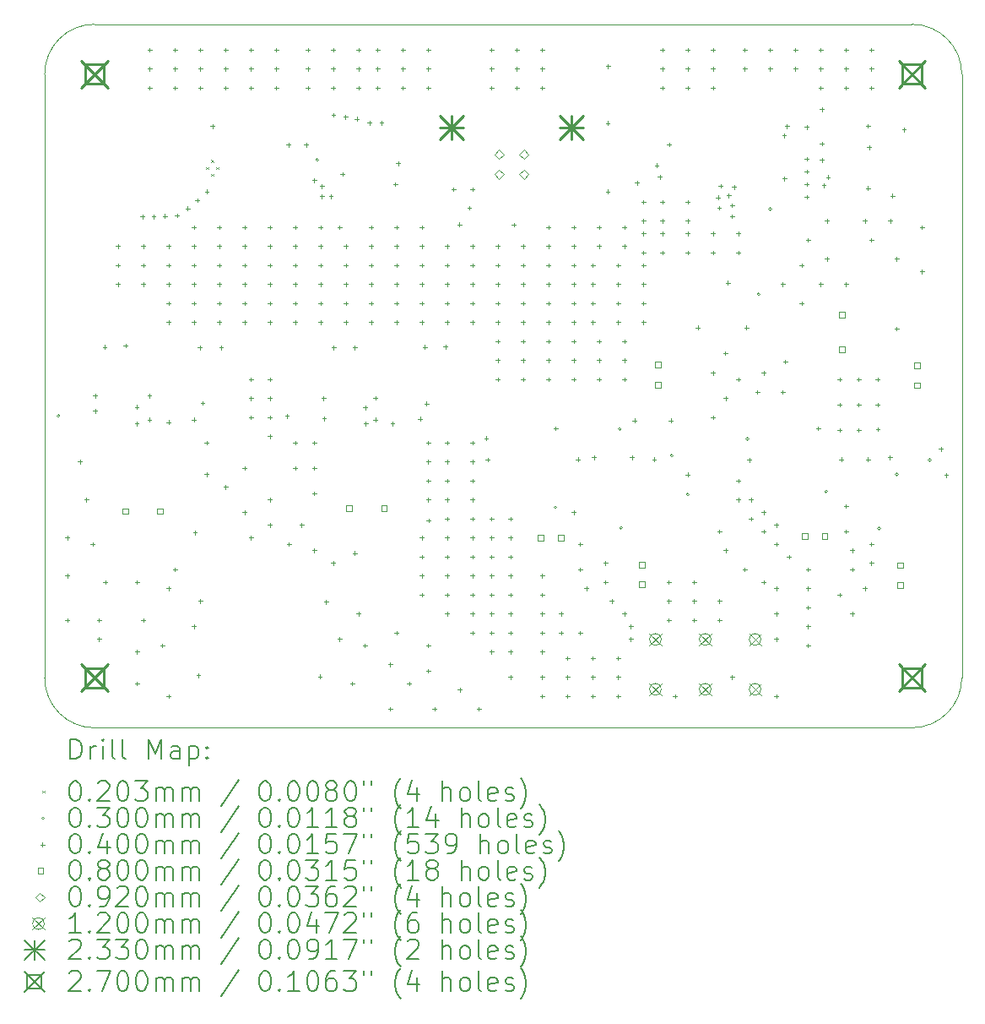
<source format=gbr>
%TF.GenerationSoftware,KiCad,Pcbnew,8.0.5*%
%TF.CreationDate,2024-11-13T13:31:57-05:00*%
%TF.ProjectId,DacAmp,44616341-6d70-42e6-9b69-6361645f7063,rev?*%
%TF.SameCoordinates,Original*%
%TF.FileFunction,Drillmap*%
%TF.FilePolarity,Positive*%
%FSLAX45Y45*%
G04 Gerber Fmt 4.5, Leading zero omitted, Abs format (unit mm)*
G04 Created by KiCad (PCBNEW 8.0.5) date 2024-11-13 13:31:57*
%MOMM*%
%LPD*%
G01*
G04 APERTURE LIST*
%ADD10C,0.050000*%
%ADD11C,0.200000*%
%ADD12C,0.100000*%
%ADD13C,0.120000*%
%ADD14C,0.233000*%
%ADD15C,0.270000*%
G04 APERTURE END LIST*
D10*
X19642240Y-9956240D02*
G75*
G02*
X19142240Y-10456240I-500000J0D01*
G01*
X10442240Y-3906240D02*
G75*
G02*
X10942240Y-3406240I500000J0D01*
G01*
X19642240Y-3906240D02*
X19642240Y-9956240D01*
X10942240Y-3406240D02*
X19142240Y-3406240D01*
X19142240Y-10456240D02*
X10942240Y-10456240D01*
X10942240Y-10456240D02*
G75*
G02*
X10442240Y-9956240I0J500000D01*
G01*
X19142240Y-3406240D02*
G75*
G02*
X19642240Y-3906240I0J-500000D01*
G01*
X10442240Y-9956240D02*
X10442240Y-3906240D01*
D11*
D12*
X12062740Y-4837580D02*
X12083060Y-4857900D01*
X12083060Y-4837580D02*
X12062740Y-4857900D01*
X12112740Y-4767580D02*
X12133060Y-4787900D01*
X12133060Y-4767580D02*
X12112740Y-4787900D01*
X12112740Y-4907580D02*
X12133060Y-4927900D01*
X12133060Y-4907580D02*
X12112740Y-4927900D01*
X12162740Y-4837580D02*
X12183060Y-4857900D01*
X12183060Y-4837580D02*
X12162740Y-4857900D01*
X10594540Y-7330640D02*
G75*
G02*
X10564540Y-7330640I-15000J0D01*
G01*
X10564540Y-7330640D02*
G75*
G02*
X10594540Y-7330640I15000J0D01*
G01*
X13191160Y-4765920D02*
G75*
G02*
X13161160Y-4765920I-15000J0D01*
G01*
X13161160Y-4765920D02*
G75*
G02*
X13191160Y-4765920I15000J0D01*
G01*
X15579980Y-8246300D02*
G75*
G02*
X15549980Y-8246300I-15000J0D01*
G01*
X15549980Y-8246300D02*
G75*
G02*
X15579980Y-8246300I15000J0D01*
G01*
X16227340Y-7462440D02*
G75*
G02*
X16197340Y-7462440I-15000J0D01*
G01*
X16197340Y-7462440D02*
G75*
G02*
X16227340Y-7462440I15000J0D01*
G01*
X16240040Y-8453040D02*
G75*
G02*
X16210040Y-8453040I-15000J0D01*
G01*
X16210040Y-8453040D02*
G75*
G02*
X16240040Y-8453040I15000J0D01*
G01*
X16748040Y-7729140D02*
G75*
G02*
X16718040Y-7729140I-15000J0D01*
G01*
X16718040Y-7729140D02*
G75*
G02*
X16748040Y-7729140I15000J0D01*
G01*
X16908240Y-8119940D02*
G75*
G02*
X16878240Y-8119940I-15000J0D01*
G01*
X16878240Y-8119940D02*
G75*
G02*
X16908240Y-8119940I15000J0D01*
G01*
X17505140Y-7561140D02*
G75*
G02*
X17475140Y-7561140I-15000J0D01*
G01*
X17475140Y-7561140D02*
G75*
G02*
X17505140Y-7561140I15000J0D01*
G01*
X17619440Y-6113340D02*
G75*
G02*
X17589440Y-6113340I-15000J0D01*
G01*
X17589440Y-6113340D02*
G75*
G02*
X17619440Y-6113340I15000J0D01*
G01*
X17735760Y-5258240D02*
G75*
G02*
X17705760Y-5258240I-15000J0D01*
G01*
X17705760Y-5258240D02*
G75*
G02*
X17735760Y-5258240I15000J0D01*
G01*
X18295840Y-8089340D02*
G75*
G02*
X18265840Y-8089340I-15000J0D01*
G01*
X18265840Y-8089340D02*
G75*
G02*
X18295840Y-8089340I15000J0D01*
G01*
X18825440Y-8459040D02*
G75*
G02*
X18795440Y-8459040I-15000J0D01*
G01*
X18795440Y-8459040D02*
G75*
G02*
X18825440Y-8459040I15000J0D01*
G01*
X19003740Y-7916740D02*
G75*
G02*
X18973740Y-7916740I-15000J0D01*
G01*
X18973740Y-7916740D02*
G75*
G02*
X19003740Y-7916740I15000J0D01*
G01*
X19333440Y-7773240D02*
G75*
G02*
X19303440Y-7773240I-15000J0D01*
G01*
X19303440Y-7773240D02*
G75*
G02*
X19333440Y-7773240I15000J0D01*
G01*
X10670240Y-8531740D02*
X10670240Y-8571740D01*
X10650240Y-8551740D02*
X10690240Y-8551740D01*
X10670240Y-8912740D02*
X10670240Y-8952740D01*
X10650240Y-8932740D02*
X10690240Y-8932740D01*
X10670240Y-9357240D02*
X10670240Y-9397240D01*
X10650240Y-9377240D02*
X10690240Y-9377240D01*
X10797240Y-7769740D02*
X10797240Y-7809740D01*
X10777240Y-7789740D02*
X10817240Y-7789740D01*
X10860740Y-8150740D02*
X10860740Y-8190740D01*
X10840740Y-8170740D02*
X10880740Y-8170740D01*
X10924240Y-8595240D02*
X10924240Y-8635240D01*
X10904240Y-8615240D02*
X10944240Y-8615240D01*
X10947840Y-7107440D02*
X10947840Y-7147440D01*
X10927840Y-7127440D02*
X10967840Y-7127440D01*
X10947840Y-7259840D02*
X10947840Y-7299840D01*
X10927840Y-7279840D02*
X10967840Y-7279840D01*
X10987740Y-9357240D02*
X10987740Y-9397240D01*
X10967740Y-9377240D02*
X11007740Y-9377240D01*
X10987740Y-9547740D02*
X10987740Y-9587740D01*
X10967740Y-9567740D02*
X11007740Y-9567740D01*
X11044360Y-6619760D02*
X11044360Y-6659760D01*
X11024360Y-6639760D02*
X11064360Y-6639760D01*
X11051240Y-8976240D02*
X11051240Y-9016240D01*
X11031240Y-8996240D02*
X11071240Y-8996240D01*
X11178240Y-5610740D02*
X11178240Y-5650740D01*
X11158240Y-5630740D02*
X11198240Y-5630740D01*
X11178240Y-5801240D02*
X11178240Y-5841240D01*
X11158240Y-5821240D02*
X11198240Y-5821240D01*
X11178240Y-5991740D02*
X11178240Y-6031740D01*
X11158240Y-6011740D02*
X11198240Y-6011740D01*
X11252430Y-6606240D02*
X11252430Y-6646240D01*
X11232430Y-6626240D02*
X11272430Y-6626240D01*
X11366940Y-7221740D02*
X11366940Y-7261740D01*
X11346940Y-7241740D02*
X11386940Y-7241740D01*
X11366940Y-7386840D02*
X11366940Y-7426840D01*
X11346940Y-7406840D02*
X11386940Y-7406840D01*
X11368740Y-8976240D02*
X11368740Y-9016240D01*
X11348740Y-8996240D02*
X11388740Y-8996240D01*
X11368740Y-9674740D02*
X11368740Y-9714740D01*
X11348740Y-9694740D02*
X11388740Y-9694740D01*
X11368740Y-9992240D02*
X11368740Y-10032240D01*
X11348740Y-10012240D02*
X11388740Y-10012240D01*
X11423920Y-5312640D02*
X11423920Y-5352640D01*
X11403920Y-5332640D02*
X11443920Y-5332640D01*
X11432240Y-5610740D02*
X11432240Y-5650740D01*
X11412240Y-5630740D02*
X11452240Y-5630740D01*
X11432240Y-5801240D02*
X11432240Y-5841240D01*
X11412240Y-5821240D02*
X11452240Y-5821240D01*
X11432240Y-5991740D02*
X11432240Y-6031740D01*
X11412240Y-6011740D02*
X11452240Y-6011740D01*
X11432240Y-9357240D02*
X11432240Y-9397240D01*
X11412240Y-9377240D02*
X11452240Y-9377240D01*
X11493940Y-7107440D02*
X11493940Y-7147440D01*
X11473940Y-7127440D02*
X11513940Y-7127440D01*
X11493940Y-7348740D02*
X11493940Y-7388740D01*
X11473940Y-7368740D02*
X11513940Y-7368740D01*
X11495740Y-3642240D02*
X11495740Y-3682240D01*
X11475740Y-3662240D02*
X11515740Y-3662240D01*
X11495740Y-3832740D02*
X11495740Y-3872740D01*
X11475740Y-3852740D02*
X11515740Y-3852740D01*
X11495740Y-4023240D02*
X11495740Y-4063240D01*
X11475740Y-4043240D02*
X11515740Y-4043240D01*
X11535680Y-5312640D02*
X11535680Y-5352640D01*
X11515680Y-5332640D02*
X11555680Y-5332640D01*
X11622740Y-9611240D02*
X11622740Y-9651240D01*
X11602740Y-9631240D02*
X11642740Y-9631240D01*
X11647440Y-5307560D02*
X11647440Y-5347560D01*
X11627440Y-5327560D02*
X11667440Y-5327560D01*
X11684440Y-7374140D02*
X11684440Y-7414140D01*
X11664440Y-7394140D02*
X11704440Y-7394140D01*
X11686240Y-5610740D02*
X11686240Y-5650740D01*
X11666240Y-5630740D02*
X11706240Y-5630740D01*
X11686240Y-5801240D02*
X11686240Y-5841240D01*
X11666240Y-5821240D02*
X11706240Y-5821240D01*
X11686240Y-5991740D02*
X11686240Y-6031740D01*
X11666240Y-6011740D02*
X11706240Y-6011740D01*
X11686240Y-6182240D02*
X11686240Y-6222240D01*
X11666240Y-6202240D02*
X11706240Y-6202240D01*
X11686240Y-6372740D02*
X11686240Y-6412740D01*
X11666240Y-6392740D02*
X11706240Y-6392740D01*
X11686240Y-9039740D02*
X11686240Y-9079740D01*
X11666240Y-9059740D02*
X11706240Y-9059740D01*
X11686240Y-10119240D02*
X11686240Y-10159240D01*
X11666240Y-10139240D02*
X11706240Y-10139240D01*
X11749740Y-3642240D02*
X11749740Y-3682240D01*
X11729740Y-3662240D02*
X11769740Y-3662240D01*
X11749740Y-3832740D02*
X11749740Y-3872740D01*
X11729740Y-3852740D02*
X11769740Y-3852740D01*
X11749740Y-4023240D02*
X11749740Y-4063240D01*
X11729740Y-4043240D02*
X11769740Y-4043240D01*
X11749740Y-8849240D02*
X11749740Y-8889240D01*
X11729740Y-8869240D02*
X11769740Y-8869240D01*
X11769360Y-5302480D02*
X11769360Y-5342480D01*
X11749360Y-5322480D02*
X11789360Y-5322480D01*
X11876040Y-5231360D02*
X11876040Y-5271360D01*
X11856040Y-5251360D02*
X11896040Y-5251360D01*
X11940240Y-5420240D02*
X11940240Y-5460240D01*
X11920240Y-5440240D02*
X11960240Y-5440240D01*
X11940240Y-5610740D02*
X11940240Y-5650740D01*
X11920240Y-5630740D02*
X11960240Y-5630740D01*
X11940240Y-5801240D02*
X11940240Y-5841240D01*
X11920240Y-5821240D02*
X11960240Y-5821240D01*
X11940240Y-5991740D02*
X11940240Y-6031740D01*
X11920240Y-6011740D02*
X11960240Y-6011740D01*
X11940240Y-6182240D02*
X11940240Y-6222240D01*
X11920240Y-6202240D02*
X11960240Y-6202240D01*
X11940240Y-6372740D02*
X11940240Y-6412740D01*
X11920240Y-6392740D02*
X11960240Y-6392740D01*
X11940240Y-9420740D02*
X11940240Y-9460740D01*
X11920240Y-9440740D02*
X11960240Y-9440740D01*
X11940258Y-7347929D02*
X11940258Y-7387929D01*
X11920258Y-7367929D02*
X11960258Y-7367929D01*
X11951140Y-8479040D02*
X11951140Y-8519040D01*
X11931140Y-8499040D02*
X11971140Y-8499040D01*
X11972560Y-5150080D02*
X11972560Y-5190080D01*
X11952560Y-5170080D02*
X11992560Y-5170080D01*
X11982940Y-9910740D02*
X11982940Y-9950740D01*
X11962940Y-9930740D02*
X12002940Y-9930740D01*
X11999400Y-6624840D02*
X11999400Y-6664840D01*
X11979400Y-6644840D02*
X12019400Y-6644840D01*
X12003740Y-3642240D02*
X12003740Y-3682240D01*
X11983740Y-3662240D02*
X12023740Y-3662240D01*
X12003740Y-3832740D02*
X12003740Y-3872740D01*
X11983740Y-3852740D02*
X12023740Y-3852740D01*
X12003740Y-4023240D02*
X12003740Y-4063240D01*
X11983740Y-4043240D02*
X12023740Y-4043240D01*
X12003740Y-9166740D02*
X12003740Y-9206740D01*
X11983740Y-9186740D02*
X12023740Y-9186740D01*
X12027240Y-7181240D02*
X12027240Y-7221240D01*
X12007240Y-7201240D02*
X12047240Y-7201240D01*
X12067240Y-7579240D02*
X12067240Y-7619240D01*
X12047240Y-7599240D02*
X12087240Y-7599240D01*
X12067240Y-7896740D02*
X12067240Y-7936740D01*
X12047240Y-7916740D02*
X12087240Y-7916740D01*
X12069080Y-5063720D02*
X12069080Y-5103720D01*
X12049080Y-5083720D02*
X12089080Y-5083720D01*
X12124960Y-4408400D02*
X12124960Y-4448400D01*
X12104960Y-4428400D02*
X12144960Y-4428400D01*
X12194240Y-5420240D02*
X12194240Y-5460240D01*
X12174240Y-5440240D02*
X12214240Y-5440240D01*
X12194240Y-5610740D02*
X12194240Y-5650740D01*
X12174240Y-5630740D02*
X12214240Y-5630740D01*
X12194240Y-5801240D02*
X12194240Y-5841240D01*
X12174240Y-5821240D02*
X12214240Y-5821240D01*
X12194240Y-5991740D02*
X12194240Y-6031740D01*
X12174240Y-6011740D02*
X12214240Y-6011740D01*
X12194240Y-6182240D02*
X12194240Y-6222240D01*
X12174240Y-6202240D02*
X12214240Y-6202240D01*
X12194240Y-6372740D02*
X12194240Y-6412740D01*
X12174240Y-6392740D02*
X12214240Y-6392740D01*
X12212240Y-6626240D02*
X12212240Y-6666240D01*
X12192240Y-6646240D02*
X12232240Y-6646240D01*
X12257740Y-3642240D02*
X12257740Y-3682240D01*
X12237740Y-3662240D02*
X12277740Y-3662240D01*
X12257740Y-3832740D02*
X12257740Y-3872740D01*
X12237740Y-3852740D02*
X12277740Y-3852740D01*
X12257740Y-4023240D02*
X12257740Y-4063240D01*
X12237740Y-4043240D02*
X12277740Y-4043240D01*
X12257740Y-8023740D02*
X12257740Y-8063740D01*
X12237740Y-8043740D02*
X12277740Y-8043740D01*
X12448240Y-5420240D02*
X12448240Y-5460240D01*
X12428240Y-5440240D02*
X12468240Y-5440240D01*
X12448240Y-5610740D02*
X12448240Y-5650740D01*
X12428240Y-5630740D02*
X12468240Y-5630740D01*
X12448240Y-5801240D02*
X12448240Y-5841240D01*
X12428240Y-5821240D02*
X12468240Y-5821240D01*
X12448240Y-5991740D02*
X12448240Y-6031740D01*
X12428240Y-6011740D02*
X12468240Y-6011740D01*
X12448240Y-6182240D02*
X12448240Y-6222240D01*
X12428240Y-6202240D02*
X12468240Y-6202240D01*
X12448240Y-6372740D02*
X12448240Y-6412740D01*
X12428240Y-6392740D02*
X12468240Y-6392740D01*
X12448240Y-7833240D02*
X12448240Y-7873240D01*
X12428240Y-7853240D02*
X12468240Y-7853240D01*
X12448240Y-8277740D02*
X12448240Y-8317740D01*
X12428240Y-8297740D02*
X12468240Y-8297740D01*
X12511740Y-3642240D02*
X12511740Y-3682240D01*
X12491740Y-3662240D02*
X12531740Y-3662240D01*
X12511740Y-3832740D02*
X12511740Y-3872740D01*
X12491740Y-3852740D02*
X12531740Y-3852740D01*
X12511740Y-4023240D02*
X12511740Y-4063240D01*
X12491740Y-4043240D02*
X12531740Y-4043240D01*
X12511740Y-6944240D02*
X12511740Y-6984240D01*
X12491740Y-6964240D02*
X12531740Y-6964240D01*
X12511740Y-7134740D02*
X12511740Y-7174740D01*
X12491740Y-7154740D02*
X12531740Y-7154740D01*
X12511740Y-7325240D02*
X12511740Y-7365240D01*
X12491740Y-7345240D02*
X12531740Y-7345240D01*
X12511740Y-8531740D02*
X12511740Y-8571740D01*
X12491740Y-8551740D02*
X12531740Y-8551740D01*
X12702240Y-5420240D02*
X12702240Y-5460240D01*
X12682240Y-5440240D02*
X12722240Y-5440240D01*
X12702240Y-5610740D02*
X12702240Y-5650740D01*
X12682240Y-5630740D02*
X12722240Y-5630740D01*
X12702240Y-5801240D02*
X12702240Y-5841240D01*
X12682240Y-5821240D02*
X12722240Y-5821240D01*
X12702240Y-5991740D02*
X12702240Y-6031740D01*
X12682240Y-6011740D02*
X12722240Y-6011740D01*
X12702240Y-6182240D02*
X12702240Y-6222240D01*
X12682240Y-6202240D02*
X12722240Y-6202240D01*
X12702240Y-6372740D02*
X12702240Y-6412740D01*
X12682240Y-6392740D02*
X12722240Y-6392740D01*
X12702240Y-6944240D02*
X12702240Y-6984240D01*
X12682240Y-6964240D02*
X12722240Y-6964240D01*
X12702240Y-7134740D02*
X12702240Y-7174740D01*
X12682240Y-7154740D02*
X12722240Y-7154740D01*
X12702240Y-7325240D02*
X12702240Y-7365240D01*
X12682240Y-7345240D02*
X12722240Y-7345240D01*
X12702240Y-7515740D02*
X12702240Y-7555740D01*
X12682240Y-7535740D02*
X12722240Y-7535740D01*
X12702240Y-8150740D02*
X12702240Y-8190740D01*
X12682240Y-8170740D02*
X12722240Y-8170740D01*
X12702240Y-8404740D02*
X12702240Y-8444740D01*
X12682240Y-8424740D02*
X12722240Y-8424740D01*
X12765740Y-3642240D02*
X12765740Y-3682240D01*
X12745740Y-3662240D02*
X12785740Y-3662240D01*
X12765740Y-3832740D02*
X12765740Y-3872740D01*
X12745740Y-3852740D02*
X12785740Y-3852740D01*
X12765740Y-4023240D02*
X12765740Y-4063240D01*
X12745740Y-4043240D02*
X12785740Y-4043240D01*
X12872240Y-7311240D02*
X12872240Y-7351240D01*
X12852240Y-7331240D02*
X12892240Y-7331240D01*
X12886600Y-4593520D02*
X12886600Y-4633520D01*
X12866600Y-4613520D02*
X12906600Y-4613520D01*
X12892740Y-8595240D02*
X12892740Y-8635240D01*
X12872740Y-8615240D02*
X12912740Y-8615240D01*
X12956240Y-5420240D02*
X12956240Y-5460240D01*
X12936240Y-5440240D02*
X12976240Y-5440240D01*
X12956240Y-5610740D02*
X12956240Y-5650740D01*
X12936240Y-5630740D02*
X12976240Y-5630740D01*
X12956240Y-5801240D02*
X12956240Y-5841240D01*
X12936240Y-5821240D02*
X12976240Y-5821240D01*
X12956240Y-5991740D02*
X12956240Y-6031740D01*
X12936240Y-6011740D02*
X12976240Y-6011740D01*
X12956240Y-6182240D02*
X12956240Y-6222240D01*
X12936240Y-6202240D02*
X12976240Y-6202240D01*
X12956240Y-6372740D02*
X12956240Y-6412740D01*
X12936240Y-6392740D02*
X12976240Y-6392740D01*
X12956240Y-7579240D02*
X12956240Y-7619240D01*
X12936240Y-7599240D02*
X12976240Y-7599240D01*
X12956240Y-7833240D02*
X12956240Y-7873240D01*
X12936240Y-7853240D02*
X12976240Y-7853240D01*
X13019740Y-8404740D02*
X13019740Y-8444740D01*
X12999740Y-8424740D02*
X13039740Y-8424740D01*
X13064400Y-4593520D02*
X13064400Y-4633520D01*
X13044400Y-4613520D02*
X13084400Y-4613520D01*
X13083240Y-3642240D02*
X13083240Y-3682240D01*
X13063240Y-3662240D02*
X13103240Y-3662240D01*
X13083240Y-3832740D02*
X13083240Y-3872740D01*
X13063240Y-3852740D02*
X13103240Y-3852740D01*
X13083240Y-4023240D02*
X13083240Y-4063240D01*
X13063240Y-4043240D02*
X13103240Y-4043240D01*
X13146740Y-4950340D02*
X13146740Y-4990340D01*
X13126740Y-4970340D02*
X13166740Y-4970340D01*
X13146740Y-7579240D02*
X13146740Y-7619240D01*
X13126740Y-7599240D02*
X13166740Y-7599240D01*
X13146740Y-7833240D02*
X13146740Y-7873240D01*
X13126740Y-7853240D02*
X13166740Y-7853240D01*
X13146740Y-8087240D02*
X13146740Y-8127240D01*
X13126740Y-8107240D02*
X13166740Y-8107240D01*
X13146740Y-8658740D02*
X13146740Y-8698740D01*
X13126740Y-8678740D02*
X13166740Y-8678740D01*
X13202140Y-9923440D02*
X13202140Y-9963440D01*
X13182140Y-9943440D02*
X13222140Y-9943440D01*
X13210240Y-5420240D02*
X13210240Y-5460240D01*
X13190240Y-5440240D02*
X13230240Y-5440240D01*
X13210240Y-5610740D02*
X13210240Y-5650740D01*
X13190240Y-5630740D02*
X13230240Y-5630740D01*
X13210240Y-5801240D02*
X13210240Y-5841240D01*
X13190240Y-5821240D02*
X13230240Y-5821240D01*
X13210240Y-5991740D02*
X13210240Y-6031740D01*
X13190240Y-6011740D02*
X13230240Y-6011740D01*
X13210240Y-6182240D02*
X13210240Y-6222240D01*
X13190240Y-6202240D02*
X13230240Y-6202240D01*
X13210240Y-6372740D02*
X13210240Y-6412740D01*
X13190240Y-6392740D02*
X13230240Y-6392740D01*
X13221880Y-5010080D02*
X13221880Y-5050080D01*
X13201880Y-5030080D02*
X13241880Y-5030080D01*
X13221880Y-5111680D02*
X13221880Y-5151680D01*
X13201880Y-5131680D02*
X13241880Y-5131680D01*
X13239849Y-7132840D02*
X13239849Y-7172840D01*
X13219849Y-7152840D02*
X13259849Y-7152840D01*
X13245040Y-7336040D02*
X13245040Y-7376040D01*
X13225040Y-7356040D02*
X13265040Y-7356040D01*
X13265640Y-9174140D02*
X13265640Y-9214140D01*
X13245640Y-9194140D02*
X13285640Y-9194140D01*
X13313320Y-5111680D02*
X13313320Y-5151680D01*
X13293320Y-5131680D02*
X13333320Y-5131680D01*
X13337240Y-3642240D02*
X13337240Y-3682240D01*
X13317240Y-3662240D02*
X13357240Y-3662240D01*
X13337240Y-3832740D02*
X13337240Y-3872740D01*
X13317240Y-3852740D02*
X13357240Y-3852740D01*
X13337240Y-4023240D02*
X13337240Y-4063240D01*
X13317240Y-4043240D02*
X13357240Y-4043240D01*
X13337240Y-8785740D02*
X13337240Y-8825740D01*
X13317240Y-8805740D02*
X13357240Y-8805740D01*
X13338720Y-4293800D02*
X13338720Y-4333800D01*
X13318720Y-4313800D02*
X13358720Y-4313800D01*
X13341560Y-6624840D02*
X13341560Y-6664840D01*
X13321560Y-6644840D02*
X13361560Y-6644840D01*
X13400740Y-5420240D02*
X13400740Y-5460240D01*
X13380740Y-5440240D02*
X13420740Y-5440240D01*
X13400740Y-9547740D02*
X13400740Y-9587740D01*
X13380740Y-9567740D02*
X13420740Y-9567740D01*
X13430160Y-4888160D02*
X13430160Y-4928160D01*
X13410160Y-4908160D02*
X13450160Y-4908160D01*
X13460640Y-4314120D02*
X13460640Y-4354120D01*
X13440640Y-4334120D02*
X13480640Y-4334120D01*
X13464240Y-5610740D02*
X13464240Y-5650740D01*
X13444240Y-5630740D02*
X13484240Y-5630740D01*
X13464240Y-5801240D02*
X13464240Y-5841240D01*
X13444240Y-5821240D02*
X13484240Y-5821240D01*
X13464240Y-5991740D02*
X13464240Y-6031740D01*
X13444240Y-6011740D02*
X13484240Y-6011740D01*
X13464240Y-6182240D02*
X13464240Y-6222240D01*
X13444240Y-6202240D02*
X13484240Y-6202240D01*
X13464240Y-6372740D02*
X13464240Y-6412740D01*
X13444240Y-6392740D02*
X13484240Y-6392740D01*
X13527740Y-9992240D02*
X13527740Y-10032240D01*
X13507740Y-10012240D02*
X13547740Y-10012240D01*
X13552240Y-6626240D02*
X13552240Y-6666240D01*
X13532240Y-6646240D02*
X13572240Y-6646240D01*
X13552240Y-8686240D02*
X13552240Y-8726240D01*
X13532240Y-8706240D02*
X13572240Y-8706240D01*
X13572400Y-4334440D02*
X13572400Y-4374440D01*
X13552400Y-4354440D02*
X13592400Y-4354440D01*
X13591240Y-3642240D02*
X13591240Y-3682240D01*
X13571240Y-3662240D02*
X13611240Y-3662240D01*
X13591240Y-3832740D02*
X13591240Y-3872740D01*
X13571240Y-3852740D02*
X13611240Y-3852740D01*
X13591240Y-4023240D02*
X13591240Y-4063240D01*
X13571240Y-4043240D02*
X13611240Y-4043240D01*
X13591240Y-9293740D02*
X13591240Y-9333740D01*
X13571240Y-9313740D02*
X13611240Y-9313740D01*
X13654740Y-9611240D02*
X13654740Y-9651240D01*
X13634740Y-9631240D02*
X13674740Y-9631240D01*
X13657904Y-7228204D02*
X13657904Y-7268204D01*
X13637904Y-7248204D02*
X13677904Y-7248204D01*
X13664140Y-7386840D02*
X13664140Y-7426840D01*
X13644140Y-7406840D02*
X13684140Y-7406840D01*
X13699400Y-4375080D02*
X13699400Y-4415080D01*
X13679400Y-4395080D02*
X13719400Y-4395080D01*
X13718240Y-5420240D02*
X13718240Y-5460240D01*
X13698240Y-5440240D02*
X13738240Y-5440240D01*
X13718240Y-5610740D02*
X13718240Y-5650740D01*
X13698240Y-5630740D02*
X13738240Y-5630740D01*
X13718240Y-5801240D02*
X13718240Y-5841240D01*
X13698240Y-5821240D02*
X13738240Y-5821240D01*
X13718240Y-5991740D02*
X13718240Y-6031740D01*
X13698240Y-6011740D02*
X13738240Y-6011740D01*
X13718240Y-6182240D02*
X13718240Y-6222240D01*
X13698240Y-6202240D02*
X13738240Y-6202240D01*
X13718240Y-6372740D02*
X13718240Y-6412740D01*
X13698240Y-6392740D02*
X13738240Y-6392740D01*
X13759164Y-7131904D02*
X13759164Y-7171904D01*
X13739164Y-7151904D02*
X13779164Y-7151904D01*
X13759700Y-7348740D02*
X13759700Y-7388740D01*
X13739700Y-7368740D02*
X13779700Y-7368740D01*
X13781740Y-3642240D02*
X13781740Y-3682240D01*
X13761740Y-3662240D02*
X13801740Y-3662240D01*
X13781740Y-3832740D02*
X13781740Y-3872740D01*
X13761740Y-3852740D02*
X13801740Y-3852740D01*
X13781740Y-4023240D02*
X13781740Y-4063240D01*
X13761740Y-4043240D02*
X13801740Y-4043240D01*
X13821320Y-4375080D02*
X13821320Y-4415080D01*
X13801320Y-4395080D02*
X13841320Y-4395080D01*
X13908740Y-9801740D02*
X13908740Y-9841740D01*
X13888740Y-9821740D02*
X13928740Y-9821740D01*
X13908740Y-10246240D02*
X13908740Y-10286240D01*
X13888740Y-10266240D02*
X13928740Y-10266240D01*
X13930840Y-7386840D02*
X13930840Y-7426840D01*
X13910840Y-7406840D02*
X13950840Y-7406840D01*
X13958480Y-4989760D02*
X13958480Y-5029760D01*
X13938480Y-5009760D02*
X13978480Y-5009760D01*
X13972240Y-5420240D02*
X13972240Y-5460240D01*
X13952240Y-5440240D02*
X13992240Y-5440240D01*
X13972240Y-5610740D02*
X13972240Y-5650740D01*
X13952240Y-5630740D02*
X13992240Y-5630740D01*
X13972240Y-5801240D02*
X13972240Y-5841240D01*
X13952240Y-5821240D02*
X13992240Y-5821240D01*
X13972240Y-5991740D02*
X13972240Y-6031740D01*
X13952240Y-6011740D02*
X13992240Y-6011740D01*
X13972240Y-6182240D02*
X13972240Y-6222240D01*
X13952240Y-6202240D02*
X13992240Y-6202240D01*
X13972240Y-6372740D02*
X13972240Y-6412740D01*
X13952240Y-6392740D02*
X13992240Y-6392740D01*
X13972240Y-9484240D02*
X13972240Y-9524240D01*
X13952240Y-9504240D02*
X13992240Y-9504240D01*
X13988960Y-4781480D02*
X13988960Y-4821480D01*
X13968960Y-4801480D02*
X14008960Y-4801480D01*
X14035740Y-3642240D02*
X14035740Y-3682240D01*
X14015740Y-3662240D02*
X14055740Y-3662240D01*
X14035740Y-3832740D02*
X14035740Y-3872740D01*
X14015740Y-3852740D02*
X14055740Y-3852740D01*
X14035740Y-4023240D02*
X14035740Y-4063240D01*
X14015740Y-4043240D02*
X14055740Y-4043240D01*
X14099240Y-9992240D02*
X14099240Y-10032240D01*
X14079240Y-10012240D02*
X14119240Y-10012240D01*
X14207240Y-7341240D02*
X14207240Y-7381240D01*
X14187240Y-7361240D02*
X14227240Y-7361240D01*
X14226240Y-5420240D02*
X14226240Y-5460240D01*
X14206240Y-5440240D02*
X14246240Y-5440240D01*
X14226240Y-5610740D02*
X14226240Y-5650740D01*
X14206240Y-5630740D02*
X14246240Y-5630740D01*
X14226240Y-5801240D02*
X14226240Y-5841240D01*
X14206240Y-5821240D02*
X14246240Y-5821240D01*
X14226240Y-5991740D02*
X14226240Y-6031740D01*
X14206240Y-6011740D02*
X14246240Y-6011740D01*
X14226240Y-6182240D02*
X14226240Y-6222240D01*
X14206240Y-6202240D02*
X14246240Y-6202240D01*
X14226240Y-6372740D02*
X14226240Y-6412740D01*
X14206240Y-6392740D02*
X14246240Y-6392740D01*
X14226240Y-8531740D02*
X14226240Y-8571740D01*
X14206240Y-8551740D02*
X14246240Y-8551740D01*
X14226240Y-8722240D02*
X14226240Y-8762240D01*
X14206240Y-8742240D02*
X14246240Y-8742240D01*
X14226240Y-8912740D02*
X14226240Y-8952740D01*
X14206240Y-8932740D02*
X14246240Y-8932740D01*
X14226240Y-9103240D02*
X14226240Y-9143240D01*
X14206240Y-9123240D02*
X14246240Y-9123240D01*
X14255960Y-6619760D02*
X14255960Y-6659760D01*
X14235960Y-6639760D02*
X14275960Y-6639760D01*
X14272240Y-7186240D02*
X14272240Y-7226240D01*
X14252240Y-7206240D02*
X14292240Y-7206240D01*
X14289740Y-3642240D02*
X14289740Y-3682240D01*
X14269740Y-3662240D02*
X14309740Y-3662240D01*
X14289740Y-3832740D02*
X14289740Y-3872740D01*
X14269740Y-3852740D02*
X14309740Y-3852740D01*
X14289740Y-4023240D02*
X14289740Y-4063240D01*
X14269740Y-4043240D02*
X14309740Y-4043240D01*
X14289740Y-7579240D02*
X14289740Y-7619240D01*
X14269740Y-7599240D02*
X14309740Y-7599240D01*
X14289740Y-7769740D02*
X14289740Y-7809740D01*
X14269740Y-7789740D02*
X14309740Y-7789740D01*
X14289740Y-7960240D02*
X14289740Y-8000240D01*
X14269740Y-7980240D02*
X14309740Y-7980240D01*
X14289740Y-8150740D02*
X14289740Y-8190740D01*
X14269740Y-8170740D02*
X14309740Y-8170740D01*
X14289740Y-9611240D02*
X14289740Y-9651240D01*
X14269740Y-9631240D02*
X14309740Y-9631240D01*
X14289740Y-9865240D02*
X14289740Y-9905240D01*
X14269740Y-9885240D02*
X14309740Y-9885240D01*
X14292550Y-8358150D02*
X14292550Y-8398150D01*
X14272550Y-8378150D02*
X14312550Y-8378150D01*
X14353240Y-10246240D02*
X14353240Y-10286240D01*
X14333240Y-10266240D02*
X14373240Y-10266240D01*
X14462240Y-6616240D02*
X14462240Y-6656240D01*
X14442240Y-6636240D02*
X14482240Y-6636240D01*
X14480240Y-5610740D02*
X14480240Y-5650740D01*
X14460240Y-5630740D02*
X14500240Y-5630740D01*
X14480240Y-5801240D02*
X14480240Y-5841240D01*
X14460240Y-5821240D02*
X14500240Y-5821240D01*
X14480240Y-5991740D02*
X14480240Y-6031740D01*
X14460240Y-6011740D02*
X14500240Y-6011740D01*
X14480240Y-6182240D02*
X14480240Y-6222240D01*
X14460240Y-6202240D02*
X14500240Y-6202240D01*
X14480240Y-6372740D02*
X14480240Y-6412740D01*
X14460240Y-6392740D02*
X14500240Y-6392740D01*
X14480240Y-7579240D02*
X14480240Y-7619240D01*
X14460240Y-7599240D02*
X14500240Y-7599240D01*
X14480240Y-7769740D02*
X14480240Y-7809740D01*
X14460240Y-7789740D02*
X14500240Y-7789740D01*
X14480240Y-7960240D02*
X14480240Y-8000240D01*
X14460240Y-7980240D02*
X14500240Y-7980240D01*
X14480240Y-8150740D02*
X14480240Y-8190740D01*
X14460240Y-8170740D02*
X14500240Y-8170740D01*
X14480240Y-8341240D02*
X14480240Y-8381240D01*
X14460240Y-8361240D02*
X14500240Y-8361240D01*
X14480240Y-8531740D02*
X14480240Y-8571740D01*
X14460240Y-8551740D02*
X14500240Y-8551740D01*
X14480240Y-8722240D02*
X14480240Y-8762240D01*
X14460240Y-8742240D02*
X14500240Y-8742240D01*
X14480240Y-8912740D02*
X14480240Y-8952740D01*
X14460240Y-8932740D02*
X14500240Y-8932740D01*
X14480240Y-9103240D02*
X14480240Y-9143240D01*
X14460240Y-9123240D02*
X14500240Y-9123240D01*
X14480240Y-9293740D02*
X14480240Y-9333740D01*
X14460240Y-9313740D02*
X14500240Y-9313740D01*
X14543740Y-5039240D02*
X14543740Y-5079240D01*
X14523740Y-5059240D02*
X14563740Y-5059240D01*
X14601980Y-5393180D02*
X14601980Y-5433180D01*
X14581980Y-5413180D02*
X14621980Y-5413180D01*
X14607240Y-10055740D02*
X14607240Y-10095740D01*
X14587240Y-10075740D02*
X14627240Y-10075740D01*
X14702240Y-5226240D02*
X14702240Y-5266240D01*
X14682240Y-5246240D02*
X14722240Y-5246240D01*
X14734240Y-5039240D02*
X14734240Y-5079240D01*
X14714240Y-5059240D02*
X14754240Y-5059240D01*
X14734240Y-5610740D02*
X14734240Y-5650740D01*
X14714240Y-5630740D02*
X14754240Y-5630740D01*
X14734240Y-5801240D02*
X14734240Y-5841240D01*
X14714240Y-5821240D02*
X14754240Y-5821240D01*
X14734240Y-5991740D02*
X14734240Y-6031740D01*
X14714240Y-6011740D02*
X14754240Y-6011740D01*
X14734240Y-6182240D02*
X14734240Y-6222240D01*
X14714240Y-6202240D02*
X14754240Y-6202240D01*
X14734240Y-6372740D02*
X14734240Y-6412740D01*
X14714240Y-6392740D02*
X14754240Y-6392740D01*
X14734240Y-7579240D02*
X14734240Y-7619240D01*
X14714240Y-7599240D02*
X14754240Y-7599240D01*
X14734240Y-7769740D02*
X14734240Y-7809740D01*
X14714240Y-7789740D02*
X14754240Y-7789740D01*
X14734240Y-7960240D02*
X14734240Y-8000240D01*
X14714240Y-7980240D02*
X14754240Y-7980240D01*
X14734240Y-8150740D02*
X14734240Y-8190740D01*
X14714240Y-8170740D02*
X14754240Y-8170740D01*
X14734240Y-8341240D02*
X14734240Y-8381240D01*
X14714240Y-8361240D02*
X14754240Y-8361240D01*
X14734240Y-8531740D02*
X14734240Y-8571740D01*
X14714240Y-8551740D02*
X14754240Y-8551740D01*
X14734240Y-8722240D02*
X14734240Y-8762240D01*
X14714240Y-8742240D02*
X14754240Y-8742240D01*
X14734240Y-8912740D02*
X14734240Y-8952740D01*
X14714240Y-8932740D02*
X14754240Y-8932740D01*
X14734240Y-9103240D02*
X14734240Y-9143240D01*
X14714240Y-9123240D02*
X14754240Y-9123240D01*
X14734240Y-9293740D02*
X14734240Y-9333740D01*
X14714240Y-9313740D02*
X14754240Y-9313740D01*
X14734240Y-9484240D02*
X14734240Y-9524240D01*
X14714240Y-9504240D02*
X14754240Y-9504240D01*
X14797740Y-10246240D02*
X14797740Y-10286240D01*
X14777740Y-10266240D02*
X14817740Y-10266240D01*
X14872240Y-7536240D02*
X14872240Y-7576240D01*
X14852240Y-7556240D02*
X14892240Y-7556240D01*
X14884600Y-7748440D02*
X14884600Y-7788440D01*
X14864600Y-7768440D02*
X14904600Y-7768440D01*
X14924740Y-3642240D02*
X14924740Y-3682240D01*
X14904740Y-3662240D02*
X14944740Y-3662240D01*
X14924740Y-3832740D02*
X14924740Y-3872740D01*
X14904740Y-3852740D02*
X14944740Y-3852740D01*
X14924740Y-4023240D02*
X14924740Y-4063240D01*
X14904740Y-4043240D02*
X14944740Y-4043240D01*
X14924740Y-8341240D02*
X14924740Y-8381240D01*
X14904740Y-8361240D02*
X14944740Y-8361240D01*
X14924740Y-8531740D02*
X14924740Y-8571740D01*
X14904740Y-8551740D02*
X14944740Y-8551740D01*
X14924740Y-8722240D02*
X14924740Y-8762240D01*
X14904740Y-8742240D02*
X14944740Y-8742240D01*
X14924740Y-8912740D02*
X14924740Y-8952740D01*
X14904740Y-8932740D02*
X14944740Y-8932740D01*
X14924740Y-9103240D02*
X14924740Y-9143240D01*
X14904740Y-9123240D02*
X14944740Y-9123240D01*
X14924740Y-9293740D02*
X14924740Y-9333740D01*
X14904740Y-9313740D02*
X14944740Y-9313740D01*
X14924740Y-9484240D02*
X14924740Y-9524240D01*
X14904740Y-9504240D02*
X14944740Y-9504240D01*
X14924740Y-9674740D02*
X14924740Y-9714740D01*
X14904740Y-9694740D02*
X14944740Y-9694740D01*
X14988240Y-5610740D02*
X14988240Y-5650740D01*
X14968240Y-5630740D02*
X15008240Y-5630740D01*
X14988240Y-5801240D02*
X14988240Y-5841240D01*
X14968240Y-5821240D02*
X15008240Y-5821240D01*
X14988240Y-5991740D02*
X14988240Y-6031740D01*
X14968240Y-6011740D02*
X15008240Y-6011740D01*
X14988240Y-6182240D02*
X14988240Y-6222240D01*
X14968240Y-6202240D02*
X15008240Y-6202240D01*
X14988240Y-6372740D02*
X14988240Y-6412740D01*
X14968240Y-6392740D02*
X15008240Y-6392740D01*
X14988240Y-6563240D02*
X14988240Y-6603240D01*
X14968240Y-6583240D02*
X15008240Y-6583240D01*
X14988240Y-6753740D02*
X14988240Y-6793740D01*
X14968240Y-6773740D02*
X15008240Y-6773740D01*
X14988240Y-6944240D02*
X14988240Y-6984240D01*
X14968240Y-6964240D02*
X15008240Y-6964240D01*
X15115240Y-8341240D02*
X15115240Y-8381240D01*
X15095240Y-8361240D02*
X15135240Y-8361240D01*
X15115240Y-8531740D02*
X15115240Y-8571740D01*
X15095240Y-8551740D02*
X15135240Y-8551740D01*
X15115240Y-8722240D02*
X15115240Y-8762240D01*
X15095240Y-8742240D02*
X15135240Y-8742240D01*
X15115240Y-8912740D02*
X15115240Y-8952740D01*
X15095240Y-8932740D02*
X15135240Y-8932740D01*
X15115240Y-9103240D02*
X15115240Y-9143240D01*
X15095240Y-9123240D02*
X15135240Y-9123240D01*
X15115240Y-9293740D02*
X15115240Y-9333740D01*
X15095240Y-9313740D02*
X15135240Y-9313740D01*
X15115240Y-9484240D02*
X15115240Y-9524240D01*
X15095240Y-9504240D02*
X15135240Y-9504240D01*
X15115240Y-9674740D02*
X15115240Y-9714740D01*
X15095240Y-9694740D02*
X15135240Y-9694740D01*
X15115240Y-9928740D02*
X15115240Y-9968740D01*
X15095240Y-9948740D02*
X15135240Y-9948740D01*
X15147240Y-5396240D02*
X15147240Y-5436240D01*
X15127240Y-5416240D02*
X15167240Y-5416240D01*
X15178740Y-3642240D02*
X15178740Y-3682240D01*
X15158740Y-3662240D02*
X15198740Y-3662240D01*
X15178740Y-3832740D02*
X15178740Y-3872740D01*
X15158740Y-3852740D02*
X15198740Y-3852740D01*
X15178740Y-4023240D02*
X15178740Y-4063240D01*
X15158740Y-4043240D02*
X15198740Y-4043240D01*
X15242240Y-5610740D02*
X15242240Y-5650740D01*
X15222240Y-5630740D02*
X15262240Y-5630740D01*
X15242240Y-5801240D02*
X15242240Y-5841240D01*
X15222240Y-5821240D02*
X15262240Y-5821240D01*
X15242240Y-5991740D02*
X15242240Y-6031740D01*
X15222240Y-6011740D02*
X15262240Y-6011740D01*
X15242240Y-6182240D02*
X15242240Y-6222240D01*
X15222240Y-6202240D02*
X15262240Y-6202240D01*
X15242240Y-6372740D02*
X15242240Y-6412740D01*
X15222240Y-6392740D02*
X15262240Y-6392740D01*
X15242240Y-6563240D02*
X15242240Y-6603240D01*
X15222240Y-6583240D02*
X15262240Y-6583240D01*
X15242240Y-6753740D02*
X15242240Y-6793740D01*
X15222240Y-6773740D02*
X15262240Y-6773740D01*
X15242240Y-6944240D02*
X15242240Y-6984240D01*
X15222240Y-6964240D02*
X15262240Y-6964240D01*
X15432740Y-3642240D02*
X15432740Y-3682240D01*
X15412740Y-3662240D02*
X15452740Y-3662240D01*
X15432740Y-3832740D02*
X15432740Y-3872740D01*
X15412740Y-3852740D02*
X15452740Y-3852740D01*
X15432740Y-4023240D02*
X15432740Y-4063240D01*
X15412740Y-4043240D02*
X15452740Y-4043240D01*
X15432740Y-8912740D02*
X15432740Y-8952740D01*
X15412740Y-8932740D02*
X15452740Y-8932740D01*
X15432740Y-9103240D02*
X15432740Y-9143240D01*
X15412740Y-9123240D02*
X15452740Y-9123240D01*
X15432740Y-9293740D02*
X15432740Y-9333740D01*
X15412740Y-9313740D02*
X15452740Y-9313740D01*
X15432740Y-9484240D02*
X15432740Y-9524240D01*
X15412740Y-9504240D02*
X15452740Y-9504240D01*
X15432740Y-9674740D02*
X15432740Y-9714740D01*
X15412740Y-9694740D02*
X15452740Y-9694740D01*
X15432740Y-9928740D02*
X15432740Y-9968740D01*
X15412740Y-9948740D02*
X15452740Y-9948740D01*
X15432740Y-10119240D02*
X15432740Y-10159240D01*
X15412740Y-10139240D02*
X15452740Y-10139240D01*
X15496240Y-5420240D02*
X15496240Y-5460240D01*
X15476240Y-5440240D02*
X15516240Y-5440240D01*
X15496240Y-5610740D02*
X15496240Y-5650740D01*
X15476240Y-5630740D02*
X15516240Y-5630740D01*
X15496240Y-5801240D02*
X15496240Y-5841240D01*
X15476240Y-5821240D02*
X15516240Y-5821240D01*
X15496240Y-5991740D02*
X15496240Y-6031740D01*
X15476240Y-6011740D02*
X15516240Y-6011740D01*
X15496240Y-6182240D02*
X15496240Y-6222240D01*
X15476240Y-6202240D02*
X15516240Y-6202240D01*
X15496240Y-6372740D02*
X15496240Y-6412740D01*
X15476240Y-6392740D02*
X15516240Y-6392740D01*
X15496240Y-6563240D02*
X15496240Y-6603240D01*
X15476240Y-6583240D02*
X15516240Y-6583240D01*
X15496240Y-6753740D02*
X15496240Y-6793740D01*
X15476240Y-6773740D02*
X15516240Y-6773740D01*
X15496240Y-6944240D02*
X15496240Y-6984240D01*
X15476240Y-6964240D02*
X15516240Y-6964240D01*
X15567240Y-7436240D02*
X15567240Y-7476240D01*
X15547240Y-7456240D02*
X15587240Y-7456240D01*
X15623240Y-9293740D02*
X15623240Y-9333740D01*
X15603240Y-9313740D02*
X15643240Y-9313740D01*
X15623240Y-9484240D02*
X15623240Y-9524240D01*
X15603240Y-9504240D02*
X15643240Y-9504240D01*
X15686740Y-9738240D02*
X15686740Y-9778240D01*
X15666740Y-9758240D02*
X15706740Y-9758240D01*
X15686740Y-9928740D02*
X15686740Y-9968740D01*
X15666740Y-9948740D02*
X15706740Y-9948740D01*
X15686740Y-10119240D02*
X15686740Y-10159240D01*
X15666740Y-10139240D02*
X15706740Y-10139240D01*
X15750240Y-5420240D02*
X15750240Y-5460240D01*
X15730240Y-5440240D02*
X15770240Y-5440240D01*
X15750240Y-5610740D02*
X15750240Y-5650740D01*
X15730240Y-5630740D02*
X15770240Y-5630740D01*
X15750240Y-5801240D02*
X15750240Y-5841240D01*
X15730240Y-5821240D02*
X15770240Y-5821240D01*
X15750240Y-5991740D02*
X15750240Y-6031740D01*
X15730240Y-6011740D02*
X15770240Y-6011740D01*
X15750240Y-6182240D02*
X15750240Y-6222240D01*
X15730240Y-6202240D02*
X15770240Y-6202240D01*
X15750240Y-6372740D02*
X15750240Y-6412740D01*
X15730240Y-6392740D02*
X15770240Y-6392740D01*
X15750240Y-6563240D02*
X15750240Y-6603240D01*
X15730240Y-6583240D02*
X15770240Y-6583240D01*
X15750240Y-6753740D02*
X15750240Y-6793740D01*
X15730240Y-6773740D02*
X15770240Y-6773740D01*
X15750240Y-6944240D02*
X15750240Y-6984240D01*
X15730240Y-6964240D02*
X15770240Y-6964240D01*
X15750240Y-8277740D02*
X15750240Y-8317740D01*
X15730240Y-8297740D02*
X15770240Y-8297740D01*
X15792240Y-7746240D02*
X15792240Y-7786240D01*
X15772240Y-7766240D02*
X15812240Y-7766240D01*
X15813740Y-8595240D02*
X15813740Y-8635240D01*
X15793740Y-8615240D02*
X15833740Y-8615240D01*
X15813740Y-8849240D02*
X15813740Y-8889240D01*
X15793740Y-8869240D02*
X15833740Y-8869240D01*
X15813740Y-9484240D02*
X15813740Y-9524240D01*
X15793740Y-9504240D02*
X15833740Y-9504240D01*
X15877240Y-9039740D02*
X15877240Y-9079740D01*
X15857240Y-9059740D02*
X15897240Y-9059740D01*
X15940740Y-5801240D02*
X15940740Y-5841240D01*
X15920740Y-5821240D02*
X15960740Y-5821240D01*
X15940740Y-5991740D02*
X15940740Y-6031740D01*
X15920740Y-6011740D02*
X15960740Y-6011740D01*
X15940740Y-6182240D02*
X15940740Y-6222240D01*
X15920740Y-6202240D02*
X15960740Y-6202240D01*
X15940740Y-6372740D02*
X15940740Y-6412740D01*
X15920740Y-6392740D02*
X15960740Y-6392740D01*
X15940740Y-9738240D02*
X15940740Y-9778240D01*
X15920740Y-9758240D02*
X15960740Y-9758240D01*
X15940740Y-9928740D02*
X15940740Y-9968740D01*
X15920740Y-9948740D02*
X15960740Y-9948740D01*
X15940740Y-10119240D02*
X15940740Y-10159240D01*
X15920740Y-10139240D02*
X15960740Y-10139240D01*
X15952240Y-7726240D02*
X15952240Y-7766240D01*
X15932240Y-7746240D02*
X15972240Y-7746240D01*
X16004240Y-5420240D02*
X16004240Y-5460240D01*
X15984240Y-5440240D02*
X16024240Y-5440240D01*
X16004240Y-5610740D02*
X16004240Y-5650740D01*
X15984240Y-5630740D02*
X16024240Y-5630740D01*
X16004240Y-6563240D02*
X16004240Y-6603240D01*
X15984240Y-6583240D02*
X16024240Y-6583240D01*
X16004240Y-6753740D02*
X16004240Y-6793740D01*
X15984240Y-6773740D02*
X16024240Y-6773740D01*
X16004240Y-6944240D02*
X16004240Y-6984240D01*
X15984240Y-6964240D02*
X16024240Y-6964240D01*
X16067740Y-8785740D02*
X16067740Y-8825740D01*
X16047740Y-8805740D02*
X16087740Y-8805740D01*
X16067740Y-8976240D02*
X16067740Y-9016240D01*
X16047740Y-8996240D02*
X16087740Y-8996240D01*
X16091240Y-4375320D02*
X16091240Y-4415320D01*
X16071240Y-4395320D02*
X16111240Y-4395320D01*
X16091240Y-5061120D02*
X16091240Y-5101120D01*
X16071240Y-5081120D02*
X16111240Y-5081120D01*
X16093400Y-3806760D02*
X16093400Y-3846760D01*
X16073400Y-3826760D02*
X16113400Y-3826760D01*
X16131240Y-9166740D02*
X16131240Y-9206740D01*
X16111240Y-9186740D02*
X16151240Y-9186740D01*
X16194740Y-5801240D02*
X16194740Y-5841240D01*
X16174740Y-5821240D02*
X16214740Y-5821240D01*
X16194740Y-5991740D02*
X16194740Y-6031740D01*
X16174740Y-6011740D02*
X16214740Y-6011740D01*
X16194740Y-6182240D02*
X16194740Y-6222240D01*
X16174740Y-6202240D02*
X16214740Y-6202240D01*
X16194740Y-6372740D02*
X16194740Y-6412740D01*
X16174740Y-6392740D02*
X16214740Y-6392740D01*
X16194740Y-9738240D02*
X16194740Y-9778240D01*
X16174740Y-9758240D02*
X16214740Y-9758240D01*
X16194740Y-9928740D02*
X16194740Y-9968740D01*
X16174740Y-9948740D02*
X16214740Y-9948740D01*
X16194740Y-10119240D02*
X16194740Y-10159240D01*
X16174740Y-10139240D02*
X16214740Y-10139240D01*
X16258240Y-5420240D02*
X16258240Y-5460240D01*
X16238240Y-5440240D02*
X16278240Y-5440240D01*
X16258240Y-5610740D02*
X16258240Y-5650740D01*
X16238240Y-5630740D02*
X16278240Y-5630740D01*
X16258240Y-6563240D02*
X16258240Y-6603240D01*
X16238240Y-6583240D02*
X16278240Y-6583240D01*
X16258240Y-6753740D02*
X16258240Y-6793740D01*
X16238240Y-6773740D02*
X16278240Y-6773740D01*
X16258240Y-6944240D02*
X16258240Y-6984240D01*
X16238240Y-6964240D02*
X16278240Y-6964240D01*
X16258240Y-9293740D02*
X16258240Y-9333740D01*
X16238240Y-9313740D02*
X16278240Y-9313740D01*
X16321740Y-9420740D02*
X16321740Y-9460740D01*
X16301740Y-9440740D02*
X16341740Y-9440740D01*
X16321740Y-9547740D02*
X16321740Y-9587740D01*
X16301740Y-9567740D02*
X16341740Y-9567740D01*
X16332240Y-7726240D02*
X16332240Y-7766240D01*
X16312240Y-7746240D02*
X16352240Y-7746240D01*
X16357240Y-7356240D02*
X16357240Y-7396240D01*
X16337240Y-7376240D02*
X16377240Y-7376240D01*
X16385240Y-4975740D02*
X16385240Y-5015740D01*
X16365240Y-4995740D02*
X16405240Y-4995740D01*
X16448740Y-5166240D02*
X16448740Y-5206240D01*
X16428740Y-5186240D02*
X16468740Y-5186240D01*
X16448740Y-5356740D02*
X16448740Y-5396740D01*
X16428740Y-5376740D02*
X16468740Y-5376740D01*
X16448740Y-5483740D02*
X16448740Y-5523740D01*
X16428740Y-5503740D02*
X16468740Y-5503740D01*
X16448740Y-5674240D02*
X16448740Y-5714240D01*
X16428740Y-5694240D02*
X16468740Y-5694240D01*
X16448740Y-5801240D02*
X16448740Y-5841240D01*
X16428740Y-5821240D02*
X16468740Y-5821240D01*
X16448740Y-5991740D02*
X16448740Y-6031740D01*
X16428740Y-6011740D02*
X16468740Y-6011740D01*
X16448740Y-6182240D02*
X16448740Y-6222240D01*
X16428740Y-6202240D02*
X16468740Y-6202240D01*
X16448740Y-6372740D02*
X16448740Y-6412740D01*
X16428740Y-6392740D02*
X16468740Y-6392740D01*
X16555240Y-7747240D02*
X16555240Y-7787240D01*
X16535240Y-7767240D02*
X16575240Y-7767240D01*
X16582240Y-4801240D02*
X16582240Y-4841240D01*
X16562240Y-4821240D02*
X16602240Y-4821240D01*
X16611720Y-4914040D02*
X16611720Y-4954040D01*
X16591720Y-4934040D02*
X16631720Y-4934040D01*
X16639240Y-3642240D02*
X16639240Y-3682240D01*
X16619240Y-3662240D02*
X16659240Y-3662240D01*
X16639240Y-3832740D02*
X16639240Y-3872740D01*
X16619240Y-3852740D02*
X16659240Y-3852740D01*
X16639240Y-4023240D02*
X16639240Y-4063240D01*
X16619240Y-4043240D02*
X16659240Y-4043240D01*
X16639240Y-5166240D02*
X16639240Y-5206240D01*
X16619240Y-5186240D02*
X16659240Y-5186240D01*
X16639240Y-5356740D02*
X16639240Y-5396740D01*
X16619240Y-5376740D02*
X16659240Y-5376740D01*
X16639240Y-5483740D02*
X16639240Y-5523740D01*
X16619240Y-5503740D02*
X16659240Y-5503740D01*
X16639240Y-5674240D02*
X16639240Y-5714240D01*
X16619240Y-5694240D02*
X16659240Y-5694240D01*
X16702740Y-8976240D02*
X16702740Y-9016240D01*
X16682740Y-8996240D02*
X16722740Y-8996240D01*
X16702740Y-9166740D02*
X16702740Y-9206740D01*
X16682740Y-9186740D02*
X16722740Y-9186740D01*
X16702740Y-9357240D02*
X16702740Y-9397240D01*
X16682740Y-9377240D02*
X16722740Y-9377240D01*
X16705145Y-4591600D02*
X16705145Y-4631600D01*
X16685145Y-4611600D02*
X16725145Y-4611600D01*
X16722240Y-7356240D02*
X16722240Y-7396240D01*
X16702240Y-7376240D02*
X16742240Y-7376240D01*
X16766240Y-10119240D02*
X16766240Y-10159240D01*
X16746240Y-10139240D02*
X16786240Y-10139240D01*
X16890520Y-7899640D02*
X16890520Y-7939640D01*
X16870520Y-7919640D02*
X16910520Y-7919640D01*
X16893240Y-3642240D02*
X16893240Y-3682240D01*
X16873240Y-3662240D02*
X16913240Y-3662240D01*
X16893240Y-3832740D02*
X16893240Y-3872740D01*
X16873240Y-3852740D02*
X16913240Y-3852740D01*
X16893240Y-4023240D02*
X16893240Y-4063240D01*
X16873240Y-4043240D02*
X16913240Y-4043240D01*
X16893240Y-5166240D02*
X16893240Y-5206240D01*
X16873240Y-5186240D02*
X16913240Y-5186240D01*
X16893240Y-5356740D02*
X16893240Y-5396740D01*
X16873240Y-5376740D02*
X16913240Y-5376740D01*
X16893240Y-5483740D02*
X16893240Y-5523740D01*
X16873240Y-5503740D02*
X16913240Y-5503740D01*
X16893240Y-5674240D02*
X16893240Y-5714240D01*
X16873240Y-5694240D02*
X16913240Y-5694240D01*
X16956740Y-8976240D02*
X16956740Y-9016240D01*
X16936740Y-8996240D02*
X16976740Y-8996240D01*
X16956740Y-9166740D02*
X16956740Y-9206740D01*
X16936740Y-9186740D02*
X16976740Y-9186740D01*
X16956740Y-9357240D02*
X16956740Y-9397240D01*
X16936740Y-9377240D02*
X16976740Y-9377240D01*
X16992240Y-6426240D02*
X16992240Y-6466240D01*
X16972240Y-6446240D02*
X17012240Y-6446240D01*
X17147240Y-3642240D02*
X17147240Y-3682240D01*
X17127240Y-3662240D02*
X17167240Y-3662240D01*
X17147240Y-3832740D02*
X17147240Y-3872740D01*
X17127240Y-3852740D02*
X17167240Y-3852740D01*
X17147240Y-4023240D02*
X17147240Y-4063240D01*
X17127240Y-4043240D02*
X17167240Y-4043240D01*
X17147240Y-5483740D02*
X17147240Y-5523740D01*
X17127240Y-5503740D02*
X17167240Y-5503740D01*
X17147240Y-5674240D02*
X17147240Y-5714240D01*
X17127240Y-5694240D02*
X17167240Y-5694240D01*
X17147240Y-6880740D02*
X17147240Y-6920740D01*
X17127240Y-6900740D02*
X17167240Y-6900740D01*
X17147240Y-7325240D02*
X17147240Y-7365240D01*
X17127240Y-7345240D02*
X17167240Y-7345240D01*
X17197240Y-5121240D02*
X17197240Y-5161240D01*
X17177240Y-5141240D02*
X17217240Y-5141240D01*
X17207240Y-5226240D02*
X17207240Y-5266240D01*
X17187240Y-5246240D02*
X17227240Y-5246240D01*
X17210740Y-8468240D02*
X17210740Y-8508240D01*
X17190740Y-8488240D02*
X17230740Y-8488240D01*
X17210740Y-9166740D02*
X17210740Y-9206740D01*
X17190740Y-9186740D02*
X17230740Y-9186740D01*
X17210740Y-9357240D02*
X17210740Y-9397240D01*
X17190740Y-9377240D02*
X17230740Y-9377240D01*
X17222240Y-5006240D02*
X17222240Y-5046240D01*
X17202240Y-5026240D02*
X17242240Y-5026240D01*
X17270000Y-6682840D02*
X17270000Y-6722840D01*
X17250000Y-6702840D02*
X17290000Y-6702840D01*
X17274240Y-7134740D02*
X17274240Y-7174740D01*
X17254240Y-7154740D02*
X17294240Y-7154740D01*
X17274240Y-8658740D02*
X17274240Y-8698740D01*
X17254240Y-8678740D02*
X17294240Y-8678740D01*
X17295400Y-5976720D02*
X17295400Y-6016720D01*
X17275400Y-5996720D02*
X17315400Y-5996720D01*
X17302240Y-5101240D02*
X17302240Y-5141240D01*
X17282240Y-5121240D02*
X17322240Y-5121240D01*
X17337240Y-5201240D02*
X17337240Y-5241240D01*
X17317240Y-5221240D02*
X17357240Y-5221240D01*
X17337240Y-5311240D02*
X17337240Y-5351240D01*
X17317240Y-5331240D02*
X17357240Y-5331240D01*
X17337740Y-9928740D02*
X17337740Y-9968740D01*
X17317740Y-9948740D02*
X17357740Y-9948740D01*
X17357240Y-5016240D02*
X17357240Y-5056240D01*
X17337240Y-5036240D02*
X17377240Y-5036240D01*
X17401240Y-5483740D02*
X17401240Y-5523740D01*
X17381240Y-5503740D02*
X17421240Y-5503740D01*
X17401240Y-5674240D02*
X17401240Y-5714240D01*
X17381240Y-5694240D02*
X17421240Y-5694240D01*
X17401240Y-6944240D02*
X17401240Y-6984240D01*
X17381240Y-6964240D02*
X17421240Y-6964240D01*
X17401240Y-7960240D02*
X17401240Y-8000240D01*
X17381240Y-7980240D02*
X17421240Y-7980240D01*
X17401240Y-8150740D02*
X17401240Y-8190740D01*
X17381240Y-8170740D02*
X17421240Y-8170740D01*
X17464740Y-3642240D02*
X17464740Y-3682240D01*
X17444740Y-3662240D02*
X17484740Y-3662240D01*
X17464740Y-3832740D02*
X17464740Y-3872740D01*
X17444740Y-3852740D02*
X17484740Y-3852740D01*
X17464740Y-8849240D02*
X17464740Y-8889240D01*
X17444740Y-8869240D02*
X17484740Y-8869240D01*
X17482240Y-6426240D02*
X17482240Y-6466240D01*
X17462240Y-6446240D02*
X17502240Y-6446240D01*
X17508680Y-7751840D02*
X17508680Y-7791840D01*
X17488680Y-7771840D02*
X17528680Y-7771840D01*
X17528240Y-8150740D02*
X17528240Y-8190740D01*
X17508240Y-8170740D02*
X17548240Y-8170740D01*
X17528240Y-8341240D02*
X17528240Y-8381240D01*
X17508240Y-8361240D02*
X17548240Y-8361240D01*
X17591740Y-7071240D02*
X17591740Y-7111240D01*
X17571740Y-7091240D02*
X17611740Y-7091240D01*
X17655240Y-6880740D02*
X17655240Y-6920740D01*
X17635240Y-6900740D02*
X17675240Y-6900740D01*
X17655240Y-8277740D02*
X17655240Y-8317740D01*
X17635240Y-8297740D02*
X17675240Y-8297740D01*
X17655240Y-8468240D02*
X17655240Y-8508240D01*
X17635240Y-8488240D02*
X17675240Y-8488240D01*
X17655240Y-8976240D02*
X17655240Y-9016240D01*
X17635240Y-8996240D02*
X17675240Y-8996240D01*
X17718740Y-3642240D02*
X17718740Y-3682240D01*
X17698740Y-3662240D02*
X17738740Y-3662240D01*
X17718740Y-3832740D02*
X17718740Y-3872740D01*
X17698740Y-3852740D02*
X17738740Y-3852740D01*
X17782240Y-8404740D02*
X17782240Y-8444740D01*
X17762240Y-8424740D02*
X17802240Y-8424740D01*
X17782240Y-8595240D02*
X17782240Y-8635240D01*
X17762240Y-8615240D02*
X17802240Y-8615240D01*
X17782240Y-9039740D02*
X17782240Y-9079740D01*
X17762240Y-9059740D02*
X17802240Y-9059740D01*
X17782240Y-9293740D02*
X17782240Y-9333740D01*
X17762240Y-9313740D02*
X17802240Y-9313740D01*
X17782240Y-9547740D02*
X17782240Y-9587740D01*
X17762240Y-9567740D02*
X17802240Y-9567740D01*
X17782240Y-10119240D02*
X17782240Y-10159240D01*
X17762240Y-10139240D02*
X17802240Y-10139240D01*
X17845740Y-5991740D02*
X17845740Y-6031740D01*
X17825740Y-6011740D02*
X17865740Y-6011740D01*
X17845740Y-7071240D02*
X17845740Y-7111240D01*
X17825740Y-7091240D02*
X17865740Y-7091240D01*
X17860180Y-4501640D02*
X17860180Y-4541640D01*
X17840180Y-4521640D02*
X17880180Y-4521640D01*
X17863000Y-4933440D02*
X17863000Y-4973440D01*
X17843000Y-4953440D02*
X17883000Y-4953440D01*
X17872240Y-6766240D02*
X17872240Y-6806240D01*
X17852240Y-6786240D02*
X17892240Y-6786240D01*
X17887240Y-4406240D02*
X17887240Y-4446240D01*
X17867240Y-4426240D02*
X17907240Y-4426240D01*
X17909240Y-8722240D02*
X17909240Y-8762240D01*
X17889240Y-8742240D02*
X17929240Y-8742240D01*
X17972740Y-3642240D02*
X17972740Y-3682240D01*
X17952740Y-3662240D02*
X17992740Y-3662240D01*
X17972740Y-3832740D02*
X17972740Y-3872740D01*
X17952740Y-3852740D02*
X17992740Y-3852740D01*
X18036240Y-5801240D02*
X18036240Y-5841240D01*
X18016240Y-5821240D02*
X18056240Y-5821240D01*
X18036240Y-6182240D02*
X18036240Y-6222240D01*
X18016240Y-6202240D02*
X18056240Y-6202240D01*
X18087040Y-4416940D02*
X18087040Y-4456940D01*
X18067040Y-4436940D02*
X18107040Y-4436940D01*
X18087040Y-4734440D02*
X18087040Y-4774440D01*
X18067040Y-4754440D02*
X18107040Y-4754440D01*
X18087040Y-4861440D02*
X18087040Y-4901440D01*
X18067040Y-4881440D02*
X18107040Y-4881440D01*
X18087040Y-4988440D02*
X18087040Y-5028440D01*
X18067040Y-5008440D02*
X18107040Y-5008440D01*
X18087040Y-5115440D02*
X18087040Y-5155440D01*
X18067040Y-5135440D02*
X18107040Y-5135440D01*
X18099740Y-5547240D02*
X18099740Y-5587240D01*
X18079740Y-5567240D02*
X18119740Y-5567240D01*
X18099740Y-8849240D02*
X18099740Y-8889240D01*
X18079740Y-8869240D02*
X18119740Y-8869240D01*
X18099740Y-9039740D02*
X18099740Y-9079740D01*
X18079740Y-9059740D02*
X18119740Y-9059740D01*
X18099740Y-9230240D02*
X18099740Y-9270240D01*
X18079740Y-9250240D02*
X18119740Y-9250240D01*
X18099740Y-9420740D02*
X18099740Y-9460740D01*
X18079740Y-9440740D02*
X18119740Y-9440740D01*
X18099740Y-9611240D02*
X18099740Y-9651240D01*
X18079740Y-9631240D02*
X18119740Y-9631240D01*
X18202240Y-7436240D02*
X18202240Y-7476240D01*
X18182240Y-7456240D02*
X18222240Y-7456240D01*
X18226740Y-3642240D02*
X18226740Y-3682240D01*
X18206740Y-3662240D02*
X18246740Y-3662240D01*
X18226740Y-3832740D02*
X18226740Y-3872740D01*
X18206740Y-3852740D02*
X18246740Y-3852740D01*
X18226740Y-4023240D02*
X18226740Y-4063240D01*
X18206740Y-4043240D02*
X18246740Y-4043240D01*
X18226740Y-5991740D02*
X18226740Y-6031740D01*
X18206740Y-6011740D02*
X18246740Y-6011740D01*
X18239440Y-4239140D02*
X18239440Y-4279140D01*
X18219440Y-4259140D02*
X18259440Y-4259140D01*
X18239440Y-4582040D02*
X18239440Y-4622040D01*
X18219440Y-4602040D02*
X18259440Y-4602040D01*
X18239440Y-4747140D02*
X18239440Y-4787140D01*
X18219440Y-4767140D02*
X18259440Y-4767140D01*
X18257240Y-5001240D02*
X18257240Y-5041240D01*
X18237240Y-5021240D02*
X18277240Y-5021240D01*
X18290240Y-5356740D02*
X18290240Y-5396740D01*
X18270240Y-5376740D02*
X18310240Y-5376740D01*
X18290240Y-5737740D02*
X18290240Y-5777740D01*
X18270240Y-5757740D02*
X18310240Y-5757740D01*
X18299880Y-4918200D02*
X18299880Y-4958200D01*
X18279880Y-4938200D02*
X18319880Y-4938200D01*
X18417240Y-6944240D02*
X18417240Y-6984240D01*
X18397240Y-6964240D02*
X18437240Y-6964240D01*
X18417240Y-7198240D02*
X18417240Y-7238240D01*
X18397240Y-7218240D02*
X18437240Y-7218240D01*
X18417240Y-7452240D02*
X18417240Y-7492240D01*
X18397240Y-7472240D02*
X18437240Y-7472240D01*
X18417240Y-9103240D02*
X18417240Y-9143240D01*
X18397240Y-9123240D02*
X18437240Y-9123240D01*
X18432240Y-7746240D02*
X18432240Y-7786240D01*
X18412240Y-7766240D02*
X18452240Y-7766240D01*
X18480740Y-3642240D02*
X18480740Y-3682240D01*
X18460740Y-3662240D02*
X18500740Y-3662240D01*
X18480740Y-3832740D02*
X18480740Y-3872740D01*
X18460740Y-3852740D02*
X18500740Y-3852740D01*
X18480740Y-4023240D02*
X18480740Y-4063240D01*
X18460740Y-4043240D02*
X18500740Y-4043240D01*
X18480740Y-5991740D02*
X18480740Y-6031740D01*
X18460740Y-6011740D02*
X18500740Y-6011740D01*
X18480740Y-8214240D02*
X18480740Y-8254240D01*
X18460740Y-8234240D02*
X18500740Y-8234240D01*
X18480740Y-8468240D02*
X18480740Y-8508240D01*
X18460740Y-8488240D02*
X18500740Y-8488240D01*
X18544240Y-8658740D02*
X18544240Y-8698740D01*
X18524240Y-8678740D02*
X18564240Y-8678740D01*
X18544240Y-8849240D02*
X18544240Y-8889240D01*
X18524240Y-8869240D02*
X18564240Y-8869240D01*
X18544240Y-9293740D02*
X18544240Y-9333740D01*
X18524240Y-9313740D02*
X18564240Y-9313740D01*
X18607740Y-6944240D02*
X18607740Y-6984240D01*
X18587740Y-6964240D02*
X18627740Y-6964240D01*
X18607740Y-7198240D02*
X18607740Y-7238240D01*
X18587740Y-7218240D02*
X18627740Y-7218240D01*
X18607740Y-7452240D02*
X18607740Y-7492240D01*
X18587740Y-7472240D02*
X18627740Y-7472240D01*
X18671240Y-5356740D02*
X18671240Y-5396740D01*
X18651240Y-5376740D02*
X18691240Y-5376740D01*
X18671240Y-9039740D02*
X18671240Y-9079740D01*
X18651240Y-9059740D02*
X18691240Y-9059740D01*
X18701200Y-4405120D02*
X18701200Y-4445120D01*
X18681200Y-4425120D02*
X18721200Y-4425120D01*
X18701200Y-5029960D02*
X18701200Y-5069960D01*
X18681200Y-5049960D02*
X18721200Y-5049960D01*
X18702240Y-7746240D02*
X18702240Y-7786240D01*
X18682240Y-7766240D02*
X18722240Y-7766240D01*
X18711360Y-4618480D02*
X18711360Y-4658480D01*
X18691360Y-4638480D02*
X18731360Y-4638480D01*
X18734740Y-3642240D02*
X18734740Y-3682240D01*
X18714740Y-3662240D02*
X18754740Y-3662240D01*
X18734740Y-3832740D02*
X18734740Y-3872740D01*
X18714740Y-3852740D02*
X18754740Y-3852740D01*
X18734740Y-4023240D02*
X18734740Y-4063240D01*
X18714740Y-4043240D02*
X18754740Y-4043240D01*
X18734740Y-5547240D02*
X18734740Y-5587240D01*
X18714740Y-5567240D02*
X18754740Y-5567240D01*
X18734740Y-8595240D02*
X18734740Y-8635240D01*
X18714740Y-8615240D02*
X18754740Y-8615240D01*
X18734740Y-8785740D02*
X18734740Y-8825740D01*
X18714740Y-8805740D02*
X18754740Y-8805740D01*
X18798240Y-6944240D02*
X18798240Y-6984240D01*
X18778240Y-6964240D02*
X18818240Y-6964240D01*
X18798240Y-7198240D02*
X18798240Y-7238240D01*
X18778240Y-7218240D02*
X18818240Y-7218240D01*
X18800280Y-7443360D02*
X18800280Y-7483360D01*
X18780280Y-7463360D02*
X18820280Y-7463360D01*
X18922240Y-7726240D02*
X18922240Y-7766240D01*
X18902240Y-7746240D02*
X18942240Y-7746240D01*
X18925240Y-5356740D02*
X18925240Y-5396740D01*
X18905240Y-5376740D02*
X18945240Y-5376740D01*
X18945040Y-5106160D02*
X18945040Y-5146160D01*
X18925040Y-5126160D02*
X18965040Y-5126160D01*
X18988740Y-5737740D02*
X18988740Y-5777740D01*
X18968740Y-5757740D02*
X19008740Y-5757740D01*
X18988740Y-6436240D02*
X18988740Y-6476240D01*
X18968740Y-6456240D02*
X19008740Y-6456240D01*
X19061880Y-4440680D02*
X19061880Y-4480680D01*
X19041880Y-4460680D02*
X19081880Y-4460680D01*
X19242740Y-5420240D02*
X19242740Y-5460240D01*
X19222740Y-5440240D02*
X19262740Y-5440240D01*
X19242740Y-5864740D02*
X19242740Y-5904740D01*
X19222740Y-5884740D02*
X19262740Y-5884740D01*
X19433240Y-7642740D02*
X19433240Y-7682740D01*
X19413240Y-7662740D02*
X19453240Y-7662740D01*
X19486080Y-7905640D02*
X19486080Y-7945640D01*
X19466080Y-7925640D02*
X19506080Y-7925640D01*
X11277934Y-8313064D02*
X11277934Y-8256495D01*
X11221365Y-8256495D01*
X11221365Y-8313064D01*
X11277934Y-8313064D01*
X11627934Y-8313064D02*
X11627934Y-8256495D01*
X11571365Y-8256495D01*
X11571365Y-8313064D01*
X11627934Y-8313064D01*
X13524334Y-8285164D02*
X13524334Y-8228595D01*
X13467765Y-8228595D01*
X13467765Y-8285164D01*
X13524334Y-8285164D01*
X13874334Y-8285164D02*
X13874334Y-8228595D01*
X13817765Y-8228595D01*
X13817765Y-8285164D01*
X13874334Y-8285164D01*
X15448242Y-8583465D02*
X15448242Y-8526896D01*
X15391673Y-8526896D01*
X15391673Y-8583465D01*
X15448242Y-8583465D01*
X15648242Y-8583465D02*
X15648242Y-8526896D01*
X15591673Y-8526896D01*
X15591673Y-8583465D01*
X15648242Y-8583465D01*
X16460684Y-8849042D02*
X16460684Y-8792473D01*
X16404115Y-8792473D01*
X16404115Y-8849042D01*
X16460684Y-8849042D01*
X16460684Y-9049042D02*
X16460684Y-8992473D01*
X16404115Y-8992473D01*
X16404115Y-9049042D01*
X16460684Y-9049042D01*
X16621964Y-6847007D02*
X16621964Y-6790438D01*
X16565395Y-6790438D01*
X16565395Y-6847007D01*
X16621964Y-6847007D01*
X16621964Y-7047007D02*
X16621964Y-6990438D01*
X16565395Y-6990438D01*
X16565395Y-7047007D01*
X16621964Y-7047007D01*
X18095607Y-8563685D02*
X18095607Y-8507116D01*
X18039038Y-8507116D01*
X18039038Y-8563685D01*
X18095607Y-8563685D01*
X18295607Y-8563685D02*
X18295607Y-8507116D01*
X18239038Y-8507116D01*
X18239038Y-8563685D01*
X18295607Y-8563685D01*
X18468865Y-6344215D02*
X18468865Y-6287646D01*
X18412296Y-6287646D01*
X18412296Y-6344215D01*
X18468865Y-6344215D01*
X18468865Y-6694215D02*
X18468865Y-6637646D01*
X18412296Y-6637646D01*
X18412296Y-6694215D01*
X18468865Y-6694215D01*
X19053385Y-8855042D02*
X19053385Y-8798473D01*
X18996816Y-8798473D01*
X18996816Y-8855042D01*
X19053385Y-8855042D01*
X19053385Y-9055042D02*
X19053385Y-8998473D01*
X18996816Y-8998473D01*
X18996816Y-9055042D01*
X19053385Y-9055042D01*
X19222285Y-6853007D02*
X19222285Y-6796438D01*
X19165716Y-6796438D01*
X19165716Y-6853007D01*
X19222285Y-6853007D01*
X19222285Y-7053007D02*
X19222285Y-6996438D01*
X19165716Y-6996438D01*
X19165716Y-7053007D01*
X19222285Y-7053007D01*
X14999780Y-4757600D02*
X15045780Y-4711600D01*
X14999780Y-4665600D01*
X14953780Y-4711600D01*
X14999780Y-4757600D01*
X14999780Y-4957600D02*
X15045780Y-4911600D01*
X14999780Y-4865600D01*
X14953780Y-4911600D01*
X14999780Y-4957600D01*
X15249780Y-4757600D02*
X15295780Y-4711600D01*
X15249780Y-4665600D01*
X15203780Y-4711600D01*
X15249780Y-4757600D01*
X15249780Y-4957600D02*
X15295780Y-4911600D01*
X15249780Y-4865600D01*
X15203780Y-4911600D01*
X15249780Y-4957600D01*
D13*
X16508480Y-9510680D02*
X16628480Y-9630680D01*
X16628480Y-9510680D02*
X16508480Y-9630680D01*
X16628480Y-9570680D02*
G75*
G02*
X16508480Y-9570680I-60000J0D01*
G01*
X16508480Y-9570680D02*
G75*
G02*
X16628480Y-9570680I60000J0D01*
G01*
X16508480Y-10010680D02*
X16628480Y-10130680D01*
X16628480Y-10010680D02*
X16508480Y-10130680D01*
X16628480Y-10070680D02*
G75*
G02*
X16508480Y-10070680I-60000J0D01*
G01*
X16508480Y-10070680D02*
G75*
G02*
X16628480Y-10070680I60000J0D01*
G01*
X17008480Y-9510680D02*
X17128480Y-9630680D01*
X17128480Y-9510680D02*
X17008480Y-9630680D01*
X17128480Y-9570680D02*
G75*
G02*
X17008480Y-9570680I-60000J0D01*
G01*
X17008480Y-9570680D02*
G75*
G02*
X17128480Y-9570680I60000J0D01*
G01*
X17008480Y-10010680D02*
X17128480Y-10130680D01*
X17128480Y-10010680D02*
X17008480Y-10130680D01*
X17128480Y-10070680D02*
G75*
G02*
X17008480Y-10070680I-60000J0D01*
G01*
X17008480Y-10070680D02*
G75*
G02*
X17128480Y-10070680I60000J0D01*
G01*
X17508480Y-9510680D02*
X17628480Y-9630680D01*
X17628480Y-9510680D02*
X17508480Y-9630680D01*
X17628480Y-9570680D02*
G75*
G02*
X17508480Y-9570680I-60000J0D01*
G01*
X17508480Y-9570680D02*
G75*
G02*
X17628480Y-9570680I60000J0D01*
G01*
X17508480Y-10010680D02*
X17628480Y-10130680D01*
X17628480Y-10010680D02*
X17508480Y-10130680D01*
X17628480Y-10070680D02*
G75*
G02*
X17508480Y-10070680I-60000J0D01*
G01*
X17508480Y-10070680D02*
G75*
G02*
X17628480Y-10070680I60000J0D01*
G01*
D14*
X14406280Y-4324100D02*
X14639280Y-4557100D01*
X14639280Y-4324100D02*
X14406280Y-4557100D01*
X14522780Y-4324100D02*
X14522780Y-4557100D01*
X14406280Y-4440600D02*
X14639280Y-4440600D01*
X15610280Y-4324100D02*
X15843280Y-4557100D01*
X15843280Y-4324100D02*
X15610280Y-4557100D01*
X15726780Y-4324100D02*
X15726780Y-4557100D01*
X15610280Y-4440600D02*
X15843280Y-4440600D01*
D15*
X10807240Y-3771240D02*
X11077240Y-4041240D01*
X11077240Y-3771240D02*
X10807240Y-4041240D01*
X11037700Y-4001700D02*
X11037700Y-3810780D01*
X10846780Y-3810780D01*
X10846780Y-4001700D01*
X11037700Y-4001700D01*
X10807240Y-9821240D02*
X11077240Y-10091240D01*
X11077240Y-9821240D02*
X10807240Y-10091240D01*
X11037700Y-10051700D02*
X11037700Y-9860780D01*
X10846780Y-9860780D01*
X10846780Y-10051700D01*
X11037700Y-10051700D01*
X19007240Y-3771240D02*
X19277240Y-4041240D01*
X19277240Y-3771240D02*
X19007240Y-4041240D01*
X19237700Y-4001700D02*
X19237700Y-3810780D01*
X19046780Y-3810780D01*
X19046780Y-4001700D01*
X19237700Y-4001700D01*
X19007240Y-9821240D02*
X19277240Y-10091240D01*
X19277240Y-9821240D02*
X19007240Y-10091240D01*
X19237700Y-10051700D02*
X19237700Y-9860780D01*
X19046780Y-9860780D01*
X19046780Y-10051700D01*
X19237700Y-10051700D01*
D11*
X10700517Y-10770224D02*
X10700517Y-10570224D01*
X10700517Y-10570224D02*
X10748136Y-10570224D01*
X10748136Y-10570224D02*
X10776707Y-10579748D01*
X10776707Y-10579748D02*
X10795755Y-10598795D01*
X10795755Y-10598795D02*
X10805279Y-10617843D01*
X10805279Y-10617843D02*
X10814803Y-10655938D01*
X10814803Y-10655938D02*
X10814803Y-10684510D01*
X10814803Y-10684510D02*
X10805279Y-10722605D01*
X10805279Y-10722605D02*
X10795755Y-10741652D01*
X10795755Y-10741652D02*
X10776707Y-10760700D01*
X10776707Y-10760700D02*
X10748136Y-10770224D01*
X10748136Y-10770224D02*
X10700517Y-10770224D01*
X10900517Y-10770224D02*
X10900517Y-10636890D01*
X10900517Y-10674986D02*
X10910041Y-10655938D01*
X10910041Y-10655938D02*
X10919564Y-10646414D01*
X10919564Y-10646414D02*
X10938612Y-10636890D01*
X10938612Y-10636890D02*
X10957660Y-10636890D01*
X11024326Y-10770224D02*
X11024326Y-10636890D01*
X11024326Y-10570224D02*
X11014803Y-10579748D01*
X11014803Y-10579748D02*
X11024326Y-10589271D01*
X11024326Y-10589271D02*
X11033850Y-10579748D01*
X11033850Y-10579748D02*
X11024326Y-10570224D01*
X11024326Y-10570224D02*
X11024326Y-10589271D01*
X11148136Y-10770224D02*
X11129088Y-10760700D01*
X11129088Y-10760700D02*
X11119564Y-10741652D01*
X11119564Y-10741652D02*
X11119564Y-10570224D01*
X11252898Y-10770224D02*
X11233850Y-10760700D01*
X11233850Y-10760700D02*
X11224326Y-10741652D01*
X11224326Y-10741652D02*
X11224326Y-10570224D01*
X11481469Y-10770224D02*
X11481469Y-10570224D01*
X11481469Y-10570224D02*
X11548136Y-10713081D01*
X11548136Y-10713081D02*
X11614802Y-10570224D01*
X11614802Y-10570224D02*
X11614802Y-10770224D01*
X11795755Y-10770224D02*
X11795755Y-10665462D01*
X11795755Y-10665462D02*
X11786231Y-10646414D01*
X11786231Y-10646414D02*
X11767183Y-10636890D01*
X11767183Y-10636890D02*
X11729088Y-10636890D01*
X11729088Y-10636890D02*
X11710041Y-10646414D01*
X11795755Y-10760700D02*
X11776707Y-10770224D01*
X11776707Y-10770224D02*
X11729088Y-10770224D01*
X11729088Y-10770224D02*
X11710041Y-10760700D01*
X11710041Y-10760700D02*
X11700517Y-10741652D01*
X11700517Y-10741652D02*
X11700517Y-10722605D01*
X11700517Y-10722605D02*
X11710041Y-10703557D01*
X11710041Y-10703557D02*
X11729088Y-10694033D01*
X11729088Y-10694033D02*
X11776707Y-10694033D01*
X11776707Y-10694033D02*
X11795755Y-10684510D01*
X11890993Y-10636890D02*
X11890993Y-10836890D01*
X11890993Y-10646414D02*
X11910041Y-10636890D01*
X11910041Y-10636890D02*
X11948136Y-10636890D01*
X11948136Y-10636890D02*
X11967183Y-10646414D01*
X11967183Y-10646414D02*
X11976707Y-10655938D01*
X11976707Y-10655938D02*
X11986231Y-10674986D01*
X11986231Y-10674986D02*
X11986231Y-10732129D01*
X11986231Y-10732129D02*
X11976707Y-10751176D01*
X11976707Y-10751176D02*
X11967183Y-10760700D01*
X11967183Y-10760700D02*
X11948136Y-10770224D01*
X11948136Y-10770224D02*
X11910041Y-10770224D01*
X11910041Y-10770224D02*
X11890993Y-10760700D01*
X12071945Y-10751176D02*
X12081469Y-10760700D01*
X12081469Y-10760700D02*
X12071945Y-10770224D01*
X12071945Y-10770224D02*
X12062422Y-10760700D01*
X12062422Y-10760700D02*
X12071945Y-10751176D01*
X12071945Y-10751176D02*
X12071945Y-10770224D01*
X12071945Y-10646414D02*
X12081469Y-10655938D01*
X12081469Y-10655938D02*
X12071945Y-10665462D01*
X12071945Y-10665462D02*
X12062422Y-10655938D01*
X12062422Y-10655938D02*
X12071945Y-10646414D01*
X12071945Y-10646414D02*
X12071945Y-10665462D01*
D12*
X10419420Y-11088580D02*
X10439740Y-11108900D01*
X10439740Y-11088580D02*
X10419420Y-11108900D01*
D11*
X10738612Y-10990224D02*
X10757660Y-10990224D01*
X10757660Y-10990224D02*
X10776707Y-10999748D01*
X10776707Y-10999748D02*
X10786231Y-11009271D01*
X10786231Y-11009271D02*
X10795755Y-11028319D01*
X10795755Y-11028319D02*
X10805279Y-11066414D01*
X10805279Y-11066414D02*
X10805279Y-11114033D01*
X10805279Y-11114033D02*
X10795755Y-11152129D01*
X10795755Y-11152129D02*
X10786231Y-11171176D01*
X10786231Y-11171176D02*
X10776707Y-11180700D01*
X10776707Y-11180700D02*
X10757660Y-11190224D01*
X10757660Y-11190224D02*
X10738612Y-11190224D01*
X10738612Y-11190224D02*
X10719564Y-11180700D01*
X10719564Y-11180700D02*
X10710041Y-11171176D01*
X10710041Y-11171176D02*
X10700517Y-11152129D01*
X10700517Y-11152129D02*
X10690993Y-11114033D01*
X10690993Y-11114033D02*
X10690993Y-11066414D01*
X10690993Y-11066414D02*
X10700517Y-11028319D01*
X10700517Y-11028319D02*
X10710041Y-11009271D01*
X10710041Y-11009271D02*
X10719564Y-10999748D01*
X10719564Y-10999748D02*
X10738612Y-10990224D01*
X10890993Y-11171176D02*
X10900517Y-11180700D01*
X10900517Y-11180700D02*
X10890993Y-11190224D01*
X10890993Y-11190224D02*
X10881469Y-11180700D01*
X10881469Y-11180700D02*
X10890993Y-11171176D01*
X10890993Y-11171176D02*
X10890993Y-11190224D01*
X10976707Y-11009271D02*
X10986231Y-10999748D01*
X10986231Y-10999748D02*
X11005279Y-10990224D01*
X11005279Y-10990224D02*
X11052898Y-10990224D01*
X11052898Y-10990224D02*
X11071945Y-10999748D01*
X11071945Y-10999748D02*
X11081469Y-11009271D01*
X11081469Y-11009271D02*
X11090993Y-11028319D01*
X11090993Y-11028319D02*
X11090993Y-11047367D01*
X11090993Y-11047367D02*
X11081469Y-11075938D01*
X11081469Y-11075938D02*
X10967184Y-11190224D01*
X10967184Y-11190224D02*
X11090993Y-11190224D01*
X11214802Y-10990224D02*
X11233850Y-10990224D01*
X11233850Y-10990224D02*
X11252898Y-10999748D01*
X11252898Y-10999748D02*
X11262422Y-11009271D01*
X11262422Y-11009271D02*
X11271945Y-11028319D01*
X11271945Y-11028319D02*
X11281469Y-11066414D01*
X11281469Y-11066414D02*
X11281469Y-11114033D01*
X11281469Y-11114033D02*
X11271945Y-11152129D01*
X11271945Y-11152129D02*
X11262422Y-11171176D01*
X11262422Y-11171176D02*
X11252898Y-11180700D01*
X11252898Y-11180700D02*
X11233850Y-11190224D01*
X11233850Y-11190224D02*
X11214802Y-11190224D01*
X11214802Y-11190224D02*
X11195755Y-11180700D01*
X11195755Y-11180700D02*
X11186231Y-11171176D01*
X11186231Y-11171176D02*
X11176707Y-11152129D01*
X11176707Y-11152129D02*
X11167184Y-11114033D01*
X11167184Y-11114033D02*
X11167184Y-11066414D01*
X11167184Y-11066414D02*
X11176707Y-11028319D01*
X11176707Y-11028319D02*
X11186231Y-11009271D01*
X11186231Y-11009271D02*
X11195755Y-10999748D01*
X11195755Y-10999748D02*
X11214802Y-10990224D01*
X11348136Y-10990224D02*
X11471945Y-10990224D01*
X11471945Y-10990224D02*
X11405279Y-11066414D01*
X11405279Y-11066414D02*
X11433850Y-11066414D01*
X11433850Y-11066414D02*
X11452898Y-11075938D01*
X11452898Y-11075938D02*
X11462422Y-11085462D01*
X11462422Y-11085462D02*
X11471945Y-11104510D01*
X11471945Y-11104510D02*
X11471945Y-11152129D01*
X11471945Y-11152129D02*
X11462422Y-11171176D01*
X11462422Y-11171176D02*
X11452898Y-11180700D01*
X11452898Y-11180700D02*
X11433850Y-11190224D01*
X11433850Y-11190224D02*
X11376707Y-11190224D01*
X11376707Y-11190224D02*
X11357660Y-11180700D01*
X11357660Y-11180700D02*
X11348136Y-11171176D01*
X11557660Y-11190224D02*
X11557660Y-11056890D01*
X11557660Y-11075938D02*
X11567183Y-11066414D01*
X11567183Y-11066414D02*
X11586231Y-11056890D01*
X11586231Y-11056890D02*
X11614803Y-11056890D01*
X11614803Y-11056890D02*
X11633850Y-11066414D01*
X11633850Y-11066414D02*
X11643374Y-11085462D01*
X11643374Y-11085462D02*
X11643374Y-11190224D01*
X11643374Y-11085462D02*
X11652898Y-11066414D01*
X11652898Y-11066414D02*
X11671945Y-11056890D01*
X11671945Y-11056890D02*
X11700517Y-11056890D01*
X11700517Y-11056890D02*
X11719564Y-11066414D01*
X11719564Y-11066414D02*
X11729088Y-11085462D01*
X11729088Y-11085462D02*
X11729088Y-11190224D01*
X11824326Y-11190224D02*
X11824326Y-11056890D01*
X11824326Y-11075938D02*
X11833850Y-11066414D01*
X11833850Y-11066414D02*
X11852898Y-11056890D01*
X11852898Y-11056890D02*
X11881469Y-11056890D01*
X11881469Y-11056890D02*
X11900517Y-11066414D01*
X11900517Y-11066414D02*
X11910041Y-11085462D01*
X11910041Y-11085462D02*
X11910041Y-11190224D01*
X11910041Y-11085462D02*
X11919564Y-11066414D01*
X11919564Y-11066414D02*
X11938612Y-11056890D01*
X11938612Y-11056890D02*
X11967183Y-11056890D01*
X11967183Y-11056890D02*
X11986231Y-11066414D01*
X11986231Y-11066414D02*
X11995755Y-11085462D01*
X11995755Y-11085462D02*
X11995755Y-11190224D01*
X12386231Y-10980700D02*
X12214803Y-11237843D01*
X12643374Y-10990224D02*
X12662422Y-10990224D01*
X12662422Y-10990224D02*
X12681469Y-10999748D01*
X12681469Y-10999748D02*
X12690993Y-11009271D01*
X12690993Y-11009271D02*
X12700517Y-11028319D01*
X12700517Y-11028319D02*
X12710041Y-11066414D01*
X12710041Y-11066414D02*
X12710041Y-11114033D01*
X12710041Y-11114033D02*
X12700517Y-11152129D01*
X12700517Y-11152129D02*
X12690993Y-11171176D01*
X12690993Y-11171176D02*
X12681469Y-11180700D01*
X12681469Y-11180700D02*
X12662422Y-11190224D01*
X12662422Y-11190224D02*
X12643374Y-11190224D01*
X12643374Y-11190224D02*
X12624326Y-11180700D01*
X12624326Y-11180700D02*
X12614803Y-11171176D01*
X12614803Y-11171176D02*
X12605279Y-11152129D01*
X12605279Y-11152129D02*
X12595755Y-11114033D01*
X12595755Y-11114033D02*
X12595755Y-11066414D01*
X12595755Y-11066414D02*
X12605279Y-11028319D01*
X12605279Y-11028319D02*
X12614803Y-11009271D01*
X12614803Y-11009271D02*
X12624326Y-10999748D01*
X12624326Y-10999748D02*
X12643374Y-10990224D01*
X12795755Y-11171176D02*
X12805279Y-11180700D01*
X12805279Y-11180700D02*
X12795755Y-11190224D01*
X12795755Y-11190224D02*
X12786231Y-11180700D01*
X12786231Y-11180700D02*
X12795755Y-11171176D01*
X12795755Y-11171176D02*
X12795755Y-11190224D01*
X12929088Y-10990224D02*
X12948136Y-10990224D01*
X12948136Y-10990224D02*
X12967184Y-10999748D01*
X12967184Y-10999748D02*
X12976707Y-11009271D01*
X12976707Y-11009271D02*
X12986231Y-11028319D01*
X12986231Y-11028319D02*
X12995755Y-11066414D01*
X12995755Y-11066414D02*
X12995755Y-11114033D01*
X12995755Y-11114033D02*
X12986231Y-11152129D01*
X12986231Y-11152129D02*
X12976707Y-11171176D01*
X12976707Y-11171176D02*
X12967184Y-11180700D01*
X12967184Y-11180700D02*
X12948136Y-11190224D01*
X12948136Y-11190224D02*
X12929088Y-11190224D01*
X12929088Y-11190224D02*
X12910041Y-11180700D01*
X12910041Y-11180700D02*
X12900517Y-11171176D01*
X12900517Y-11171176D02*
X12890993Y-11152129D01*
X12890993Y-11152129D02*
X12881469Y-11114033D01*
X12881469Y-11114033D02*
X12881469Y-11066414D01*
X12881469Y-11066414D02*
X12890993Y-11028319D01*
X12890993Y-11028319D02*
X12900517Y-11009271D01*
X12900517Y-11009271D02*
X12910041Y-10999748D01*
X12910041Y-10999748D02*
X12929088Y-10990224D01*
X13119565Y-10990224D02*
X13138612Y-10990224D01*
X13138612Y-10990224D02*
X13157660Y-10999748D01*
X13157660Y-10999748D02*
X13167184Y-11009271D01*
X13167184Y-11009271D02*
X13176707Y-11028319D01*
X13176707Y-11028319D02*
X13186231Y-11066414D01*
X13186231Y-11066414D02*
X13186231Y-11114033D01*
X13186231Y-11114033D02*
X13176707Y-11152129D01*
X13176707Y-11152129D02*
X13167184Y-11171176D01*
X13167184Y-11171176D02*
X13157660Y-11180700D01*
X13157660Y-11180700D02*
X13138612Y-11190224D01*
X13138612Y-11190224D02*
X13119565Y-11190224D01*
X13119565Y-11190224D02*
X13100517Y-11180700D01*
X13100517Y-11180700D02*
X13090993Y-11171176D01*
X13090993Y-11171176D02*
X13081469Y-11152129D01*
X13081469Y-11152129D02*
X13071946Y-11114033D01*
X13071946Y-11114033D02*
X13071946Y-11066414D01*
X13071946Y-11066414D02*
X13081469Y-11028319D01*
X13081469Y-11028319D02*
X13090993Y-11009271D01*
X13090993Y-11009271D02*
X13100517Y-10999748D01*
X13100517Y-10999748D02*
X13119565Y-10990224D01*
X13300517Y-11075938D02*
X13281469Y-11066414D01*
X13281469Y-11066414D02*
X13271946Y-11056890D01*
X13271946Y-11056890D02*
X13262422Y-11037843D01*
X13262422Y-11037843D02*
X13262422Y-11028319D01*
X13262422Y-11028319D02*
X13271946Y-11009271D01*
X13271946Y-11009271D02*
X13281469Y-10999748D01*
X13281469Y-10999748D02*
X13300517Y-10990224D01*
X13300517Y-10990224D02*
X13338612Y-10990224D01*
X13338612Y-10990224D02*
X13357660Y-10999748D01*
X13357660Y-10999748D02*
X13367184Y-11009271D01*
X13367184Y-11009271D02*
X13376707Y-11028319D01*
X13376707Y-11028319D02*
X13376707Y-11037843D01*
X13376707Y-11037843D02*
X13367184Y-11056890D01*
X13367184Y-11056890D02*
X13357660Y-11066414D01*
X13357660Y-11066414D02*
X13338612Y-11075938D01*
X13338612Y-11075938D02*
X13300517Y-11075938D01*
X13300517Y-11075938D02*
X13281469Y-11085462D01*
X13281469Y-11085462D02*
X13271946Y-11094986D01*
X13271946Y-11094986D02*
X13262422Y-11114033D01*
X13262422Y-11114033D02*
X13262422Y-11152129D01*
X13262422Y-11152129D02*
X13271946Y-11171176D01*
X13271946Y-11171176D02*
X13281469Y-11180700D01*
X13281469Y-11180700D02*
X13300517Y-11190224D01*
X13300517Y-11190224D02*
X13338612Y-11190224D01*
X13338612Y-11190224D02*
X13357660Y-11180700D01*
X13357660Y-11180700D02*
X13367184Y-11171176D01*
X13367184Y-11171176D02*
X13376707Y-11152129D01*
X13376707Y-11152129D02*
X13376707Y-11114033D01*
X13376707Y-11114033D02*
X13367184Y-11094986D01*
X13367184Y-11094986D02*
X13357660Y-11085462D01*
X13357660Y-11085462D02*
X13338612Y-11075938D01*
X13500517Y-10990224D02*
X13519565Y-10990224D01*
X13519565Y-10990224D02*
X13538612Y-10999748D01*
X13538612Y-10999748D02*
X13548136Y-11009271D01*
X13548136Y-11009271D02*
X13557660Y-11028319D01*
X13557660Y-11028319D02*
X13567184Y-11066414D01*
X13567184Y-11066414D02*
X13567184Y-11114033D01*
X13567184Y-11114033D02*
X13557660Y-11152129D01*
X13557660Y-11152129D02*
X13548136Y-11171176D01*
X13548136Y-11171176D02*
X13538612Y-11180700D01*
X13538612Y-11180700D02*
X13519565Y-11190224D01*
X13519565Y-11190224D02*
X13500517Y-11190224D01*
X13500517Y-11190224D02*
X13481469Y-11180700D01*
X13481469Y-11180700D02*
X13471946Y-11171176D01*
X13471946Y-11171176D02*
X13462422Y-11152129D01*
X13462422Y-11152129D02*
X13452898Y-11114033D01*
X13452898Y-11114033D02*
X13452898Y-11066414D01*
X13452898Y-11066414D02*
X13462422Y-11028319D01*
X13462422Y-11028319D02*
X13471946Y-11009271D01*
X13471946Y-11009271D02*
X13481469Y-10999748D01*
X13481469Y-10999748D02*
X13500517Y-10990224D01*
X13643374Y-10990224D02*
X13643374Y-11028319D01*
X13719565Y-10990224D02*
X13719565Y-11028319D01*
X14014803Y-11266414D02*
X14005279Y-11256890D01*
X14005279Y-11256890D02*
X13986231Y-11228319D01*
X13986231Y-11228319D02*
X13976708Y-11209271D01*
X13976708Y-11209271D02*
X13967184Y-11180700D01*
X13967184Y-11180700D02*
X13957660Y-11133081D01*
X13957660Y-11133081D02*
X13957660Y-11094986D01*
X13957660Y-11094986D02*
X13967184Y-11047367D01*
X13967184Y-11047367D02*
X13976708Y-11018795D01*
X13976708Y-11018795D02*
X13986231Y-10999748D01*
X13986231Y-10999748D02*
X14005279Y-10971176D01*
X14005279Y-10971176D02*
X14014803Y-10961652D01*
X14176708Y-11056890D02*
X14176708Y-11190224D01*
X14129088Y-10980700D02*
X14081469Y-11123557D01*
X14081469Y-11123557D02*
X14205279Y-11123557D01*
X14433850Y-11190224D02*
X14433850Y-10990224D01*
X14519565Y-11190224D02*
X14519565Y-11085462D01*
X14519565Y-11085462D02*
X14510041Y-11066414D01*
X14510041Y-11066414D02*
X14490993Y-11056890D01*
X14490993Y-11056890D02*
X14462422Y-11056890D01*
X14462422Y-11056890D02*
X14443374Y-11066414D01*
X14443374Y-11066414D02*
X14433850Y-11075938D01*
X14643374Y-11190224D02*
X14624327Y-11180700D01*
X14624327Y-11180700D02*
X14614803Y-11171176D01*
X14614803Y-11171176D02*
X14605279Y-11152129D01*
X14605279Y-11152129D02*
X14605279Y-11094986D01*
X14605279Y-11094986D02*
X14614803Y-11075938D01*
X14614803Y-11075938D02*
X14624327Y-11066414D01*
X14624327Y-11066414D02*
X14643374Y-11056890D01*
X14643374Y-11056890D02*
X14671946Y-11056890D01*
X14671946Y-11056890D02*
X14690993Y-11066414D01*
X14690993Y-11066414D02*
X14700517Y-11075938D01*
X14700517Y-11075938D02*
X14710041Y-11094986D01*
X14710041Y-11094986D02*
X14710041Y-11152129D01*
X14710041Y-11152129D02*
X14700517Y-11171176D01*
X14700517Y-11171176D02*
X14690993Y-11180700D01*
X14690993Y-11180700D02*
X14671946Y-11190224D01*
X14671946Y-11190224D02*
X14643374Y-11190224D01*
X14824327Y-11190224D02*
X14805279Y-11180700D01*
X14805279Y-11180700D02*
X14795755Y-11161652D01*
X14795755Y-11161652D02*
X14795755Y-10990224D01*
X14976708Y-11180700D02*
X14957660Y-11190224D01*
X14957660Y-11190224D02*
X14919565Y-11190224D01*
X14919565Y-11190224D02*
X14900517Y-11180700D01*
X14900517Y-11180700D02*
X14890993Y-11161652D01*
X14890993Y-11161652D02*
X14890993Y-11085462D01*
X14890993Y-11085462D02*
X14900517Y-11066414D01*
X14900517Y-11066414D02*
X14919565Y-11056890D01*
X14919565Y-11056890D02*
X14957660Y-11056890D01*
X14957660Y-11056890D02*
X14976708Y-11066414D01*
X14976708Y-11066414D02*
X14986231Y-11085462D01*
X14986231Y-11085462D02*
X14986231Y-11104510D01*
X14986231Y-11104510D02*
X14890993Y-11123557D01*
X15062422Y-11180700D02*
X15081470Y-11190224D01*
X15081470Y-11190224D02*
X15119565Y-11190224D01*
X15119565Y-11190224D02*
X15138612Y-11180700D01*
X15138612Y-11180700D02*
X15148136Y-11161652D01*
X15148136Y-11161652D02*
X15148136Y-11152129D01*
X15148136Y-11152129D02*
X15138612Y-11133081D01*
X15138612Y-11133081D02*
X15119565Y-11123557D01*
X15119565Y-11123557D02*
X15090993Y-11123557D01*
X15090993Y-11123557D02*
X15071946Y-11114033D01*
X15071946Y-11114033D02*
X15062422Y-11094986D01*
X15062422Y-11094986D02*
X15062422Y-11085462D01*
X15062422Y-11085462D02*
X15071946Y-11066414D01*
X15071946Y-11066414D02*
X15090993Y-11056890D01*
X15090993Y-11056890D02*
X15119565Y-11056890D01*
X15119565Y-11056890D02*
X15138612Y-11066414D01*
X15214803Y-11266414D02*
X15224327Y-11256890D01*
X15224327Y-11256890D02*
X15243374Y-11228319D01*
X15243374Y-11228319D02*
X15252898Y-11209271D01*
X15252898Y-11209271D02*
X15262422Y-11180700D01*
X15262422Y-11180700D02*
X15271946Y-11133081D01*
X15271946Y-11133081D02*
X15271946Y-11094986D01*
X15271946Y-11094986D02*
X15262422Y-11047367D01*
X15262422Y-11047367D02*
X15252898Y-11018795D01*
X15252898Y-11018795D02*
X15243374Y-10999748D01*
X15243374Y-10999748D02*
X15224327Y-10971176D01*
X15224327Y-10971176D02*
X15214803Y-10961652D01*
D12*
X10439740Y-11362740D02*
G75*
G02*
X10409740Y-11362740I-15000J0D01*
G01*
X10409740Y-11362740D02*
G75*
G02*
X10439740Y-11362740I15000J0D01*
G01*
D11*
X10738612Y-11254224D02*
X10757660Y-11254224D01*
X10757660Y-11254224D02*
X10776707Y-11263748D01*
X10776707Y-11263748D02*
X10786231Y-11273271D01*
X10786231Y-11273271D02*
X10795755Y-11292319D01*
X10795755Y-11292319D02*
X10805279Y-11330414D01*
X10805279Y-11330414D02*
X10805279Y-11378033D01*
X10805279Y-11378033D02*
X10795755Y-11416128D01*
X10795755Y-11416128D02*
X10786231Y-11435176D01*
X10786231Y-11435176D02*
X10776707Y-11444700D01*
X10776707Y-11444700D02*
X10757660Y-11454224D01*
X10757660Y-11454224D02*
X10738612Y-11454224D01*
X10738612Y-11454224D02*
X10719564Y-11444700D01*
X10719564Y-11444700D02*
X10710041Y-11435176D01*
X10710041Y-11435176D02*
X10700517Y-11416128D01*
X10700517Y-11416128D02*
X10690993Y-11378033D01*
X10690993Y-11378033D02*
X10690993Y-11330414D01*
X10690993Y-11330414D02*
X10700517Y-11292319D01*
X10700517Y-11292319D02*
X10710041Y-11273271D01*
X10710041Y-11273271D02*
X10719564Y-11263748D01*
X10719564Y-11263748D02*
X10738612Y-11254224D01*
X10890993Y-11435176D02*
X10900517Y-11444700D01*
X10900517Y-11444700D02*
X10890993Y-11454224D01*
X10890993Y-11454224D02*
X10881469Y-11444700D01*
X10881469Y-11444700D02*
X10890993Y-11435176D01*
X10890993Y-11435176D02*
X10890993Y-11454224D01*
X10967184Y-11254224D02*
X11090993Y-11254224D01*
X11090993Y-11254224D02*
X11024326Y-11330414D01*
X11024326Y-11330414D02*
X11052898Y-11330414D01*
X11052898Y-11330414D02*
X11071945Y-11339938D01*
X11071945Y-11339938D02*
X11081469Y-11349462D01*
X11081469Y-11349462D02*
X11090993Y-11368509D01*
X11090993Y-11368509D02*
X11090993Y-11416128D01*
X11090993Y-11416128D02*
X11081469Y-11435176D01*
X11081469Y-11435176D02*
X11071945Y-11444700D01*
X11071945Y-11444700D02*
X11052898Y-11454224D01*
X11052898Y-11454224D02*
X10995755Y-11454224D01*
X10995755Y-11454224D02*
X10976707Y-11444700D01*
X10976707Y-11444700D02*
X10967184Y-11435176D01*
X11214802Y-11254224D02*
X11233850Y-11254224D01*
X11233850Y-11254224D02*
X11252898Y-11263748D01*
X11252898Y-11263748D02*
X11262422Y-11273271D01*
X11262422Y-11273271D02*
X11271945Y-11292319D01*
X11271945Y-11292319D02*
X11281469Y-11330414D01*
X11281469Y-11330414D02*
X11281469Y-11378033D01*
X11281469Y-11378033D02*
X11271945Y-11416128D01*
X11271945Y-11416128D02*
X11262422Y-11435176D01*
X11262422Y-11435176D02*
X11252898Y-11444700D01*
X11252898Y-11444700D02*
X11233850Y-11454224D01*
X11233850Y-11454224D02*
X11214802Y-11454224D01*
X11214802Y-11454224D02*
X11195755Y-11444700D01*
X11195755Y-11444700D02*
X11186231Y-11435176D01*
X11186231Y-11435176D02*
X11176707Y-11416128D01*
X11176707Y-11416128D02*
X11167184Y-11378033D01*
X11167184Y-11378033D02*
X11167184Y-11330414D01*
X11167184Y-11330414D02*
X11176707Y-11292319D01*
X11176707Y-11292319D02*
X11186231Y-11273271D01*
X11186231Y-11273271D02*
X11195755Y-11263748D01*
X11195755Y-11263748D02*
X11214802Y-11254224D01*
X11405279Y-11254224D02*
X11424326Y-11254224D01*
X11424326Y-11254224D02*
X11443374Y-11263748D01*
X11443374Y-11263748D02*
X11452898Y-11273271D01*
X11452898Y-11273271D02*
X11462422Y-11292319D01*
X11462422Y-11292319D02*
X11471945Y-11330414D01*
X11471945Y-11330414D02*
X11471945Y-11378033D01*
X11471945Y-11378033D02*
X11462422Y-11416128D01*
X11462422Y-11416128D02*
X11452898Y-11435176D01*
X11452898Y-11435176D02*
X11443374Y-11444700D01*
X11443374Y-11444700D02*
X11424326Y-11454224D01*
X11424326Y-11454224D02*
X11405279Y-11454224D01*
X11405279Y-11454224D02*
X11386231Y-11444700D01*
X11386231Y-11444700D02*
X11376707Y-11435176D01*
X11376707Y-11435176D02*
X11367183Y-11416128D01*
X11367183Y-11416128D02*
X11357660Y-11378033D01*
X11357660Y-11378033D02*
X11357660Y-11330414D01*
X11357660Y-11330414D02*
X11367183Y-11292319D01*
X11367183Y-11292319D02*
X11376707Y-11273271D01*
X11376707Y-11273271D02*
X11386231Y-11263748D01*
X11386231Y-11263748D02*
X11405279Y-11254224D01*
X11557660Y-11454224D02*
X11557660Y-11320890D01*
X11557660Y-11339938D02*
X11567183Y-11330414D01*
X11567183Y-11330414D02*
X11586231Y-11320890D01*
X11586231Y-11320890D02*
X11614803Y-11320890D01*
X11614803Y-11320890D02*
X11633850Y-11330414D01*
X11633850Y-11330414D02*
X11643374Y-11349462D01*
X11643374Y-11349462D02*
X11643374Y-11454224D01*
X11643374Y-11349462D02*
X11652898Y-11330414D01*
X11652898Y-11330414D02*
X11671945Y-11320890D01*
X11671945Y-11320890D02*
X11700517Y-11320890D01*
X11700517Y-11320890D02*
X11719564Y-11330414D01*
X11719564Y-11330414D02*
X11729088Y-11349462D01*
X11729088Y-11349462D02*
X11729088Y-11454224D01*
X11824326Y-11454224D02*
X11824326Y-11320890D01*
X11824326Y-11339938D02*
X11833850Y-11330414D01*
X11833850Y-11330414D02*
X11852898Y-11320890D01*
X11852898Y-11320890D02*
X11881469Y-11320890D01*
X11881469Y-11320890D02*
X11900517Y-11330414D01*
X11900517Y-11330414D02*
X11910041Y-11349462D01*
X11910041Y-11349462D02*
X11910041Y-11454224D01*
X11910041Y-11349462D02*
X11919564Y-11330414D01*
X11919564Y-11330414D02*
X11938612Y-11320890D01*
X11938612Y-11320890D02*
X11967183Y-11320890D01*
X11967183Y-11320890D02*
X11986231Y-11330414D01*
X11986231Y-11330414D02*
X11995755Y-11349462D01*
X11995755Y-11349462D02*
X11995755Y-11454224D01*
X12386231Y-11244700D02*
X12214803Y-11501843D01*
X12643374Y-11254224D02*
X12662422Y-11254224D01*
X12662422Y-11254224D02*
X12681469Y-11263748D01*
X12681469Y-11263748D02*
X12690993Y-11273271D01*
X12690993Y-11273271D02*
X12700517Y-11292319D01*
X12700517Y-11292319D02*
X12710041Y-11330414D01*
X12710041Y-11330414D02*
X12710041Y-11378033D01*
X12710041Y-11378033D02*
X12700517Y-11416128D01*
X12700517Y-11416128D02*
X12690993Y-11435176D01*
X12690993Y-11435176D02*
X12681469Y-11444700D01*
X12681469Y-11444700D02*
X12662422Y-11454224D01*
X12662422Y-11454224D02*
X12643374Y-11454224D01*
X12643374Y-11454224D02*
X12624326Y-11444700D01*
X12624326Y-11444700D02*
X12614803Y-11435176D01*
X12614803Y-11435176D02*
X12605279Y-11416128D01*
X12605279Y-11416128D02*
X12595755Y-11378033D01*
X12595755Y-11378033D02*
X12595755Y-11330414D01*
X12595755Y-11330414D02*
X12605279Y-11292319D01*
X12605279Y-11292319D02*
X12614803Y-11273271D01*
X12614803Y-11273271D02*
X12624326Y-11263748D01*
X12624326Y-11263748D02*
X12643374Y-11254224D01*
X12795755Y-11435176D02*
X12805279Y-11444700D01*
X12805279Y-11444700D02*
X12795755Y-11454224D01*
X12795755Y-11454224D02*
X12786231Y-11444700D01*
X12786231Y-11444700D02*
X12795755Y-11435176D01*
X12795755Y-11435176D02*
X12795755Y-11454224D01*
X12929088Y-11254224D02*
X12948136Y-11254224D01*
X12948136Y-11254224D02*
X12967184Y-11263748D01*
X12967184Y-11263748D02*
X12976707Y-11273271D01*
X12976707Y-11273271D02*
X12986231Y-11292319D01*
X12986231Y-11292319D02*
X12995755Y-11330414D01*
X12995755Y-11330414D02*
X12995755Y-11378033D01*
X12995755Y-11378033D02*
X12986231Y-11416128D01*
X12986231Y-11416128D02*
X12976707Y-11435176D01*
X12976707Y-11435176D02*
X12967184Y-11444700D01*
X12967184Y-11444700D02*
X12948136Y-11454224D01*
X12948136Y-11454224D02*
X12929088Y-11454224D01*
X12929088Y-11454224D02*
X12910041Y-11444700D01*
X12910041Y-11444700D02*
X12900517Y-11435176D01*
X12900517Y-11435176D02*
X12890993Y-11416128D01*
X12890993Y-11416128D02*
X12881469Y-11378033D01*
X12881469Y-11378033D02*
X12881469Y-11330414D01*
X12881469Y-11330414D02*
X12890993Y-11292319D01*
X12890993Y-11292319D02*
X12900517Y-11273271D01*
X12900517Y-11273271D02*
X12910041Y-11263748D01*
X12910041Y-11263748D02*
X12929088Y-11254224D01*
X13186231Y-11454224D02*
X13071946Y-11454224D01*
X13129088Y-11454224D02*
X13129088Y-11254224D01*
X13129088Y-11254224D02*
X13110041Y-11282795D01*
X13110041Y-11282795D02*
X13090993Y-11301843D01*
X13090993Y-11301843D02*
X13071946Y-11311367D01*
X13376707Y-11454224D02*
X13262422Y-11454224D01*
X13319565Y-11454224D02*
X13319565Y-11254224D01*
X13319565Y-11254224D02*
X13300517Y-11282795D01*
X13300517Y-11282795D02*
X13281469Y-11301843D01*
X13281469Y-11301843D02*
X13262422Y-11311367D01*
X13490993Y-11339938D02*
X13471946Y-11330414D01*
X13471946Y-11330414D02*
X13462422Y-11320890D01*
X13462422Y-11320890D02*
X13452898Y-11301843D01*
X13452898Y-11301843D02*
X13452898Y-11292319D01*
X13452898Y-11292319D02*
X13462422Y-11273271D01*
X13462422Y-11273271D02*
X13471946Y-11263748D01*
X13471946Y-11263748D02*
X13490993Y-11254224D01*
X13490993Y-11254224D02*
X13529088Y-11254224D01*
X13529088Y-11254224D02*
X13548136Y-11263748D01*
X13548136Y-11263748D02*
X13557660Y-11273271D01*
X13557660Y-11273271D02*
X13567184Y-11292319D01*
X13567184Y-11292319D02*
X13567184Y-11301843D01*
X13567184Y-11301843D02*
X13557660Y-11320890D01*
X13557660Y-11320890D02*
X13548136Y-11330414D01*
X13548136Y-11330414D02*
X13529088Y-11339938D01*
X13529088Y-11339938D02*
X13490993Y-11339938D01*
X13490993Y-11339938D02*
X13471946Y-11349462D01*
X13471946Y-11349462D02*
X13462422Y-11358986D01*
X13462422Y-11358986D02*
X13452898Y-11378033D01*
X13452898Y-11378033D02*
X13452898Y-11416128D01*
X13452898Y-11416128D02*
X13462422Y-11435176D01*
X13462422Y-11435176D02*
X13471946Y-11444700D01*
X13471946Y-11444700D02*
X13490993Y-11454224D01*
X13490993Y-11454224D02*
X13529088Y-11454224D01*
X13529088Y-11454224D02*
X13548136Y-11444700D01*
X13548136Y-11444700D02*
X13557660Y-11435176D01*
X13557660Y-11435176D02*
X13567184Y-11416128D01*
X13567184Y-11416128D02*
X13567184Y-11378033D01*
X13567184Y-11378033D02*
X13557660Y-11358986D01*
X13557660Y-11358986D02*
X13548136Y-11349462D01*
X13548136Y-11349462D02*
X13529088Y-11339938D01*
X13643374Y-11254224D02*
X13643374Y-11292319D01*
X13719565Y-11254224D02*
X13719565Y-11292319D01*
X14014803Y-11530414D02*
X14005279Y-11520890D01*
X14005279Y-11520890D02*
X13986231Y-11492319D01*
X13986231Y-11492319D02*
X13976708Y-11473271D01*
X13976708Y-11473271D02*
X13967184Y-11444700D01*
X13967184Y-11444700D02*
X13957660Y-11397081D01*
X13957660Y-11397081D02*
X13957660Y-11358986D01*
X13957660Y-11358986D02*
X13967184Y-11311367D01*
X13967184Y-11311367D02*
X13976708Y-11282795D01*
X13976708Y-11282795D02*
X13986231Y-11263748D01*
X13986231Y-11263748D02*
X14005279Y-11235176D01*
X14005279Y-11235176D02*
X14014803Y-11225652D01*
X14195755Y-11454224D02*
X14081469Y-11454224D01*
X14138612Y-11454224D02*
X14138612Y-11254224D01*
X14138612Y-11254224D02*
X14119565Y-11282795D01*
X14119565Y-11282795D02*
X14100517Y-11301843D01*
X14100517Y-11301843D02*
X14081469Y-11311367D01*
X14367184Y-11320890D02*
X14367184Y-11454224D01*
X14319565Y-11244700D02*
X14271946Y-11387557D01*
X14271946Y-11387557D02*
X14395755Y-11387557D01*
X14624327Y-11454224D02*
X14624327Y-11254224D01*
X14710041Y-11454224D02*
X14710041Y-11349462D01*
X14710041Y-11349462D02*
X14700517Y-11330414D01*
X14700517Y-11330414D02*
X14681470Y-11320890D01*
X14681470Y-11320890D02*
X14652898Y-11320890D01*
X14652898Y-11320890D02*
X14633850Y-11330414D01*
X14633850Y-11330414D02*
X14624327Y-11339938D01*
X14833850Y-11454224D02*
X14814803Y-11444700D01*
X14814803Y-11444700D02*
X14805279Y-11435176D01*
X14805279Y-11435176D02*
X14795755Y-11416128D01*
X14795755Y-11416128D02*
X14795755Y-11358986D01*
X14795755Y-11358986D02*
X14805279Y-11339938D01*
X14805279Y-11339938D02*
X14814803Y-11330414D01*
X14814803Y-11330414D02*
X14833850Y-11320890D01*
X14833850Y-11320890D02*
X14862422Y-11320890D01*
X14862422Y-11320890D02*
X14881470Y-11330414D01*
X14881470Y-11330414D02*
X14890993Y-11339938D01*
X14890993Y-11339938D02*
X14900517Y-11358986D01*
X14900517Y-11358986D02*
X14900517Y-11416128D01*
X14900517Y-11416128D02*
X14890993Y-11435176D01*
X14890993Y-11435176D02*
X14881470Y-11444700D01*
X14881470Y-11444700D02*
X14862422Y-11454224D01*
X14862422Y-11454224D02*
X14833850Y-11454224D01*
X15014803Y-11454224D02*
X14995755Y-11444700D01*
X14995755Y-11444700D02*
X14986231Y-11425652D01*
X14986231Y-11425652D02*
X14986231Y-11254224D01*
X15167184Y-11444700D02*
X15148136Y-11454224D01*
X15148136Y-11454224D02*
X15110041Y-11454224D01*
X15110041Y-11454224D02*
X15090993Y-11444700D01*
X15090993Y-11444700D02*
X15081470Y-11425652D01*
X15081470Y-11425652D02*
X15081470Y-11349462D01*
X15081470Y-11349462D02*
X15090993Y-11330414D01*
X15090993Y-11330414D02*
X15110041Y-11320890D01*
X15110041Y-11320890D02*
X15148136Y-11320890D01*
X15148136Y-11320890D02*
X15167184Y-11330414D01*
X15167184Y-11330414D02*
X15176708Y-11349462D01*
X15176708Y-11349462D02*
X15176708Y-11368509D01*
X15176708Y-11368509D02*
X15081470Y-11387557D01*
X15252898Y-11444700D02*
X15271946Y-11454224D01*
X15271946Y-11454224D02*
X15310041Y-11454224D01*
X15310041Y-11454224D02*
X15329089Y-11444700D01*
X15329089Y-11444700D02*
X15338612Y-11425652D01*
X15338612Y-11425652D02*
X15338612Y-11416128D01*
X15338612Y-11416128D02*
X15329089Y-11397081D01*
X15329089Y-11397081D02*
X15310041Y-11387557D01*
X15310041Y-11387557D02*
X15281470Y-11387557D01*
X15281470Y-11387557D02*
X15262422Y-11378033D01*
X15262422Y-11378033D02*
X15252898Y-11358986D01*
X15252898Y-11358986D02*
X15252898Y-11349462D01*
X15252898Y-11349462D02*
X15262422Y-11330414D01*
X15262422Y-11330414D02*
X15281470Y-11320890D01*
X15281470Y-11320890D02*
X15310041Y-11320890D01*
X15310041Y-11320890D02*
X15329089Y-11330414D01*
X15405279Y-11530414D02*
X15414803Y-11520890D01*
X15414803Y-11520890D02*
X15433851Y-11492319D01*
X15433851Y-11492319D02*
X15443374Y-11473271D01*
X15443374Y-11473271D02*
X15452898Y-11444700D01*
X15452898Y-11444700D02*
X15462422Y-11397081D01*
X15462422Y-11397081D02*
X15462422Y-11358986D01*
X15462422Y-11358986D02*
X15452898Y-11311367D01*
X15452898Y-11311367D02*
X15443374Y-11282795D01*
X15443374Y-11282795D02*
X15433851Y-11263748D01*
X15433851Y-11263748D02*
X15414803Y-11235176D01*
X15414803Y-11235176D02*
X15405279Y-11225652D01*
D12*
X10419740Y-11606740D02*
X10419740Y-11646740D01*
X10399740Y-11626740D02*
X10439740Y-11626740D01*
D11*
X10738612Y-11518224D02*
X10757660Y-11518224D01*
X10757660Y-11518224D02*
X10776707Y-11527748D01*
X10776707Y-11527748D02*
X10786231Y-11537271D01*
X10786231Y-11537271D02*
X10795755Y-11556319D01*
X10795755Y-11556319D02*
X10805279Y-11594414D01*
X10805279Y-11594414D02*
X10805279Y-11642033D01*
X10805279Y-11642033D02*
X10795755Y-11680128D01*
X10795755Y-11680128D02*
X10786231Y-11699176D01*
X10786231Y-11699176D02*
X10776707Y-11708700D01*
X10776707Y-11708700D02*
X10757660Y-11718224D01*
X10757660Y-11718224D02*
X10738612Y-11718224D01*
X10738612Y-11718224D02*
X10719564Y-11708700D01*
X10719564Y-11708700D02*
X10710041Y-11699176D01*
X10710041Y-11699176D02*
X10700517Y-11680128D01*
X10700517Y-11680128D02*
X10690993Y-11642033D01*
X10690993Y-11642033D02*
X10690993Y-11594414D01*
X10690993Y-11594414D02*
X10700517Y-11556319D01*
X10700517Y-11556319D02*
X10710041Y-11537271D01*
X10710041Y-11537271D02*
X10719564Y-11527748D01*
X10719564Y-11527748D02*
X10738612Y-11518224D01*
X10890993Y-11699176D02*
X10900517Y-11708700D01*
X10900517Y-11708700D02*
X10890993Y-11718224D01*
X10890993Y-11718224D02*
X10881469Y-11708700D01*
X10881469Y-11708700D02*
X10890993Y-11699176D01*
X10890993Y-11699176D02*
X10890993Y-11718224D01*
X11071945Y-11584890D02*
X11071945Y-11718224D01*
X11024326Y-11508700D02*
X10976707Y-11651557D01*
X10976707Y-11651557D02*
X11100517Y-11651557D01*
X11214802Y-11518224D02*
X11233850Y-11518224D01*
X11233850Y-11518224D02*
X11252898Y-11527748D01*
X11252898Y-11527748D02*
X11262422Y-11537271D01*
X11262422Y-11537271D02*
X11271945Y-11556319D01*
X11271945Y-11556319D02*
X11281469Y-11594414D01*
X11281469Y-11594414D02*
X11281469Y-11642033D01*
X11281469Y-11642033D02*
X11271945Y-11680128D01*
X11271945Y-11680128D02*
X11262422Y-11699176D01*
X11262422Y-11699176D02*
X11252898Y-11708700D01*
X11252898Y-11708700D02*
X11233850Y-11718224D01*
X11233850Y-11718224D02*
X11214802Y-11718224D01*
X11214802Y-11718224D02*
X11195755Y-11708700D01*
X11195755Y-11708700D02*
X11186231Y-11699176D01*
X11186231Y-11699176D02*
X11176707Y-11680128D01*
X11176707Y-11680128D02*
X11167184Y-11642033D01*
X11167184Y-11642033D02*
X11167184Y-11594414D01*
X11167184Y-11594414D02*
X11176707Y-11556319D01*
X11176707Y-11556319D02*
X11186231Y-11537271D01*
X11186231Y-11537271D02*
X11195755Y-11527748D01*
X11195755Y-11527748D02*
X11214802Y-11518224D01*
X11405279Y-11518224D02*
X11424326Y-11518224D01*
X11424326Y-11518224D02*
X11443374Y-11527748D01*
X11443374Y-11527748D02*
X11452898Y-11537271D01*
X11452898Y-11537271D02*
X11462422Y-11556319D01*
X11462422Y-11556319D02*
X11471945Y-11594414D01*
X11471945Y-11594414D02*
X11471945Y-11642033D01*
X11471945Y-11642033D02*
X11462422Y-11680128D01*
X11462422Y-11680128D02*
X11452898Y-11699176D01*
X11452898Y-11699176D02*
X11443374Y-11708700D01*
X11443374Y-11708700D02*
X11424326Y-11718224D01*
X11424326Y-11718224D02*
X11405279Y-11718224D01*
X11405279Y-11718224D02*
X11386231Y-11708700D01*
X11386231Y-11708700D02*
X11376707Y-11699176D01*
X11376707Y-11699176D02*
X11367183Y-11680128D01*
X11367183Y-11680128D02*
X11357660Y-11642033D01*
X11357660Y-11642033D02*
X11357660Y-11594414D01*
X11357660Y-11594414D02*
X11367183Y-11556319D01*
X11367183Y-11556319D02*
X11376707Y-11537271D01*
X11376707Y-11537271D02*
X11386231Y-11527748D01*
X11386231Y-11527748D02*
X11405279Y-11518224D01*
X11557660Y-11718224D02*
X11557660Y-11584890D01*
X11557660Y-11603938D02*
X11567183Y-11594414D01*
X11567183Y-11594414D02*
X11586231Y-11584890D01*
X11586231Y-11584890D02*
X11614803Y-11584890D01*
X11614803Y-11584890D02*
X11633850Y-11594414D01*
X11633850Y-11594414D02*
X11643374Y-11613462D01*
X11643374Y-11613462D02*
X11643374Y-11718224D01*
X11643374Y-11613462D02*
X11652898Y-11594414D01*
X11652898Y-11594414D02*
X11671945Y-11584890D01*
X11671945Y-11584890D02*
X11700517Y-11584890D01*
X11700517Y-11584890D02*
X11719564Y-11594414D01*
X11719564Y-11594414D02*
X11729088Y-11613462D01*
X11729088Y-11613462D02*
X11729088Y-11718224D01*
X11824326Y-11718224D02*
X11824326Y-11584890D01*
X11824326Y-11603938D02*
X11833850Y-11594414D01*
X11833850Y-11594414D02*
X11852898Y-11584890D01*
X11852898Y-11584890D02*
X11881469Y-11584890D01*
X11881469Y-11584890D02*
X11900517Y-11594414D01*
X11900517Y-11594414D02*
X11910041Y-11613462D01*
X11910041Y-11613462D02*
X11910041Y-11718224D01*
X11910041Y-11613462D02*
X11919564Y-11594414D01*
X11919564Y-11594414D02*
X11938612Y-11584890D01*
X11938612Y-11584890D02*
X11967183Y-11584890D01*
X11967183Y-11584890D02*
X11986231Y-11594414D01*
X11986231Y-11594414D02*
X11995755Y-11613462D01*
X11995755Y-11613462D02*
X11995755Y-11718224D01*
X12386231Y-11508700D02*
X12214803Y-11765843D01*
X12643374Y-11518224D02*
X12662422Y-11518224D01*
X12662422Y-11518224D02*
X12681469Y-11527748D01*
X12681469Y-11527748D02*
X12690993Y-11537271D01*
X12690993Y-11537271D02*
X12700517Y-11556319D01*
X12700517Y-11556319D02*
X12710041Y-11594414D01*
X12710041Y-11594414D02*
X12710041Y-11642033D01*
X12710041Y-11642033D02*
X12700517Y-11680128D01*
X12700517Y-11680128D02*
X12690993Y-11699176D01*
X12690993Y-11699176D02*
X12681469Y-11708700D01*
X12681469Y-11708700D02*
X12662422Y-11718224D01*
X12662422Y-11718224D02*
X12643374Y-11718224D01*
X12643374Y-11718224D02*
X12624326Y-11708700D01*
X12624326Y-11708700D02*
X12614803Y-11699176D01*
X12614803Y-11699176D02*
X12605279Y-11680128D01*
X12605279Y-11680128D02*
X12595755Y-11642033D01*
X12595755Y-11642033D02*
X12595755Y-11594414D01*
X12595755Y-11594414D02*
X12605279Y-11556319D01*
X12605279Y-11556319D02*
X12614803Y-11537271D01*
X12614803Y-11537271D02*
X12624326Y-11527748D01*
X12624326Y-11527748D02*
X12643374Y-11518224D01*
X12795755Y-11699176D02*
X12805279Y-11708700D01*
X12805279Y-11708700D02*
X12795755Y-11718224D01*
X12795755Y-11718224D02*
X12786231Y-11708700D01*
X12786231Y-11708700D02*
X12795755Y-11699176D01*
X12795755Y-11699176D02*
X12795755Y-11718224D01*
X12929088Y-11518224D02*
X12948136Y-11518224D01*
X12948136Y-11518224D02*
X12967184Y-11527748D01*
X12967184Y-11527748D02*
X12976707Y-11537271D01*
X12976707Y-11537271D02*
X12986231Y-11556319D01*
X12986231Y-11556319D02*
X12995755Y-11594414D01*
X12995755Y-11594414D02*
X12995755Y-11642033D01*
X12995755Y-11642033D02*
X12986231Y-11680128D01*
X12986231Y-11680128D02*
X12976707Y-11699176D01*
X12976707Y-11699176D02*
X12967184Y-11708700D01*
X12967184Y-11708700D02*
X12948136Y-11718224D01*
X12948136Y-11718224D02*
X12929088Y-11718224D01*
X12929088Y-11718224D02*
X12910041Y-11708700D01*
X12910041Y-11708700D02*
X12900517Y-11699176D01*
X12900517Y-11699176D02*
X12890993Y-11680128D01*
X12890993Y-11680128D02*
X12881469Y-11642033D01*
X12881469Y-11642033D02*
X12881469Y-11594414D01*
X12881469Y-11594414D02*
X12890993Y-11556319D01*
X12890993Y-11556319D02*
X12900517Y-11537271D01*
X12900517Y-11537271D02*
X12910041Y-11527748D01*
X12910041Y-11527748D02*
X12929088Y-11518224D01*
X13186231Y-11718224D02*
X13071946Y-11718224D01*
X13129088Y-11718224D02*
X13129088Y-11518224D01*
X13129088Y-11518224D02*
X13110041Y-11546795D01*
X13110041Y-11546795D02*
X13090993Y-11565843D01*
X13090993Y-11565843D02*
X13071946Y-11575367D01*
X13367184Y-11518224D02*
X13271946Y-11518224D01*
X13271946Y-11518224D02*
X13262422Y-11613462D01*
X13262422Y-11613462D02*
X13271946Y-11603938D01*
X13271946Y-11603938D02*
X13290993Y-11594414D01*
X13290993Y-11594414D02*
X13338612Y-11594414D01*
X13338612Y-11594414D02*
X13357660Y-11603938D01*
X13357660Y-11603938D02*
X13367184Y-11613462D01*
X13367184Y-11613462D02*
X13376707Y-11632509D01*
X13376707Y-11632509D02*
X13376707Y-11680128D01*
X13376707Y-11680128D02*
X13367184Y-11699176D01*
X13367184Y-11699176D02*
X13357660Y-11708700D01*
X13357660Y-11708700D02*
X13338612Y-11718224D01*
X13338612Y-11718224D02*
X13290993Y-11718224D01*
X13290993Y-11718224D02*
X13271946Y-11708700D01*
X13271946Y-11708700D02*
X13262422Y-11699176D01*
X13443374Y-11518224D02*
X13576707Y-11518224D01*
X13576707Y-11518224D02*
X13490993Y-11718224D01*
X13643374Y-11518224D02*
X13643374Y-11556319D01*
X13719565Y-11518224D02*
X13719565Y-11556319D01*
X14014803Y-11794414D02*
X14005279Y-11784890D01*
X14005279Y-11784890D02*
X13986231Y-11756319D01*
X13986231Y-11756319D02*
X13976708Y-11737271D01*
X13976708Y-11737271D02*
X13967184Y-11708700D01*
X13967184Y-11708700D02*
X13957660Y-11661081D01*
X13957660Y-11661081D02*
X13957660Y-11622986D01*
X13957660Y-11622986D02*
X13967184Y-11575367D01*
X13967184Y-11575367D02*
X13976708Y-11546795D01*
X13976708Y-11546795D02*
X13986231Y-11527748D01*
X13986231Y-11527748D02*
X14005279Y-11499176D01*
X14005279Y-11499176D02*
X14014803Y-11489652D01*
X14186231Y-11518224D02*
X14090993Y-11518224D01*
X14090993Y-11518224D02*
X14081469Y-11613462D01*
X14081469Y-11613462D02*
X14090993Y-11603938D01*
X14090993Y-11603938D02*
X14110041Y-11594414D01*
X14110041Y-11594414D02*
X14157660Y-11594414D01*
X14157660Y-11594414D02*
X14176708Y-11603938D01*
X14176708Y-11603938D02*
X14186231Y-11613462D01*
X14186231Y-11613462D02*
X14195755Y-11632509D01*
X14195755Y-11632509D02*
X14195755Y-11680128D01*
X14195755Y-11680128D02*
X14186231Y-11699176D01*
X14186231Y-11699176D02*
X14176708Y-11708700D01*
X14176708Y-11708700D02*
X14157660Y-11718224D01*
X14157660Y-11718224D02*
X14110041Y-11718224D01*
X14110041Y-11718224D02*
X14090993Y-11708700D01*
X14090993Y-11708700D02*
X14081469Y-11699176D01*
X14262422Y-11518224D02*
X14386231Y-11518224D01*
X14386231Y-11518224D02*
X14319565Y-11594414D01*
X14319565Y-11594414D02*
X14348136Y-11594414D01*
X14348136Y-11594414D02*
X14367184Y-11603938D01*
X14367184Y-11603938D02*
X14376708Y-11613462D01*
X14376708Y-11613462D02*
X14386231Y-11632509D01*
X14386231Y-11632509D02*
X14386231Y-11680128D01*
X14386231Y-11680128D02*
X14376708Y-11699176D01*
X14376708Y-11699176D02*
X14367184Y-11708700D01*
X14367184Y-11708700D02*
X14348136Y-11718224D01*
X14348136Y-11718224D02*
X14290993Y-11718224D01*
X14290993Y-11718224D02*
X14271946Y-11708700D01*
X14271946Y-11708700D02*
X14262422Y-11699176D01*
X14481469Y-11718224D02*
X14519565Y-11718224D01*
X14519565Y-11718224D02*
X14538612Y-11708700D01*
X14538612Y-11708700D02*
X14548136Y-11699176D01*
X14548136Y-11699176D02*
X14567184Y-11670605D01*
X14567184Y-11670605D02*
X14576708Y-11632509D01*
X14576708Y-11632509D02*
X14576708Y-11556319D01*
X14576708Y-11556319D02*
X14567184Y-11537271D01*
X14567184Y-11537271D02*
X14557660Y-11527748D01*
X14557660Y-11527748D02*
X14538612Y-11518224D01*
X14538612Y-11518224D02*
X14500517Y-11518224D01*
X14500517Y-11518224D02*
X14481469Y-11527748D01*
X14481469Y-11527748D02*
X14471946Y-11537271D01*
X14471946Y-11537271D02*
X14462422Y-11556319D01*
X14462422Y-11556319D02*
X14462422Y-11603938D01*
X14462422Y-11603938D02*
X14471946Y-11622986D01*
X14471946Y-11622986D02*
X14481469Y-11632509D01*
X14481469Y-11632509D02*
X14500517Y-11642033D01*
X14500517Y-11642033D02*
X14538612Y-11642033D01*
X14538612Y-11642033D02*
X14557660Y-11632509D01*
X14557660Y-11632509D02*
X14567184Y-11622986D01*
X14567184Y-11622986D02*
X14576708Y-11603938D01*
X14814803Y-11718224D02*
X14814803Y-11518224D01*
X14900517Y-11718224D02*
X14900517Y-11613462D01*
X14900517Y-11613462D02*
X14890993Y-11594414D01*
X14890993Y-11594414D02*
X14871946Y-11584890D01*
X14871946Y-11584890D02*
X14843374Y-11584890D01*
X14843374Y-11584890D02*
X14824327Y-11594414D01*
X14824327Y-11594414D02*
X14814803Y-11603938D01*
X15024327Y-11718224D02*
X15005279Y-11708700D01*
X15005279Y-11708700D02*
X14995755Y-11699176D01*
X14995755Y-11699176D02*
X14986231Y-11680128D01*
X14986231Y-11680128D02*
X14986231Y-11622986D01*
X14986231Y-11622986D02*
X14995755Y-11603938D01*
X14995755Y-11603938D02*
X15005279Y-11594414D01*
X15005279Y-11594414D02*
X15024327Y-11584890D01*
X15024327Y-11584890D02*
X15052898Y-11584890D01*
X15052898Y-11584890D02*
X15071946Y-11594414D01*
X15071946Y-11594414D02*
X15081470Y-11603938D01*
X15081470Y-11603938D02*
X15090993Y-11622986D01*
X15090993Y-11622986D02*
X15090993Y-11680128D01*
X15090993Y-11680128D02*
X15081470Y-11699176D01*
X15081470Y-11699176D02*
X15071946Y-11708700D01*
X15071946Y-11708700D02*
X15052898Y-11718224D01*
X15052898Y-11718224D02*
X15024327Y-11718224D01*
X15205279Y-11718224D02*
X15186231Y-11708700D01*
X15186231Y-11708700D02*
X15176708Y-11689652D01*
X15176708Y-11689652D02*
X15176708Y-11518224D01*
X15357660Y-11708700D02*
X15338612Y-11718224D01*
X15338612Y-11718224D02*
X15300517Y-11718224D01*
X15300517Y-11718224D02*
X15281470Y-11708700D01*
X15281470Y-11708700D02*
X15271946Y-11689652D01*
X15271946Y-11689652D02*
X15271946Y-11613462D01*
X15271946Y-11613462D02*
X15281470Y-11594414D01*
X15281470Y-11594414D02*
X15300517Y-11584890D01*
X15300517Y-11584890D02*
X15338612Y-11584890D01*
X15338612Y-11584890D02*
X15357660Y-11594414D01*
X15357660Y-11594414D02*
X15367184Y-11613462D01*
X15367184Y-11613462D02*
X15367184Y-11632509D01*
X15367184Y-11632509D02*
X15271946Y-11651557D01*
X15443374Y-11708700D02*
X15462422Y-11718224D01*
X15462422Y-11718224D02*
X15500517Y-11718224D01*
X15500517Y-11718224D02*
X15519565Y-11708700D01*
X15519565Y-11708700D02*
X15529089Y-11689652D01*
X15529089Y-11689652D02*
X15529089Y-11680128D01*
X15529089Y-11680128D02*
X15519565Y-11661081D01*
X15519565Y-11661081D02*
X15500517Y-11651557D01*
X15500517Y-11651557D02*
X15471946Y-11651557D01*
X15471946Y-11651557D02*
X15452898Y-11642033D01*
X15452898Y-11642033D02*
X15443374Y-11622986D01*
X15443374Y-11622986D02*
X15443374Y-11613462D01*
X15443374Y-11613462D02*
X15452898Y-11594414D01*
X15452898Y-11594414D02*
X15471946Y-11584890D01*
X15471946Y-11584890D02*
X15500517Y-11584890D01*
X15500517Y-11584890D02*
X15519565Y-11594414D01*
X15595755Y-11794414D02*
X15605279Y-11784890D01*
X15605279Y-11784890D02*
X15624327Y-11756319D01*
X15624327Y-11756319D02*
X15633851Y-11737271D01*
X15633851Y-11737271D02*
X15643374Y-11708700D01*
X15643374Y-11708700D02*
X15652898Y-11661081D01*
X15652898Y-11661081D02*
X15652898Y-11622986D01*
X15652898Y-11622986D02*
X15643374Y-11575367D01*
X15643374Y-11575367D02*
X15633851Y-11546795D01*
X15633851Y-11546795D02*
X15624327Y-11527748D01*
X15624327Y-11527748D02*
X15605279Y-11499176D01*
X15605279Y-11499176D02*
X15595755Y-11489652D01*
D12*
X10428025Y-11919024D02*
X10428025Y-11862455D01*
X10371456Y-11862455D01*
X10371456Y-11919024D01*
X10428025Y-11919024D01*
D11*
X10738612Y-11782224D02*
X10757660Y-11782224D01*
X10757660Y-11782224D02*
X10776707Y-11791748D01*
X10776707Y-11791748D02*
X10786231Y-11801271D01*
X10786231Y-11801271D02*
X10795755Y-11820319D01*
X10795755Y-11820319D02*
X10805279Y-11858414D01*
X10805279Y-11858414D02*
X10805279Y-11906033D01*
X10805279Y-11906033D02*
X10795755Y-11944128D01*
X10795755Y-11944128D02*
X10786231Y-11963176D01*
X10786231Y-11963176D02*
X10776707Y-11972700D01*
X10776707Y-11972700D02*
X10757660Y-11982224D01*
X10757660Y-11982224D02*
X10738612Y-11982224D01*
X10738612Y-11982224D02*
X10719564Y-11972700D01*
X10719564Y-11972700D02*
X10710041Y-11963176D01*
X10710041Y-11963176D02*
X10700517Y-11944128D01*
X10700517Y-11944128D02*
X10690993Y-11906033D01*
X10690993Y-11906033D02*
X10690993Y-11858414D01*
X10690993Y-11858414D02*
X10700517Y-11820319D01*
X10700517Y-11820319D02*
X10710041Y-11801271D01*
X10710041Y-11801271D02*
X10719564Y-11791748D01*
X10719564Y-11791748D02*
X10738612Y-11782224D01*
X10890993Y-11963176D02*
X10900517Y-11972700D01*
X10900517Y-11972700D02*
X10890993Y-11982224D01*
X10890993Y-11982224D02*
X10881469Y-11972700D01*
X10881469Y-11972700D02*
X10890993Y-11963176D01*
X10890993Y-11963176D02*
X10890993Y-11982224D01*
X11014803Y-11867938D02*
X10995755Y-11858414D01*
X10995755Y-11858414D02*
X10986231Y-11848890D01*
X10986231Y-11848890D02*
X10976707Y-11829843D01*
X10976707Y-11829843D02*
X10976707Y-11820319D01*
X10976707Y-11820319D02*
X10986231Y-11801271D01*
X10986231Y-11801271D02*
X10995755Y-11791748D01*
X10995755Y-11791748D02*
X11014803Y-11782224D01*
X11014803Y-11782224D02*
X11052898Y-11782224D01*
X11052898Y-11782224D02*
X11071945Y-11791748D01*
X11071945Y-11791748D02*
X11081469Y-11801271D01*
X11081469Y-11801271D02*
X11090993Y-11820319D01*
X11090993Y-11820319D02*
X11090993Y-11829843D01*
X11090993Y-11829843D02*
X11081469Y-11848890D01*
X11081469Y-11848890D02*
X11071945Y-11858414D01*
X11071945Y-11858414D02*
X11052898Y-11867938D01*
X11052898Y-11867938D02*
X11014803Y-11867938D01*
X11014803Y-11867938D02*
X10995755Y-11877462D01*
X10995755Y-11877462D02*
X10986231Y-11886986D01*
X10986231Y-11886986D02*
X10976707Y-11906033D01*
X10976707Y-11906033D02*
X10976707Y-11944128D01*
X10976707Y-11944128D02*
X10986231Y-11963176D01*
X10986231Y-11963176D02*
X10995755Y-11972700D01*
X10995755Y-11972700D02*
X11014803Y-11982224D01*
X11014803Y-11982224D02*
X11052898Y-11982224D01*
X11052898Y-11982224D02*
X11071945Y-11972700D01*
X11071945Y-11972700D02*
X11081469Y-11963176D01*
X11081469Y-11963176D02*
X11090993Y-11944128D01*
X11090993Y-11944128D02*
X11090993Y-11906033D01*
X11090993Y-11906033D02*
X11081469Y-11886986D01*
X11081469Y-11886986D02*
X11071945Y-11877462D01*
X11071945Y-11877462D02*
X11052898Y-11867938D01*
X11214802Y-11782224D02*
X11233850Y-11782224D01*
X11233850Y-11782224D02*
X11252898Y-11791748D01*
X11252898Y-11791748D02*
X11262422Y-11801271D01*
X11262422Y-11801271D02*
X11271945Y-11820319D01*
X11271945Y-11820319D02*
X11281469Y-11858414D01*
X11281469Y-11858414D02*
X11281469Y-11906033D01*
X11281469Y-11906033D02*
X11271945Y-11944128D01*
X11271945Y-11944128D02*
X11262422Y-11963176D01*
X11262422Y-11963176D02*
X11252898Y-11972700D01*
X11252898Y-11972700D02*
X11233850Y-11982224D01*
X11233850Y-11982224D02*
X11214802Y-11982224D01*
X11214802Y-11982224D02*
X11195755Y-11972700D01*
X11195755Y-11972700D02*
X11186231Y-11963176D01*
X11186231Y-11963176D02*
X11176707Y-11944128D01*
X11176707Y-11944128D02*
X11167184Y-11906033D01*
X11167184Y-11906033D02*
X11167184Y-11858414D01*
X11167184Y-11858414D02*
X11176707Y-11820319D01*
X11176707Y-11820319D02*
X11186231Y-11801271D01*
X11186231Y-11801271D02*
X11195755Y-11791748D01*
X11195755Y-11791748D02*
X11214802Y-11782224D01*
X11405279Y-11782224D02*
X11424326Y-11782224D01*
X11424326Y-11782224D02*
X11443374Y-11791748D01*
X11443374Y-11791748D02*
X11452898Y-11801271D01*
X11452898Y-11801271D02*
X11462422Y-11820319D01*
X11462422Y-11820319D02*
X11471945Y-11858414D01*
X11471945Y-11858414D02*
X11471945Y-11906033D01*
X11471945Y-11906033D02*
X11462422Y-11944128D01*
X11462422Y-11944128D02*
X11452898Y-11963176D01*
X11452898Y-11963176D02*
X11443374Y-11972700D01*
X11443374Y-11972700D02*
X11424326Y-11982224D01*
X11424326Y-11982224D02*
X11405279Y-11982224D01*
X11405279Y-11982224D02*
X11386231Y-11972700D01*
X11386231Y-11972700D02*
X11376707Y-11963176D01*
X11376707Y-11963176D02*
X11367183Y-11944128D01*
X11367183Y-11944128D02*
X11357660Y-11906033D01*
X11357660Y-11906033D02*
X11357660Y-11858414D01*
X11357660Y-11858414D02*
X11367183Y-11820319D01*
X11367183Y-11820319D02*
X11376707Y-11801271D01*
X11376707Y-11801271D02*
X11386231Y-11791748D01*
X11386231Y-11791748D02*
X11405279Y-11782224D01*
X11557660Y-11982224D02*
X11557660Y-11848890D01*
X11557660Y-11867938D02*
X11567183Y-11858414D01*
X11567183Y-11858414D02*
X11586231Y-11848890D01*
X11586231Y-11848890D02*
X11614803Y-11848890D01*
X11614803Y-11848890D02*
X11633850Y-11858414D01*
X11633850Y-11858414D02*
X11643374Y-11877462D01*
X11643374Y-11877462D02*
X11643374Y-11982224D01*
X11643374Y-11877462D02*
X11652898Y-11858414D01*
X11652898Y-11858414D02*
X11671945Y-11848890D01*
X11671945Y-11848890D02*
X11700517Y-11848890D01*
X11700517Y-11848890D02*
X11719564Y-11858414D01*
X11719564Y-11858414D02*
X11729088Y-11877462D01*
X11729088Y-11877462D02*
X11729088Y-11982224D01*
X11824326Y-11982224D02*
X11824326Y-11848890D01*
X11824326Y-11867938D02*
X11833850Y-11858414D01*
X11833850Y-11858414D02*
X11852898Y-11848890D01*
X11852898Y-11848890D02*
X11881469Y-11848890D01*
X11881469Y-11848890D02*
X11900517Y-11858414D01*
X11900517Y-11858414D02*
X11910041Y-11877462D01*
X11910041Y-11877462D02*
X11910041Y-11982224D01*
X11910041Y-11877462D02*
X11919564Y-11858414D01*
X11919564Y-11858414D02*
X11938612Y-11848890D01*
X11938612Y-11848890D02*
X11967183Y-11848890D01*
X11967183Y-11848890D02*
X11986231Y-11858414D01*
X11986231Y-11858414D02*
X11995755Y-11877462D01*
X11995755Y-11877462D02*
X11995755Y-11982224D01*
X12386231Y-11772700D02*
X12214803Y-12029843D01*
X12643374Y-11782224D02*
X12662422Y-11782224D01*
X12662422Y-11782224D02*
X12681469Y-11791748D01*
X12681469Y-11791748D02*
X12690993Y-11801271D01*
X12690993Y-11801271D02*
X12700517Y-11820319D01*
X12700517Y-11820319D02*
X12710041Y-11858414D01*
X12710041Y-11858414D02*
X12710041Y-11906033D01*
X12710041Y-11906033D02*
X12700517Y-11944128D01*
X12700517Y-11944128D02*
X12690993Y-11963176D01*
X12690993Y-11963176D02*
X12681469Y-11972700D01*
X12681469Y-11972700D02*
X12662422Y-11982224D01*
X12662422Y-11982224D02*
X12643374Y-11982224D01*
X12643374Y-11982224D02*
X12624326Y-11972700D01*
X12624326Y-11972700D02*
X12614803Y-11963176D01*
X12614803Y-11963176D02*
X12605279Y-11944128D01*
X12605279Y-11944128D02*
X12595755Y-11906033D01*
X12595755Y-11906033D02*
X12595755Y-11858414D01*
X12595755Y-11858414D02*
X12605279Y-11820319D01*
X12605279Y-11820319D02*
X12614803Y-11801271D01*
X12614803Y-11801271D02*
X12624326Y-11791748D01*
X12624326Y-11791748D02*
X12643374Y-11782224D01*
X12795755Y-11963176D02*
X12805279Y-11972700D01*
X12805279Y-11972700D02*
X12795755Y-11982224D01*
X12795755Y-11982224D02*
X12786231Y-11972700D01*
X12786231Y-11972700D02*
X12795755Y-11963176D01*
X12795755Y-11963176D02*
X12795755Y-11982224D01*
X12929088Y-11782224D02*
X12948136Y-11782224D01*
X12948136Y-11782224D02*
X12967184Y-11791748D01*
X12967184Y-11791748D02*
X12976707Y-11801271D01*
X12976707Y-11801271D02*
X12986231Y-11820319D01*
X12986231Y-11820319D02*
X12995755Y-11858414D01*
X12995755Y-11858414D02*
X12995755Y-11906033D01*
X12995755Y-11906033D02*
X12986231Y-11944128D01*
X12986231Y-11944128D02*
X12976707Y-11963176D01*
X12976707Y-11963176D02*
X12967184Y-11972700D01*
X12967184Y-11972700D02*
X12948136Y-11982224D01*
X12948136Y-11982224D02*
X12929088Y-11982224D01*
X12929088Y-11982224D02*
X12910041Y-11972700D01*
X12910041Y-11972700D02*
X12900517Y-11963176D01*
X12900517Y-11963176D02*
X12890993Y-11944128D01*
X12890993Y-11944128D02*
X12881469Y-11906033D01*
X12881469Y-11906033D02*
X12881469Y-11858414D01*
X12881469Y-11858414D02*
X12890993Y-11820319D01*
X12890993Y-11820319D02*
X12900517Y-11801271D01*
X12900517Y-11801271D02*
X12910041Y-11791748D01*
X12910041Y-11791748D02*
X12929088Y-11782224D01*
X13062422Y-11782224D02*
X13186231Y-11782224D01*
X13186231Y-11782224D02*
X13119565Y-11858414D01*
X13119565Y-11858414D02*
X13148136Y-11858414D01*
X13148136Y-11858414D02*
X13167184Y-11867938D01*
X13167184Y-11867938D02*
X13176707Y-11877462D01*
X13176707Y-11877462D02*
X13186231Y-11896509D01*
X13186231Y-11896509D02*
X13186231Y-11944128D01*
X13186231Y-11944128D02*
X13176707Y-11963176D01*
X13176707Y-11963176D02*
X13167184Y-11972700D01*
X13167184Y-11972700D02*
X13148136Y-11982224D01*
X13148136Y-11982224D02*
X13090993Y-11982224D01*
X13090993Y-11982224D02*
X13071946Y-11972700D01*
X13071946Y-11972700D02*
X13062422Y-11963176D01*
X13376707Y-11982224D02*
X13262422Y-11982224D01*
X13319565Y-11982224D02*
X13319565Y-11782224D01*
X13319565Y-11782224D02*
X13300517Y-11810795D01*
X13300517Y-11810795D02*
X13281469Y-11829843D01*
X13281469Y-11829843D02*
X13262422Y-11839367D01*
X13557660Y-11782224D02*
X13462422Y-11782224D01*
X13462422Y-11782224D02*
X13452898Y-11877462D01*
X13452898Y-11877462D02*
X13462422Y-11867938D01*
X13462422Y-11867938D02*
X13481469Y-11858414D01*
X13481469Y-11858414D02*
X13529088Y-11858414D01*
X13529088Y-11858414D02*
X13548136Y-11867938D01*
X13548136Y-11867938D02*
X13557660Y-11877462D01*
X13557660Y-11877462D02*
X13567184Y-11896509D01*
X13567184Y-11896509D02*
X13567184Y-11944128D01*
X13567184Y-11944128D02*
X13557660Y-11963176D01*
X13557660Y-11963176D02*
X13548136Y-11972700D01*
X13548136Y-11972700D02*
X13529088Y-11982224D01*
X13529088Y-11982224D02*
X13481469Y-11982224D01*
X13481469Y-11982224D02*
X13462422Y-11972700D01*
X13462422Y-11972700D02*
X13452898Y-11963176D01*
X13643374Y-11782224D02*
X13643374Y-11820319D01*
X13719565Y-11782224D02*
X13719565Y-11820319D01*
X14014803Y-12058414D02*
X14005279Y-12048890D01*
X14005279Y-12048890D02*
X13986231Y-12020319D01*
X13986231Y-12020319D02*
X13976708Y-12001271D01*
X13976708Y-12001271D02*
X13967184Y-11972700D01*
X13967184Y-11972700D02*
X13957660Y-11925081D01*
X13957660Y-11925081D02*
X13957660Y-11886986D01*
X13957660Y-11886986D02*
X13967184Y-11839367D01*
X13967184Y-11839367D02*
X13976708Y-11810795D01*
X13976708Y-11810795D02*
X13986231Y-11791748D01*
X13986231Y-11791748D02*
X14005279Y-11763176D01*
X14005279Y-11763176D02*
X14014803Y-11753652D01*
X14195755Y-11982224D02*
X14081469Y-11982224D01*
X14138612Y-11982224D02*
X14138612Y-11782224D01*
X14138612Y-11782224D02*
X14119565Y-11810795D01*
X14119565Y-11810795D02*
X14100517Y-11829843D01*
X14100517Y-11829843D02*
X14081469Y-11839367D01*
X14310041Y-11867938D02*
X14290993Y-11858414D01*
X14290993Y-11858414D02*
X14281469Y-11848890D01*
X14281469Y-11848890D02*
X14271946Y-11829843D01*
X14271946Y-11829843D02*
X14271946Y-11820319D01*
X14271946Y-11820319D02*
X14281469Y-11801271D01*
X14281469Y-11801271D02*
X14290993Y-11791748D01*
X14290993Y-11791748D02*
X14310041Y-11782224D01*
X14310041Y-11782224D02*
X14348136Y-11782224D01*
X14348136Y-11782224D02*
X14367184Y-11791748D01*
X14367184Y-11791748D02*
X14376708Y-11801271D01*
X14376708Y-11801271D02*
X14386231Y-11820319D01*
X14386231Y-11820319D02*
X14386231Y-11829843D01*
X14386231Y-11829843D02*
X14376708Y-11848890D01*
X14376708Y-11848890D02*
X14367184Y-11858414D01*
X14367184Y-11858414D02*
X14348136Y-11867938D01*
X14348136Y-11867938D02*
X14310041Y-11867938D01*
X14310041Y-11867938D02*
X14290993Y-11877462D01*
X14290993Y-11877462D02*
X14281469Y-11886986D01*
X14281469Y-11886986D02*
X14271946Y-11906033D01*
X14271946Y-11906033D02*
X14271946Y-11944128D01*
X14271946Y-11944128D02*
X14281469Y-11963176D01*
X14281469Y-11963176D02*
X14290993Y-11972700D01*
X14290993Y-11972700D02*
X14310041Y-11982224D01*
X14310041Y-11982224D02*
X14348136Y-11982224D01*
X14348136Y-11982224D02*
X14367184Y-11972700D01*
X14367184Y-11972700D02*
X14376708Y-11963176D01*
X14376708Y-11963176D02*
X14386231Y-11944128D01*
X14386231Y-11944128D02*
X14386231Y-11906033D01*
X14386231Y-11906033D02*
X14376708Y-11886986D01*
X14376708Y-11886986D02*
X14367184Y-11877462D01*
X14367184Y-11877462D02*
X14348136Y-11867938D01*
X14624327Y-11982224D02*
X14624327Y-11782224D01*
X14710041Y-11982224D02*
X14710041Y-11877462D01*
X14710041Y-11877462D02*
X14700517Y-11858414D01*
X14700517Y-11858414D02*
X14681470Y-11848890D01*
X14681470Y-11848890D02*
X14652898Y-11848890D01*
X14652898Y-11848890D02*
X14633850Y-11858414D01*
X14633850Y-11858414D02*
X14624327Y-11867938D01*
X14833850Y-11982224D02*
X14814803Y-11972700D01*
X14814803Y-11972700D02*
X14805279Y-11963176D01*
X14805279Y-11963176D02*
X14795755Y-11944128D01*
X14795755Y-11944128D02*
X14795755Y-11886986D01*
X14795755Y-11886986D02*
X14805279Y-11867938D01*
X14805279Y-11867938D02*
X14814803Y-11858414D01*
X14814803Y-11858414D02*
X14833850Y-11848890D01*
X14833850Y-11848890D02*
X14862422Y-11848890D01*
X14862422Y-11848890D02*
X14881470Y-11858414D01*
X14881470Y-11858414D02*
X14890993Y-11867938D01*
X14890993Y-11867938D02*
X14900517Y-11886986D01*
X14900517Y-11886986D02*
X14900517Y-11944128D01*
X14900517Y-11944128D02*
X14890993Y-11963176D01*
X14890993Y-11963176D02*
X14881470Y-11972700D01*
X14881470Y-11972700D02*
X14862422Y-11982224D01*
X14862422Y-11982224D02*
X14833850Y-11982224D01*
X15014803Y-11982224D02*
X14995755Y-11972700D01*
X14995755Y-11972700D02*
X14986231Y-11953652D01*
X14986231Y-11953652D02*
X14986231Y-11782224D01*
X15167184Y-11972700D02*
X15148136Y-11982224D01*
X15148136Y-11982224D02*
X15110041Y-11982224D01*
X15110041Y-11982224D02*
X15090993Y-11972700D01*
X15090993Y-11972700D02*
X15081470Y-11953652D01*
X15081470Y-11953652D02*
X15081470Y-11877462D01*
X15081470Y-11877462D02*
X15090993Y-11858414D01*
X15090993Y-11858414D02*
X15110041Y-11848890D01*
X15110041Y-11848890D02*
X15148136Y-11848890D01*
X15148136Y-11848890D02*
X15167184Y-11858414D01*
X15167184Y-11858414D02*
X15176708Y-11877462D01*
X15176708Y-11877462D02*
X15176708Y-11896509D01*
X15176708Y-11896509D02*
X15081470Y-11915557D01*
X15252898Y-11972700D02*
X15271946Y-11982224D01*
X15271946Y-11982224D02*
X15310041Y-11982224D01*
X15310041Y-11982224D02*
X15329089Y-11972700D01*
X15329089Y-11972700D02*
X15338612Y-11953652D01*
X15338612Y-11953652D02*
X15338612Y-11944128D01*
X15338612Y-11944128D02*
X15329089Y-11925081D01*
X15329089Y-11925081D02*
X15310041Y-11915557D01*
X15310041Y-11915557D02*
X15281470Y-11915557D01*
X15281470Y-11915557D02*
X15262422Y-11906033D01*
X15262422Y-11906033D02*
X15252898Y-11886986D01*
X15252898Y-11886986D02*
X15252898Y-11877462D01*
X15252898Y-11877462D02*
X15262422Y-11858414D01*
X15262422Y-11858414D02*
X15281470Y-11848890D01*
X15281470Y-11848890D02*
X15310041Y-11848890D01*
X15310041Y-11848890D02*
X15329089Y-11858414D01*
X15405279Y-12058414D02*
X15414803Y-12048890D01*
X15414803Y-12048890D02*
X15433851Y-12020319D01*
X15433851Y-12020319D02*
X15443374Y-12001271D01*
X15443374Y-12001271D02*
X15452898Y-11972700D01*
X15452898Y-11972700D02*
X15462422Y-11925081D01*
X15462422Y-11925081D02*
X15462422Y-11886986D01*
X15462422Y-11886986D02*
X15452898Y-11839367D01*
X15452898Y-11839367D02*
X15443374Y-11810795D01*
X15443374Y-11810795D02*
X15433851Y-11791748D01*
X15433851Y-11791748D02*
X15414803Y-11763176D01*
X15414803Y-11763176D02*
X15405279Y-11753652D01*
D12*
X10393740Y-12200740D02*
X10439740Y-12154740D01*
X10393740Y-12108740D01*
X10347740Y-12154740D01*
X10393740Y-12200740D01*
D11*
X10738612Y-12046224D02*
X10757660Y-12046224D01*
X10757660Y-12046224D02*
X10776707Y-12055748D01*
X10776707Y-12055748D02*
X10786231Y-12065271D01*
X10786231Y-12065271D02*
X10795755Y-12084319D01*
X10795755Y-12084319D02*
X10805279Y-12122414D01*
X10805279Y-12122414D02*
X10805279Y-12170033D01*
X10805279Y-12170033D02*
X10795755Y-12208128D01*
X10795755Y-12208128D02*
X10786231Y-12227176D01*
X10786231Y-12227176D02*
X10776707Y-12236700D01*
X10776707Y-12236700D02*
X10757660Y-12246224D01*
X10757660Y-12246224D02*
X10738612Y-12246224D01*
X10738612Y-12246224D02*
X10719564Y-12236700D01*
X10719564Y-12236700D02*
X10710041Y-12227176D01*
X10710041Y-12227176D02*
X10700517Y-12208128D01*
X10700517Y-12208128D02*
X10690993Y-12170033D01*
X10690993Y-12170033D02*
X10690993Y-12122414D01*
X10690993Y-12122414D02*
X10700517Y-12084319D01*
X10700517Y-12084319D02*
X10710041Y-12065271D01*
X10710041Y-12065271D02*
X10719564Y-12055748D01*
X10719564Y-12055748D02*
X10738612Y-12046224D01*
X10890993Y-12227176D02*
X10900517Y-12236700D01*
X10900517Y-12236700D02*
X10890993Y-12246224D01*
X10890993Y-12246224D02*
X10881469Y-12236700D01*
X10881469Y-12236700D02*
X10890993Y-12227176D01*
X10890993Y-12227176D02*
X10890993Y-12246224D01*
X10995755Y-12246224D02*
X11033850Y-12246224D01*
X11033850Y-12246224D02*
X11052898Y-12236700D01*
X11052898Y-12236700D02*
X11062422Y-12227176D01*
X11062422Y-12227176D02*
X11081469Y-12198605D01*
X11081469Y-12198605D02*
X11090993Y-12160509D01*
X11090993Y-12160509D02*
X11090993Y-12084319D01*
X11090993Y-12084319D02*
X11081469Y-12065271D01*
X11081469Y-12065271D02*
X11071945Y-12055748D01*
X11071945Y-12055748D02*
X11052898Y-12046224D01*
X11052898Y-12046224D02*
X11014803Y-12046224D01*
X11014803Y-12046224D02*
X10995755Y-12055748D01*
X10995755Y-12055748D02*
X10986231Y-12065271D01*
X10986231Y-12065271D02*
X10976707Y-12084319D01*
X10976707Y-12084319D02*
X10976707Y-12131938D01*
X10976707Y-12131938D02*
X10986231Y-12150986D01*
X10986231Y-12150986D02*
X10995755Y-12160509D01*
X10995755Y-12160509D02*
X11014803Y-12170033D01*
X11014803Y-12170033D02*
X11052898Y-12170033D01*
X11052898Y-12170033D02*
X11071945Y-12160509D01*
X11071945Y-12160509D02*
X11081469Y-12150986D01*
X11081469Y-12150986D02*
X11090993Y-12131938D01*
X11167184Y-12065271D02*
X11176707Y-12055748D01*
X11176707Y-12055748D02*
X11195755Y-12046224D01*
X11195755Y-12046224D02*
X11243374Y-12046224D01*
X11243374Y-12046224D02*
X11262422Y-12055748D01*
X11262422Y-12055748D02*
X11271945Y-12065271D01*
X11271945Y-12065271D02*
X11281469Y-12084319D01*
X11281469Y-12084319D02*
X11281469Y-12103367D01*
X11281469Y-12103367D02*
X11271945Y-12131938D01*
X11271945Y-12131938D02*
X11157660Y-12246224D01*
X11157660Y-12246224D02*
X11281469Y-12246224D01*
X11405279Y-12046224D02*
X11424326Y-12046224D01*
X11424326Y-12046224D02*
X11443374Y-12055748D01*
X11443374Y-12055748D02*
X11452898Y-12065271D01*
X11452898Y-12065271D02*
X11462422Y-12084319D01*
X11462422Y-12084319D02*
X11471945Y-12122414D01*
X11471945Y-12122414D02*
X11471945Y-12170033D01*
X11471945Y-12170033D02*
X11462422Y-12208128D01*
X11462422Y-12208128D02*
X11452898Y-12227176D01*
X11452898Y-12227176D02*
X11443374Y-12236700D01*
X11443374Y-12236700D02*
X11424326Y-12246224D01*
X11424326Y-12246224D02*
X11405279Y-12246224D01*
X11405279Y-12246224D02*
X11386231Y-12236700D01*
X11386231Y-12236700D02*
X11376707Y-12227176D01*
X11376707Y-12227176D02*
X11367183Y-12208128D01*
X11367183Y-12208128D02*
X11357660Y-12170033D01*
X11357660Y-12170033D02*
X11357660Y-12122414D01*
X11357660Y-12122414D02*
X11367183Y-12084319D01*
X11367183Y-12084319D02*
X11376707Y-12065271D01*
X11376707Y-12065271D02*
X11386231Y-12055748D01*
X11386231Y-12055748D02*
X11405279Y-12046224D01*
X11557660Y-12246224D02*
X11557660Y-12112890D01*
X11557660Y-12131938D02*
X11567183Y-12122414D01*
X11567183Y-12122414D02*
X11586231Y-12112890D01*
X11586231Y-12112890D02*
X11614803Y-12112890D01*
X11614803Y-12112890D02*
X11633850Y-12122414D01*
X11633850Y-12122414D02*
X11643374Y-12141462D01*
X11643374Y-12141462D02*
X11643374Y-12246224D01*
X11643374Y-12141462D02*
X11652898Y-12122414D01*
X11652898Y-12122414D02*
X11671945Y-12112890D01*
X11671945Y-12112890D02*
X11700517Y-12112890D01*
X11700517Y-12112890D02*
X11719564Y-12122414D01*
X11719564Y-12122414D02*
X11729088Y-12141462D01*
X11729088Y-12141462D02*
X11729088Y-12246224D01*
X11824326Y-12246224D02*
X11824326Y-12112890D01*
X11824326Y-12131938D02*
X11833850Y-12122414D01*
X11833850Y-12122414D02*
X11852898Y-12112890D01*
X11852898Y-12112890D02*
X11881469Y-12112890D01*
X11881469Y-12112890D02*
X11900517Y-12122414D01*
X11900517Y-12122414D02*
X11910041Y-12141462D01*
X11910041Y-12141462D02*
X11910041Y-12246224D01*
X11910041Y-12141462D02*
X11919564Y-12122414D01*
X11919564Y-12122414D02*
X11938612Y-12112890D01*
X11938612Y-12112890D02*
X11967183Y-12112890D01*
X11967183Y-12112890D02*
X11986231Y-12122414D01*
X11986231Y-12122414D02*
X11995755Y-12141462D01*
X11995755Y-12141462D02*
X11995755Y-12246224D01*
X12386231Y-12036700D02*
X12214803Y-12293843D01*
X12643374Y-12046224D02*
X12662422Y-12046224D01*
X12662422Y-12046224D02*
X12681469Y-12055748D01*
X12681469Y-12055748D02*
X12690993Y-12065271D01*
X12690993Y-12065271D02*
X12700517Y-12084319D01*
X12700517Y-12084319D02*
X12710041Y-12122414D01*
X12710041Y-12122414D02*
X12710041Y-12170033D01*
X12710041Y-12170033D02*
X12700517Y-12208128D01*
X12700517Y-12208128D02*
X12690993Y-12227176D01*
X12690993Y-12227176D02*
X12681469Y-12236700D01*
X12681469Y-12236700D02*
X12662422Y-12246224D01*
X12662422Y-12246224D02*
X12643374Y-12246224D01*
X12643374Y-12246224D02*
X12624326Y-12236700D01*
X12624326Y-12236700D02*
X12614803Y-12227176D01*
X12614803Y-12227176D02*
X12605279Y-12208128D01*
X12605279Y-12208128D02*
X12595755Y-12170033D01*
X12595755Y-12170033D02*
X12595755Y-12122414D01*
X12595755Y-12122414D02*
X12605279Y-12084319D01*
X12605279Y-12084319D02*
X12614803Y-12065271D01*
X12614803Y-12065271D02*
X12624326Y-12055748D01*
X12624326Y-12055748D02*
X12643374Y-12046224D01*
X12795755Y-12227176D02*
X12805279Y-12236700D01*
X12805279Y-12236700D02*
X12795755Y-12246224D01*
X12795755Y-12246224D02*
X12786231Y-12236700D01*
X12786231Y-12236700D02*
X12795755Y-12227176D01*
X12795755Y-12227176D02*
X12795755Y-12246224D01*
X12929088Y-12046224D02*
X12948136Y-12046224D01*
X12948136Y-12046224D02*
X12967184Y-12055748D01*
X12967184Y-12055748D02*
X12976707Y-12065271D01*
X12976707Y-12065271D02*
X12986231Y-12084319D01*
X12986231Y-12084319D02*
X12995755Y-12122414D01*
X12995755Y-12122414D02*
X12995755Y-12170033D01*
X12995755Y-12170033D02*
X12986231Y-12208128D01*
X12986231Y-12208128D02*
X12976707Y-12227176D01*
X12976707Y-12227176D02*
X12967184Y-12236700D01*
X12967184Y-12236700D02*
X12948136Y-12246224D01*
X12948136Y-12246224D02*
X12929088Y-12246224D01*
X12929088Y-12246224D02*
X12910041Y-12236700D01*
X12910041Y-12236700D02*
X12900517Y-12227176D01*
X12900517Y-12227176D02*
X12890993Y-12208128D01*
X12890993Y-12208128D02*
X12881469Y-12170033D01*
X12881469Y-12170033D02*
X12881469Y-12122414D01*
X12881469Y-12122414D02*
X12890993Y-12084319D01*
X12890993Y-12084319D02*
X12900517Y-12065271D01*
X12900517Y-12065271D02*
X12910041Y-12055748D01*
X12910041Y-12055748D02*
X12929088Y-12046224D01*
X13062422Y-12046224D02*
X13186231Y-12046224D01*
X13186231Y-12046224D02*
X13119565Y-12122414D01*
X13119565Y-12122414D02*
X13148136Y-12122414D01*
X13148136Y-12122414D02*
X13167184Y-12131938D01*
X13167184Y-12131938D02*
X13176707Y-12141462D01*
X13176707Y-12141462D02*
X13186231Y-12160509D01*
X13186231Y-12160509D02*
X13186231Y-12208128D01*
X13186231Y-12208128D02*
X13176707Y-12227176D01*
X13176707Y-12227176D02*
X13167184Y-12236700D01*
X13167184Y-12236700D02*
X13148136Y-12246224D01*
X13148136Y-12246224D02*
X13090993Y-12246224D01*
X13090993Y-12246224D02*
X13071946Y-12236700D01*
X13071946Y-12236700D02*
X13062422Y-12227176D01*
X13357660Y-12046224D02*
X13319565Y-12046224D01*
X13319565Y-12046224D02*
X13300517Y-12055748D01*
X13300517Y-12055748D02*
X13290993Y-12065271D01*
X13290993Y-12065271D02*
X13271946Y-12093843D01*
X13271946Y-12093843D02*
X13262422Y-12131938D01*
X13262422Y-12131938D02*
X13262422Y-12208128D01*
X13262422Y-12208128D02*
X13271946Y-12227176D01*
X13271946Y-12227176D02*
X13281469Y-12236700D01*
X13281469Y-12236700D02*
X13300517Y-12246224D01*
X13300517Y-12246224D02*
X13338612Y-12246224D01*
X13338612Y-12246224D02*
X13357660Y-12236700D01*
X13357660Y-12236700D02*
X13367184Y-12227176D01*
X13367184Y-12227176D02*
X13376707Y-12208128D01*
X13376707Y-12208128D02*
X13376707Y-12160509D01*
X13376707Y-12160509D02*
X13367184Y-12141462D01*
X13367184Y-12141462D02*
X13357660Y-12131938D01*
X13357660Y-12131938D02*
X13338612Y-12122414D01*
X13338612Y-12122414D02*
X13300517Y-12122414D01*
X13300517Y-12122414D02*
X13281469Y-12131938D01*
X13281469Y-12131938D02*
X13271946Y-12141462D01*
X13271946Y-12141462D02*
X13262422Y-12160509D01*
X13452898Y-12065271D02*
X13462422Y-12055748D01*
X13462422Y-12055748D02*
X13481469Y-12046224D01*
X13481469Y-12046224D02*
X13529088Y-12046224D01*
X13529088Y-12046224D02*
X13548136Y-12055748D01*
X13548136Y-12055748D02*
X13557660Y-12065271D01*
X13557660Y-12065271D02*
X13567184Y-12084319D01*
X13567184Y-12084319D02*
X13567184Y-12103367D01*
X13567184Y-12103367D02*
X13557660Y-12131938D01*
X13557660Y-12131938D02*
X13443374Y-12246224D01*
X13443374Y-12246224D02*
X13567184Y-12246224D01*
X13643374Y-12046224D02*
X13643374Y-12084319D01*
X13719565Y-12046224D02*
X13719565Y-12084319D01*
X14014803Y-12322414D02*
X14005279Y-12312890D01*
X14005279Y-12312890D02*
X13986231Y-12284319D01*
X13986231Y-12284319D02*
X13976708Y-12265271D01*
X13976708Y-12265271D02*
X13967184Y-12236700D01*
X13967184Y-12236700D02*
X13957660Y-12189081D01*
X13957660Y-12189081D02*
X13957660Y-12150986D01*
X13957660Y-12150986D02*
X13967184Y-12103367D01*
X13967184Y-12103367D02*
X13976708Y-12074795D01*
X13976708Y-12074795D02*
X13986231Y-12055748D01*
X13986231Y-12055748D02*
X14005279Y-12027176D01*
X14005279Y-12027176D02*
X14014803Y-12017652D01*
X14176708Y-12112890D02*
X14176708Y-12246224D01*
X14129088Y-12036700D02*
X14081469Y-12179557D01*
X14081469Y-12179557D02*
X14205279Y-12179557D01*
X14433850Y-12246224D02*
X14433850Y-12046224D01*
X14519565Y-12246224D02*
X14519565Y-12141462D01*
X14519565Y-12141462D02*
X14510041Y-12122414D01*
X14510041Y-12122414D02*
X14490993Y-12112890D01*
X14490993Y-12112890D02*
X14462422Y-12112890D01*
X14462422Y-12112890D02*
X14443374Y-12122414D01*
X14443374Y-12122414D02*
X14433850Y-12131938D01*
X14643374Y-12246224D02*
X14624327Y-12236700D01*
X14624327Y-12236700D02*
X14614803Y-12227176D01*
X14614803Y-12227176D02*
X14605279Y-12208128D01*
X14605279Y-12208128D02*
X14605279Y-12150986D01*
X14605279Y-12150986D02*
X14614803Y-12131938D01*
X14614803Y-12131938D02*
X14624327Y-12122414D01*
X14624327Y-12122414D02*
X14643374Y-12112890D01*
X14643374Y-12112890D02*
X14671946Y-12112890D01*
X14671946Y-12112890D02*
X14690993Y-12122414D01*
X14690993Y-12122414D02*
X14700517Y-12131938D01*
X14700517Y-12131938D02*
X14710041Y-12150986D01*
X14710041Y-12150986D02*
X14710041Y-12208128D01*
X14710041Y-12208128D02*
X14700517Y-12227176D01*
X14700517Y-12227176D02*
X14690993Y-12236700D01*
X14690993Y-12236700D02*
X14671946Y-12246224D01*
X14671946Y-12246224D02*
X14643374Y-12246224D01*
X14824327Y-12246224D02*
X14805279Y-12236700D01*
X14805279Y-12236700D02*
X14795755Y-12217652D01*
X14795755Y-12217652D02*
X14795755Y-12046224D01*
X14976708Y-12236700D02*
X14957660Y-12246224D01*
X14957660Y-12246224D02*
X14919565Y-12246224D01*
X14919565Y-12246224D02*
X14900517Y-12236700D01*
X14900517Y-12236700D02*
X14890993Y-12217652D01*
X14890993Y-12217652D02*
X14890993Y-12141462D01*
X14890993Y-12141462D02*
X14900517Y-12122414D01*
X14900517Y-12122414D02*
X14919565Y-12112890D01*
X14919565Y-12112890D02*
X14957660Y-12112890D01*
X14957660Y-12112890D02*
X14976708Y-12122414D01*
X14976708Y-12122414D02*
X14986231Y-12141462D01*
X14986231Y-12141462D02*
X14986231Y-12160509D01*
X14986231Y-12160509D02*
X14890993Y-12179557D01*
X15062422Y-12236700D02*
X15081470Y-12246224D01*
X15081470Y-12246224D02*
X15119565Y-12246224D01*
X15119565Y-12246224D02*
X15138612Y-12236700D01*
X15138612Y-12236700D02*
X15148136Y-12217652D01*
X15148136Y-12217652D02*
X15148136Y-12208128D01*
X15148136Y-12208128D02*
X15138612Y-12189081D01*
X15138612Y-12189081D02*
X15119565Y-12179557D01*
X15119565Y-12179557D02*
X15090993Y-12179557D01*
X15090993Y-12179557D02*
X15071946Y-12170033D01*
X15071946Y-12170033D02*
X15062422Y-12150986D01*
X15062422Y-12150986D02*
X15062422Y-12141462D01*
X15062422Y-12141462D02*
X15071946Y-12122414D01*
X15071946Y-12122414D02*
X15090993Y-12112890D01*
X15090993Y-12112890D02*
X15119565Y-12112890D01*
X15119565Y-12112890D02*
X15138612Y-12122414D01*
X15214803Y-12322414D02*
X15224327Y-12312890D01*
X15224327Y-12312890D02*
X15243374Y-12284319D01*
X15243374Y-12284319D02*
X15252898Y-12265271D01*
X15252898Y-12265271D02*
X15262422Y-12236700D01*
X15262422Y-12236700D02*
X15271946Y-12189081D01*
X15271946Y-12189081D02*
X15271946Y-12150986D01*
X15271946Y-12150986D02*
X15262422Y-12103367D01*
X15262422Y-12103367D02*
X15252898Y-12074795D01*
X15252898Y-12074795D02*
X15243374Y-12055748D01*
X15243374Y-12055748D02*
X15224327Y-12027176D01*
X15224327Y-12027176D02*
X15214803Y-12017652D01*
D13*
X10319740Y-12358740D02*
X10439740Y-12478740D01*
X10439740Y-12358740D02*
X10319740Y-12478740D01*
X10439740Y-12418740D02*
G75*
G02*
X10319740Y-12418740I-60000J0D01*
G01*
X10319740Y-12418740D02*
G75*
G02*
X10439740Y-12418740I60000J0D01*
G01*
D11*
X10805279Y-12510224D02*
X10690993Y-12510224D01*
X10748136Y-12510224D02*
X10748136Y-12310224D01*
X10748136Y-12310224D02*
X10729088Y-12338795D01*
X10729088Y-12338795D02*
X10710041Y-12357843D01*
X10710041Y-12357843D02*
X10690993Y-12367367D01*
X10890993Y-12491176D02*
X10900517Y-12500700D01*
X10900517Y-12500700D02*
X10890993Y-12510224D01*
X10890993Y-12510224D02*
X10881469Y-12500700D01*
X10881469Y-12500700D02*
X10890993Y-12491176D01*
X10890993Y-12491176D02*
X10890993Y-12510224D01*
X10976707Y-12329271D02*
X10986231Y-12319748D01*
X10986231Y-12319748D02*
X11005279Y-12310224D01*
X11005279Y-12310224D02*
X11052898Y-12310224D01*
X11052898Y-12310224D02*
X11071945Y-12319748D01*
X11071945Y-12319748D02*
X11081469Y-12329271D01*
X11081469Y-12329271D02*
X11090993Y-12348319D01*
X11090993Y-12348319D02*
X11090993Y-12367367D01*
X11090993Y-12367367D02*
X11081469Y-12395938D01*
X11081469Y-12395938D02*
X10967184Y-12510224D01*
X10967184Y-12510224D02*
X11090993Y-12510224D01*
X11214802Y-12310224D02*
X11233850Y-12310224D01*
X11233850Y-12310224D02*
X11252898Y-12319748D01*
X11252898Y-12319748D02*
X11262422Y-12329271D01*
X11262422Y-12329271D02*
X11271945Y-12348319D01*
X11271945Y-12348319D02*
X11281469Y-12386414D01*
X11281469Y-12386414D02*
X11281469Y-12434033D01*
X11281469Y-12434033D02*
X11271945Y-12472128D01*
X11271945Y-12472128D02*
X11262422Y-12491176D01*
X11262422Y-12491176D02*
X11252898Y-12500700D01*
X11252898Y-12500700D02*
X11233850Y-12510224D01*
X11233850Y-12510224D02*
X11214802Y-12510224D01*
X11214802Y-12510224D02*
X11195755Y-12500700D01*
X11195755Y-12500700D02*
X11186231Y-12491176D01*
X11186231Y-12491176D02*
X11176707Y-12472128D01*
X11176707Y-12472128D02*
X11167184Y-12434033D01*
X11167184Y-12434033D02*
X11167184Y-12386414D01*
X11167184Y-12386414D02*
X11176707Y-12348319D01*
X11176707Y-12348319D02*
X11186231Y-12329271D01*
X11186231Y-12329271D02*
X11195755Y-12319748D01*
X11195755Y-12319748D02*
X11214802Y-12310224D01*
X11405279Y-12310224D02*
X11424326Y-12310224D01*
X11424326Y-12310224D02*
X11443374Y-12319748D01*
X11443374Y-12319748D02*
X11452898Y-12329271D01*
X11452898Y-12329271D02*
X11462422Y-12348319D01*
X11462422Y-12348319D02*
X11471945Y-12386414D01*
X11471945Y-12386414D02*
X11471945Y-12434033D01*
X11471945Y-12434033D02*
X11462422Y-12472128D01*
X11462422Y-12472128D02*
X11452898Y-12491176D01*
X11452898Y-12491176D02*
X11443374Y-12500700D01*
X11443374Y-12500700D02*
X11424326Y-12510224D01*
X11424326Y-12510224D02*
X11405279Y-12510224D01*
X11405279Y-12510224D02*
X11386231Y-12500700D01*
X11386231Y-12500700D02*
X11376707Y-12491176D01*
X11376707Y-12491176D02*
X11367183Y-12472128D01*
X11367183Y-12472128D02*
X11357660Y-12434033D01*
X11357660Y-12434033D02*
X11357660Y-12386414D01*
X11357660Y-12386414D02*
X11367183Y-12348319D01*
X11367183Y-12348319D02*
X11376707Y-12329271D01*
X11376707Y-12329271D02*
X11386231Y-12319748D01*
X11386231Y-12319748D02*
X11405279Y-12310224D01*
X11557660Y-12510224D02*
X11557660Y-12376890D01*
X11557660Y-12395938D02*
X11567183Y-12386414D01*
X11567183Y-12386414D02*
X11586231Y-12376890D01*
X11586231Y-12376890D02*
X11614803Y-12376890D01*
X11614803Y-12376890D02*
X11633850Y-12386414D01*
X11633850Y-12386414D02*
X11643374Y-12405462D01*
X11643374Y-12405462D02*
X11643374Y-12510224D01*
X11643374Y-12405462D02*
X11652898Y-12386414D01*
X11652898Y-12386414D02*
X11671945Y-12376890D01*
X11671945Y-12376890D02*
X11700517Y-12376890D01*
X11700517Y-12376890D02*
X11719564Y-12386414D01*
X11719564Y-12386414D02*
X11729088Y-12405462D01*
X11729088Y-12405462D02*
X11729088Y-12510224D01*
X11824326Y-12510224D02*
X11824326Y-12376890D01*
X11824326Y-12395938D02*
X11833850Y-12386414D01*
X11833850Y-12386414D02*
X11852898Y-12376890D01*
X11852898Y-12376890D02*
X11881469Y-12376890D01*
X11881469Y-12376890D02*
X11900517Y-12386414D01*
X11900517Y-12386414D02*
X11910041Y-12405462D01*
X11910041Y-12405462D02*
X11910041Y-12510224D01*
X11910041Y-12405462D02*
X11919564Y-12386414D01*
X11919564Y-12386414D02*
X11938612Y-12376890D01*
X11938612Y-12376890D02*
X11967183Y-12376890D01*
X11967183Y-12376890D02*
X11986231Y-12386414D01*
X11986231Y-12386414D02*
X11995755Y-12405462D01*
X11995755Y-12405462D02*
X11995755Y-12510224D01*
X12386231Y-12300700D02*
X12214803Y-12557843D01*
X12643374Y-12310224D02*
X12662422Y-12310224D01*
X12662422Y-12310224D02*
X12681469Y-12319748D01*
X12681469Y-12319748D02*
X12690993Y-12329271D01*
X12690993Y-12329271D02*
X12700517Y-12348319D01*
X12700517Y-12348319D02*
X12710041Y-12386414D01*
X12710041Y-12386414D02*
X12710041Y-12434033D01*
X12710041Y-12434033D02*
X12700517Y-12472128D01*
X12700517Y-12472128D02*
X12690993Y-12491176D01*
X12690993Y-12491176D02*
X12681469Y-12500700D01*
X12681469Y-12500700D02*
X12662422Y-12510224D01*
X12662422Y-12510224D02*
X12643374Y-12510224D01*
X12643374Y-12510224D02*
X12624326Y-12500700D01*
X12624326Y-12500700D02*
X12614803Y-12491176D01*
X12614803Y-12491176D02*
X12605279Y-12472128D01*
X12605279Y-12472128D02*
X12595755Y-12434033D01*
X12595755Y-12434033D02*
X12595755Y-12386414D01*
X12595755Y-12386414D02*
X12605279Y-12348319D01*
X12605279Y-12348319D02*
X12614803Y-12329271D01*
X12614803Y-12329271D02*
X12624326Y-12319748D01*
X12624326Y-12319748D02*
X12643374Y-12310224D01*
X12795755Y-12491176D02*
X12805279Y-12500700D01*
X12805279Y-12500700D02*
X12795755Y-12510224D01*
X12795755Y-12510224D02*
X12786231Y-12500700D01*
X12786231Y-12500700D02*
X12795755Y-12491176D01*
X12795755Y-12491176D02*
X12795755Y-12510224D01*
X12929088Y-12310224D02*
X12948136Y-12310224D01*
X12948136Y-12310224D02*
X12967184Y-12319748D01*
X12967184Y-12319748D02*
X12976707Y-12329271D01*
X12976707Y-12329271D02*
X12986231Y-12348319D01*
X12986231Y-12348319D02*
X12995755Y-12386414D01*
X12995755Y-12386414D02*
X12995755Y-12434033D01*
X12995755Y-12434033D02*
X12986231Y-12472128D01*
X12986231Y-12472128D02*
X12976707Y-12491176D01*
X12976707Y-12491176D02*
X12967184Y-12500700D01*
X12967184Y-12500700D02*
X12948136Y-12510224D01*
X12948136Y-12510224D02*
X12929088Y-12510224D01*
X12929088Y-12510224D02*
X12910041Y-12500700D01*
X12910041Y-12500700D02*
X12900517Y-12491176D01*
X12900517Y-12491176D02*
X12890993Y-12472128D01*
X12890993Y-12472128D02*
X12881469Y-12434033D01*
X12881469Y-12434033D02*
X12881469Y-12386414D01*
X12881469Y-12386414D02*
X12890993Y-12348319D01*
X12890993Y-12348319D02*
X12900517Y-12329271D01*
X12900517Y-12329271D02*
X12910041Y-12319748D01*
X12910041Y-12319748D02*
X12929088Y-12310224D01*
X13167184Y-12376890D02*
X13167184Y-12510224D01*
X13119565Y-12300700D02*
X13071946Y-12443557D01*
X13071946Y-12443557D02*
X13195755Y-12443557D01*
X13252898Y-12310224D02*
X13386231Y-12310224D01*
X13386231Y-12310224D02*
X13300517Y-12510224D01*
X13452898Y-12329271D02*
X13462422Y-12319748D01*
X13462422Y-12319748D02*
X13481469Y-12310224D01*
X13481469Y-12310224D02*
X13529088Y-12310224D01*
X13529088Y-12310224D02*
X13548136Y-12319748D01*
X13548136Y-12319748D02*
X13557660Y-12329271D01*
X13557660Y-12329271D02*
X13567184Y-12348319D01*
X13567184Y-12348319D02*
X13567184Y-12367367D01*
X13567184Y-12367367D02*
X13557660Y-12395938D01*
X13557660Y-12395938D02*
X13443374Y-12510224D01*
X13443374Y-12510224D02*
X13567184Y-12510224D01*
X13643374Y-12310224D02*
X13643374Y-12348319D01*
X13719565Y-12310224D02*
X13719565Y-12348319D01*
X14014803Y-12586414D02*
X14005279Y-12576890D01*
X14005279Y-12576890D02*
X13986231Y-12548319D01*
X13986231Y-12548319D02*
X13976708Y-12529271D01*
X13976708Y-12529271D02*
X13967184Y-12500700D01*
X13967184Y-12500700D02*
X13957660Y-12453081D01*
X13957660Y-12453081D02*
X13957660Y-12414986D01*
X13957660Y-12414986D02*
X13967184Y-12367367D01*
X13967184Y-12367367D02*
X13976708Y-12338795D01*
X13976708Y-12338795D02*
X13986231Y-12319748D01*
X13986231Y-12319748D02*
X14005279Y-12291176D01*
X14005279Y-12291176D02*
X14014803Y-12281652D01*
X14176708Y-12310224D02*
X14138612Y-12310224D01*
X14138612Y-12310224D02*
X14119565Y-12319748D01*
X14119565Y-12319748D02*
X14110041Y-12329271D01*
X14110041Y-12329271D02*
X14090993Y-12357843D01*
X14090993Y-12357843D02*
X14081469Y-12395938D01*
X14081469Y-12395938D02*
X14081469Y-12472128D01*
X14081469Y-12472128D02*
X14090993Y-12491176D01*
X14090993Y-12491176D02*
X14100517Y-12500700D01*
X14100517Y-12500700D02*
X14119565Y-12510224D01*
X14119565Y-12510224D02*
X14157660Y-12510224D01*
X14157660Y-12510224D02*
X14176708Y-12500700D01*
X14176708Y-12500700D02*
X14186231Y-12491176D01*
X14186231Y-12491176D02*
X14195755Y-12472128D01*
X14195755Y-12472128D02*
X14195755Y-12424509D01*
X14195755Y-12424509D02*
X14186231Y-12405462D01*
X14186231Y-12405462D02*
X14176708Y-12395938D01*
X14176708Y-12395938D02*
X14157660Y-12386414D01*
X14157660Y-12386414D02*
X14119565Y-12386414D01*
X14119565Y-12386414D02*
X14100517Y-12395938D01*
X14100517Y-12395938D02*
X14090993Y-12405462D01*
X14090993Y-12405462D02*
X14081469Y-12424509D01*
X14433850Y-12510224D02*
X14433850Y-12310224D01*
X14519565Y-12510224D02*
X14519565Y-12405462D01*
X14519565Y-12405462D02*
X14510041Y-12386414D01*
X14510041Y-12386414D02*
X14490993Y-12376890D01*
X14490993Y-12376890D02*
X14462422Y-12376890D01*
X14462422Y-12376890D02*
X14443374Y-12386414D01*
X14443374Y-12386414D02*
X14433850Y-12395938D01*
X14643374Y-12510224D02*
X14624327Y-12500700D01*
X14624327Y-12500700D02*
X14614803Y-12491176D01*
X14614803Y-12491176D02*
X14605279Y-12472128D01*
X14605279Y-12472128D02*
X14605279Y-12414986D01*
X14605279Y-12414986D02*
X14614803Y-12395938D01*
X14614803Y-12395938D02*
X14624327Y-12386414D01*
X14624327Y-12386414D02*
X14643374Y-12376890D01*
X14643374Y-12376890D02*
X14671946Y-12376890D01*
X14671946Y-12376890D02*
X14690993Y-12386414D01*
X14690993Y-12386414D02*
X14700517Y-12395938D01*
X14700517Y-12395938D02*
X14710041Y-12414986D01*
X14710041Y-12414986D02*
X14710041Y-12472128D01*
X14710041Y-12472128D02*
X14700517Y-12491176D01*
X14700517Y-12491176D02*
X14690993Y-12500700D01*
X14690993Y-12500700D02*
X14671946Y-12510224D01*
X14671946Y-12510224D02*
X14643374Y-12510224D01*
X14824327Y-12510224D02*
X14805279Y-12500700D01*
X14805279Y-12500700D02*
X14795755Y-12481652D01*
X14795755Y-12481652D02*
X14795755Y-12310224D01*
X14976708Y-12500700D02*
X14957660Y-12510224D01*
X14957660Y-12510224D02*
X14919565Y-12510224D01*
X14919565Y-12510224D02*
X14900517Y-12500700D01*
X14900517Y-12500700D02*
X14890993Y-12481652D01*
X14890993Y-12481652D02*
X14890993Y-12405462D01*
X14890993Y-12405462D02*
X14900517Y-12386414D01*
X14900517Y-12386414D02*
X14919565Y-12376890D01*
X14919565Y-12376890D02*
X14957660Y-12376890D01*
X14957660Y-12376890D02*
X14976708Y-12386414D01*
X14976708Y-12386414D02*
X14986231Y-12405462D01*
X14986231Y-12405462D02*
X14986231Y-12424509D01*
X14986231Y-12424509D02*
X14890993Y-12443557D01*
X15062422Y-12500700D02*
X15081470Y-12510224D01*
X15081470Y-12510224D02*
X15119565Y-12510224D01*
X15119565Y-12510224D02*
X15138612Y-12500700D01*
X15138612Y-12500700D02*
X15148136Y-12481652D01*
X15148136Y-12481652D02*
X15148136Y-12472128D01*
X15148136Y-12472128D02*
X15138612Y-12453081D01*
X15138612Y-12453081D02*
X15119565Y-12443557D01*
X15119565Y-12443557D02*
X15090993Y-12443557D01*
X15090993Y-12443557D02*
X15071946Y-12434033D01*
X15071946Y-12434033D02*
X15062422Y-12414986D01*
X15062422Y-12414986D02*
X15062422Y-12405462D01*
X15062422Y-12405462D02*
X15071946Y-12386414D01*
X15071946Y-12386414D02*
X15090993Y-12376890D01*
X15090993Y-12376890D02*
X15119565Y-12376890D01*
X15119565Y-12376890D02*
X15138612Y-12386414D01*
X15214803Y-12586414D02*
X15224327Y-12576890D01*
X15224327Y-12576890D02*
X15243374Y-12548319D01*
X15243374Y-12548319D02*
X15252898Y-12529271D01*
X15252898Y-12529271D02*
X15262422Y-12500700D01*
X15262422Y-12500700D02*
X15271946Y-12453081D01*
X15271946Y-12453081D02*
X15271946Y-12414986D01*
X15271946Y-12414986D02*
X15262422Y-12367367D01*
X15262422Y-12367367D02*
X15252898Y-12338795D01*
X15252898Y-12338795D02*
X15243374Y-12319748D01*
X15243374Y-12319748D02*
X15224327Y-12291176D01*
X15224327Y-12291176D02*
X15214803Y-12281652D01*
X10239740Y-12582740D02*
X10439740Y-12782740D01*
X10439740Y-12582740D02*
X10239740Y-12782740D01*
X10339740Y-12582740D02*
X10339740Y-12782740D01*
X10239740Y-12682740D02*
X10439740Y-12682740D01*
X10690993Y-12593271D02*
X10700517Y-12583748D01*
X10700517Y-12583748D02*
X10719564Y-12574224D01*
X10719564Y-12574224D02*
X10767184Y-12574224D01*
X10767184Y-12574224D02*
X10786231Y-12583748D01*
X10786231Y-12583748D02*
X10795755Y-12593271D01*
X10795755Y-12593271D02*
X10805279Y-12612319D01*
X10805279Y-12612319D02*
X10805279Y-12631367D01*
X10805279Y-12631367D02*
X10795755Y-12659938D01*
X10795755Y-12659938D02*
X10681469Y-12774224D01*
X10681469Y-12774224D02*
X10805279Y-12774224D01*
X10890993Y-12755176D02*
X10900517Y-12764700D01*
X10900517Y-12764700D02*
X10890993Y-12774224D01*
X10890993Y-12774224D02*
X10881469Y-12764700D01*
X10881469Y-12764700D02*
X10890993Y-12755176D01*
X10890993Y-12755176D02*
X10890993Y-12774224D01*
X10967184Y-12574224D02*
X11090993Y-12574224D01*
X11090993Y-12574224D02*
X11024326Y-12650414D01*
X11024326Y-12650414D02*
X11052898Y-12650414D01*
X11052898Y-12650414D02*
X11071945Y-12659938D01*
X11071945Y-12659938D02*
X11081469Y-12669462D01*
X11081469Y-12669462D02*
X11090993Y-12688509D01*
X11090993Y-12688509D02*
X11090993Y-12736128D01*
X11090993Y-12736128D02*
X11081469Y-12755176D01*
X11081469Y-12755176D02*
X11071945Y-12764700D01*
X11071945Y-12764700D02*
X11052898Y-12774224D01*
X11052898Y-12774224D02*
X10995755Y-12774224D01*
X10995755Y-12774224D02*
X10976707Y-12764700D01*
X10976707Y-12764700D02*
X10967184Y-12755176D01*
X11157660Y-12574224D02*
X11281469Y-12574224D01*
X11281469Y-12574224D02*
X11214802Y-12650414D01*
X11214802Y-12650414D02*
X11243374Y-12650414D01*
X11243374Y-12650414D02*
X11262422Y-12659938D01*
X11262422Y-12659938D02*
X11271945Y-12669462D01*
X11271945Y-12669462D02*
X11281469Y-12688509D01*
X11281469Y-12688509D02*
X11281469Y-12736128D01*
X11281469Y-12736128D02*
X11271945Y-12755176D01*
X11271945Y-12755176D02*
X11262422Y-12764700D01*
X11262422Y-12764700D02*
X11243374Y-12774224D01*
X11243374Y-12774224D02*
X11186231Y-12774224D01*
X11186231Y-12774224D02*
X11167184Y-12764700D01*
X11167184Y-12764700D02*
X11157660Y-12755176D01*
X11405279Y-12574224D02*
X11424326Y-12574224D01*
X11424326Y-12574224D02*
X11443374Y-12583748D01*
X11443374Y-12583748D02*
X11452898Y-12593271D01*
X11452898Y-12593271D02*
X11462422Y-12612319D01*
X11462422Y-12612319D02*
X11471945Y-12650414D01*
X11471945Y-12650414D02*
X11471945Y-12698033D01*
X11471945Y-12698033D02*
X11462422Y-12736128D01*
X11462422Y-12736128D02*
X11452898Y-12755176D01*
X11452898Y-12755176D02*
X11443374Y-12764700D01*
X11443374Y-12764700D02*
X11424326Y-12774224D01*
X11424326Y-12774224D02*
X11405279Y-12774224D01*
X11405279Y-12774224D02*
X11386231Y-12764700D01*
X11386231Y-12764700D02*
X11376707Y-12755176D01*
X11376707Y-12755176D02*
X11367183Y-12736128D01*
X11367183Y-12736128D02*
X11357660Y-12698033D01*
X11357660Y-12698033D02*
X11357660Y-12650414D01*
X11357660Y-12650414D02*
X11367183Y-12612319D01*
X11367183Y-12612319D02*
X11376707Y-12593271D01*
X11376707Y-12593271D02*
X11386231Y-12583748D01*
X11386231Y-12583748D02*
X11405279Y-12574224D01*
X11557660Y-12774224D02*
X11557660Y-12640890D01*
X11557660Y-12659938D02*
X11567183Y-12650414D01*
X11567183Y-12650414D02*
X11586231Y-12640890D01*
X11586231Y-12640890D02*
X11614803Y-12640890D01*
X11614803Y-12640890D02*
X11633850Y-12650414D01*
X11633850Y-12650414D02*
X11643374Y-12669462D01*
X11643374Y-12669462D02*
X11643374Y-12774224D01*
X11643374Y-12669462D02*
X11652898Y-12650414D01*
X11652898Y-12650414D02*
X11671945Y-12640890D01*
X11671945Y-12640890D02*
X11700517Y-12640890D01*
X11700517Y-12640890D02*
X11719564Y-12650414D01*
X11719564Y-12650414D02*
X11729088Y-12669462D01*
X11729088Y-12669462D02*
X11729088Y-12774224D01*
X11824326Y-12774224D02*
X11824326Y-12640890D01*
X11824326Y-12659938D02*
X11833850Y-12650414D01*
X11833850Y-12650414D02*
X11852898Y-12640890D01*
X11852898Y-12640890D02*
X11881469Y-12640890D01*
X11881469Y-12640890D02*
X11900517Y-12650414D01*
X11900517Y-12650414D02*
X11910041Y-12669462D01*
X11910041Y-12669462D02*
X11910041Y-12774224D01*
X11910041Y-12669462D02*
X11919564Y-12650414D01*
X11919564Y-12650414D02*
X11938612Y-12640890D01*
X11938612Y-12640890D02*
X11967183Y-12640890D01*
X11967183Y-12640890D02*
X11986231Y-12650414D01*
X11986231Y-12650414D02*
X11995755Y-12669462D01*
X11995755Y-12669462D02*
X11995755Y-12774224D01*
X12386231Y-12564700D02*
X12214803Y-12821843D01*
X12643374Y-12574224D02*
X12662422Y-12574224D01*
X12662422Y-12574224D02*
X12681469Y-12583748D01*
X12681469Y-12583748D02*
X12690993Y-12593271D01*
X12690993Y-12593271D02*
X12700517Y-12612319D01*
X12700517Y-12612319D02*
X12710041Y-12650414D01*
X12710041Y-12650414D02*
X12710041Y-12698033D01*
X12710041Y-12698033D02*
X12700517Y-12736128D01*
X12700517Y-12736128D02*
X12690993Y-12755176D01*
X12690993Y-12755176D02*
X12681469Y-12764700D01*
X12681469Y-12764700D02*
X12662422Y-12774224D01*
X12662422Y-12774224D02*
X12643374Y-12774224D01*
X12643374Y-12774224D02*
X12624326Y-12764700D01*
X12624326Y-12764700D02*
X12614803Y-12755176D01*
X12614803Y-12755176D02*
X12605279Y-12736128D01*
X12605279Y-12736128D02*
X12595755Y-12698033D01*
X12595755Y-12698033D02*
X12595755Y-12650414D01*
X12595755Y-12650414D02*
X12605279Y-12612319D01*
X12605279Y-12612319D02*
X12614803Y-12593271D01*
X12614803Y-12593271D02*
X12624326Y-12583748D01*
X12624326Y-12583748D02*
X12643374Y-12574224D01*
X12795755Y-12755176D02*
X12805279Y-12764700D01*
X12805279Y-12764700D02*
X12795755Y-12774224D01*
X12795755Y-12774224D02*
X12786231Y-12764700D01*
X12786231Y-12764700D02*
X12795755Y-12755176D01*
X12795755Y-12755176D02*
X12795755Y-12774224D01*
X12929088Y-12574224D02*
X12948136Y-12574224D01*
X12948136Y-12574224D02*
X12967184Y-12583748D01*
X12967184Y-12583748D02*
X12976707Y-12593271D01*
X12976707Y-12593271D02*
X12986231Y-12612319D01*
X12986231Y-12612319D02*
X12995755Y-12650414D01*
X12995755Y-12650414D02*
X12995755Y-12698033D01*
X12995755Y-12698033D02*
X12986231Y-12736128D01*
X12986231Y-12736128D02*
X12976707Y-12755176D01*
X12976707Y-12755176D02*
X12967184Y-12764700D01*
X12967184Y-12764700D02*
X12948136Y-12774224D01*
X12948136Y-12774224D02*
X12929088Y-12774224D01*
X12929088Y-12774224D02*
X12910041Y-12764700D01*
X12910041Y-12764700D02*
X12900517Y-12755176D01*
X12900517Y-12755176D02*
X12890993Y-12736128D01*
X12890993Y-12736128D02*
X12881469Y-12698033D01*
X12881469Y-12698033D02*
X12881469Y-12650414D01*
X12881469Y-12650414D02*
X12890993Y-12612319D01*
X12890993Y-12612319D02*
X12900517Y-12593271D01*
X12900517Y-12593271D02*
X12910041Y-12583748D01*
X12910041Y-12583748D02*
X12929088Y-12574224D01*
X13090993Y-12774224D02*
X13129088Y-12774224D01*
X13129088Y-12774224D02*
X13148136Y-12764700D01*
X13148136Y-12764700D02*
X13157660Y-12755176D01*
X13157660Y-12755176D02*
X13176707Y-12726605D01*
X13176707Y-12726605D02*
X13186231Y-12688509D01*
X13186231Y-12688509D02*
X13186231Y-12612319D01*
X13186231Y-12612319D02*
X13176707Y-12593271D01*
X13176707Y-12593271D02*
X13167184Y-12583748D01*
X13167184Y-12583748D02*
X13148136Y-12574224D01*
X13148136Y-12574224D02*
X13110041Y-12574224D01*
X13110041Y-12574224D02*
X13090993Y-12583748D01*
X13090993Y-12583748D02*
X13081469Y-12593271D01*
X13081469Y-12593271D02*
X13071946Y-12612319D01*
X13071946Y-12612319D02*
X13071946Y-12659938D01*
X13071946Y-12659938D02*
X13081469Y-12678986D01*
X13081469Y-12678986D02*
X13090993Y-12688509D01*
X13090993Y-12688509D02*
X13110041Y-12698033D01*
X13110041Y-12698033D02*
X13148136Y-12698033D01*
X13148136Y-12698033D02*
X13167184Y-12688509D01*
X13167184Y-12688509D02*
X13176707Y-12678986D01*
X13176707Y-12678986D02*
X13186231Y-12659938D01*
X13376707Y-12774224D02*
X13262422Y-12774224D01*
X13319565Y-12774224D02*
X13319565Y-12574224D01*
X13319565Y-12574224D02*
X13300517Y-12602795D01*
X13300517Y-12602795D02*
X13281469Y-12621843D01*
X13281469Y-12621843D02*
X13262422Y-12631367D01*
X13443374Y-12574224D02*
X13576707Y-12574224D01*
X13576707Y-12574224D02*
X13490993Y-12774224D01*
X13643374Y-12574224D02*
X13643374Y-12612319D01*
X13719565Y-12574224D02*
X13719565Y-12612319D01*
X14014803Y-12850414D02*
X14005279Y-12840890D01*
X14005279Y-12840890D02*
X13986231Y-12812319D01*
X13986231Y-12812319D02*
X13976708Y-12793271D01*
X13976708Y-12793271D02*
X13967184Y-12764700D01*
X13967184Y-12764700D02*
X13957660Y-12717081D01*
X13957660Y-12717081D02*
X13957660Y-12678986D01*
X13957660Y-12678986D02*
X13967184Y-12631367D01*
X13967184Y-12631367D02*
X13976708Y-12602795D01*
X13976708Y-12602795D02*
X13986231Y-12583748D01*
X13986231Y-12583748D02*
X14005279Y-12555176D01*
X14005279Y-12555176D02*
X14014803Y-12545652D01*
X14081469Y-12593271D02*
X14090993Y-12583748D01*
X14090993Y-12583748D02*
X14110041Y-12574224D01*
X14110041Y-12574224D02*
X14157660Y-12574224D01*
X14157660Y-12574224D02*
X14176708Y-12583748D01*
X14176708Y-12583748D02*
X14186231Y-12593271D01*
X14186231Y-12593271D02*
X14195755Y-12612319D01*
X14195755Y-12612319D02*
X14195755Y-12631367D01*
X14195755Y-12631367D02*
X14186231Y-12659938D01*
X14186231Y-12659938D02*
X14071946Y-12774224D01*
X14071946Y-12774224D02*
X14195755Y-12774224D01*
X14433850Y-12774224D02*
X14433850Y-12574224D01*
X14519565Y-12774224D02*
X14519565Y-12669462D01*
X14519565Y-12669462D02*
X14510041Y-12650414D01*
X14510041Y-12650414D02*
X14490993Y-12640890D01*
X14490993Y-12640890D02*
X14462422Y-12640890D01*
X14462422Y-12640890D02*
X14443374Y-12650414D01*
X14443374Y-12650414D02*
X14433850Y-12659938D01*
X14643374Y-12774224D02*
X14624327Y-12764700D01*
X14624327Y-12764700D02*
X14614803Y-12755176D01*
X14614803Y-12755176D02*
X14605279Y-12736128D01*
X14605279Y-12736128D02*
X14605279Y-12678986D01*
X14605279Y-12678986D02*
X14614803Y-12659938D01*
X14614803Y-12659938D02*
X14624327Y-12650414D01*
X14624327Y-12650414D02*
X14643374Y-12640890D01*
X14643374Y-12640890D02*
X14671946Y-12640890D01*
X14671946Y-12640890D02*
X14690993Y-12650414D01*
X14690993Y-12650414D02*
X14700517Y-12659938D01*
X14700517Y-12659938D02*
X14710041Y-12678986D01*
X14710041Y-12678986D02*
X14710041Y-12736128D01*
X14710041Y-12736128D02*
X14700517Y-12755176D01*
X14700517Y-12755176D02*
X14690993Y-12764700D01*
X14690993Y-12764700D02*
X14671946Y-12774224D01*
X14671946Y-12774224D02*
X14643374Y-12774224D01*
X14824327Y-12774224D02*
X14805279Y-12764700D01*
X14805279Y-12764700D02*
X14795755Y-12745652D01*
X14795755Y-12745652D02*
X14795755Y-12574224D01*
X14976708Y-12764700D02*
X14957660Y-12774224D01*
X14957660Y-12774224D02*
X14919565Y-12774224D01*
X14919565Y-12774224D02*
X14900517Y-12764700D01*
X14900517Y-12764700D02*
X14890993Y-12745652D01*
X14890993Y-12745652D02*
X14890993Y-12669462D01*
X14890993Y-12669462D02*
X14900517Y-12650414D01*
X14900517Y-12650414D02*
X14919565Y-12640890D01*
X14919565Y-12640890D02*
X14957660Y-12640890D01*
X14957660Y-12640890D02*
X14976708Y-12650414D01*
X14976708Y-12650414D02*
X14986231Y-12669462D01*
X14986231Y-12669462D02*
X14986231Y-12688509D01*
X14986231Y-12688509D02*
X14890993Y-12707557D01*
X15062422Y-12764700D02*
X15081470Y-12774224D01*
X15081470Y-12774224D02*
X15119565Y-12774224D01*
X15119565Y-12774224D02*
X15138612Y-12764700D01*
X15138612Y-12764700D02*
X15148136Y-12745652D01*
X15148136Y-12745652D02*
X15148136Y-12736128D01*
X15148136Y-12736128D02*
X15138612Y-12717081D01*
X15138612Y-12717081D02*
X15119565Y-12707557D01*
X15119565Y-12707557D02*
X15090993Y-12707557D01*
X15090993Y-12707557D02*
X15071946Y-12698033D01*
X15071946Y-12698033D02*
X15062422Y-12678986D01*
X15062422Y-12678986D02*
X15062422Y-12669462D01*
X15062422Y-12669462D02*
X15071946Y-12650414D01*
X15071946Y-12650414D02*
X15090993Y-12640890D01*
X15090993Y-12640890D02*
X15119565Y-12640890D01*
X15119565Y-12640890D02*
X15138612Y-12650414D01*
X15214803Y-12850414D02*
X15224327Y-12840890D01*
X15224327Y-12840890D02*
X15243374Y-12812319D01*
X15243374Y-12812319D02*
X15252898Y-12793271D01*
X15252898Y-12793271D02*
X15262422Y-12764700D01*
X15262422Y-12764700D02*
X15271946Y-12717081D01*
X15271946Y-12717081D02*
X15271946Y-12678986D01*
X15271946Y-12678986D02*
X15262422Y-12631367D01*
X15262422Y-12631367D02*
X15252898Y-12602795D01*
X15252898Y-12602795D02*
X15243374Y-12583748D01*
X15243374Y-12583748D02*
X15224327Y-12555176D01*
X15224327Y-12555176D02*
X15214803Y-12545652D01*
X10239740Y-12902740D02*
X10439740Y-13102740D01*
X10439740Y-12902740D02*
X10239740Y-13102740D01*
X10410451Y-13073451D02*
X10410451Y-12932029D01*
X10269029Y-12932029D01*
X10269029Y-13073451D01*
X10410451Y-13073451D01*
X10690993Y-12913271D02*
X10700517Y-12903748D01*
X10700517Y-12903748D02*
X10719564Y-12894224D01*
X10719564Y-12894224D02*
X10767184Y-12894224D01*
X10767184Y-12894224D02*
X10786231Y-12903748D01*
X10786231Y-12903748D02*
X10795755Y-12913271D01*
X10795755Y-12913271D02*
X10805279Y-12932319D01*
X10805279Y-12932319D02*
X10805279Y-12951367D01*
X10805279Y-12951367D02*
X10795755Y-12979938D01*
X10795755Y-12979938D02*
X10681469Y-13094224D01*
X10681469Y-13094224D02*
X10805279Y-13094224D01*
X10890993Y-13075176D02*
X10900517Y-13084700D01*
X10900517Y-13084700D02*
X10890993Y-13094224D01*
X10890993Y-13094224D02*
X10881469Y-13084700D01*
X10881469Y-13084700D02*
X10890993Y-13075176D01*
X10890993Y-13075176D02*
X10890993Y-13094224D01*
X10967184Y-12894224D02*
X11100517Y-12894224D01*
X11100517Y-12894224D02*
X11014803Y-13094224D01*
X11214802Y-12894224D02*
X11233850Y-12894224D01*
X11233850Y-12894224D02*
X11252898Y-12903748D01*
X11252898Y-12903748D02*
X11262422Y-12913271D01*
X11262422Y-12913271D02*
X11271945Y-12932319D01*
X11271945Y-12932319D02*
X11281469Y-12970414D01*
X11281469Y-12970414D02*
X11281469Y-13018033D01*
X11281469Y-13018033D02*
X11271945Y-13056128D01*
X11271945Y-13056128D02*
X11262422Y-13075176D01*
X11262422Y-13075176D02*
X11252898Y-13084700D01*
X11252898Y-13084700D02*
X11233850Y-13094224D01*
X11233850Y-13094224D02*
X11214802Y-13094224D01*
X11214802Y-13094224D02*
X11195755Y-13084700D01*
X11195755Y-13084700D02*
X11186231Y-13075176D01*
X11186231Y-13075176D02*
X11176707Y-13056128D01*
X11176707Y-13056128D02*
X11167184Y-13018033D01*
X11167184Y-13018033D02*
X11167184Y-12970414D01*
X11167184Y-12970414D02*
X11176707Y-12932319D01*
X11176707Y-12932319D02*
X11186231Y-12913271D01*
X11186231Y-12913271D02*
X11195755Y-12903748D01*
X11195755Y-12903748D02*
X11214802Y-12894224D01*
X11405279Y-12894224D02*
X11424326Y-12894224D01*
X11424326Y-12894224D02*
X11443374Y-12903748D01*
X11443374Y-12903748D02*
X11452898Y-12913271D01*
X11452898Y-12913271D02*
X11462422Y-12932319D01*
X11462422Y-12932319D02*
X11471945Y-12970414D01*
X11471945Y-12970414D02*
X11471945Y-13018033D01*
X11471945Y-13018033D02*
X11462422Y-13056128D01*
X11462422Y-13056128D02*
X11452898Y-13075176D01*
X11452898Y-13075176D02*
X11443374Y-13084700D01*
X11443374Y-13084700D02*
X11424326Y-13094224D01*
X11424326Y-13094224D02*
X11405279Y-13094224D01*
X11405279Y-13094224D02*
X11386231Y-13084700D01*
X11386231Y-13084700D02*
X11376707Y-13075176D01*
X11376707Y-13075176D02*
X11367183Y-13056128D01*
X11367183Y-13056128D02*
X11357660Y-13018033D01*
X11357660Y-13018033D02*
X11357660Y-12970414D01*
X11357660Y-12970414D02*
X11367183Y-12932319D01*
X11367183Y-12932319D02*
X11376707Y-12913271D01*
X11376707Y-12913271D02*
X11386231Y-12903748D01*
X11386231Y-12903748D02*
X11405279Y-12894224D01*
X11557660Y-13094224D02*
X11557660Y-12960890D01*
X11557660Y-12979938D02*
X11567183Y-12970414D01*
X11567183Y-12970414D02*
X11586231Y-12960890D01*
X11586231Y-12960890D02*
X11614803Y-12960890D01*
X11614803Y-12960890D02*
X11633850Y-12970414D01*
X11633850Y-12970414D02*
X11643374Y-12989462D01*
X11643374Y-12989462D02*
X11643374Y-13094224D01*
X11643374Y-12989462D02*
X11652898Y-12970414D01*
X11652898Y-12970414D02*
X11671945Y-12960890D01*
X11671945Y-12960890D02*
X11700517Y-12960890D01*
X11700517Y-12960890D02*
X11719564Y-12970414D01*
X11719564Y-12970414D02*
X11729088Y-12989462D01*
X11729088Y-12989462D02*
X11729088Y-13094224D01*
X11824326Y-13094224D02*
X11824326Y-12960890D01*
X11824326Y-12979938D02*
X11833850Y-12970414D01*
X11833850Y-12970414D02*
X11852898Y-12960890D01*
X11852898Y-12960890D02*
X11881469Y-12960890D01*
X11881469Y-12960890D02*
X11900517Y-12970414D01*
X11900517Y-12970414D02*
X11910041Y-12989462D01*
X11910041Y-12989462D02*
X11910041Y-13094224D01*
X11910041Y-12989462D02*
X11919564Y-12970414D01*
X11919564Y-12970414D02*
X11938612Y-12960890D01*
X11938612Y-12960890D02*
X11967183Y-12960890D01*
X11967183Y-12960890D02*
X11986231Y-12970414D01*
X11986231Y-12970414D02*
X11995755Y-12989462D01*
X11995755Y-12989462D02*
X11995755Y-13094224D01*
X12386231Y-12884700D02*
X12214803Y-13141843D01*
X12643374Y-12894224D02*
X12662422Y-12894224D01*
X12662422Y-12894224D02*
X12681469Y-12903748D01*
X12681469Y-12903748D02*
X12690993Y-12913271D01*
X12690993Y-12913271D02*
X12700517Y-12932319D01*
X12700517Y-12932319D02*
X12710041Y-12970414D01*
X12710041Y-12970414D02*
X12710041Y-13018033D01*
X12710041Y-13018033D02*
X12700517Y-13056128D01*
X12700517Y-13056128D02*
X12690993Y-13075176D01*
X12690993Y-13075176D02*
X12681469Y-13084700D01*
X12681469Y-13084700D02*
X12662422Y-13094224D01*
X12662422Y-13094224D02*
X12643374Y-13094224D01*
X12643374Y-13094224D02*
X12624326Y-13084700D01*
X12624326Y-13084700D02*
X12614803Y-13075176D01*
X12614803Y-13075176D02*
X12605279Y-13056128D01*
X12605279Y-13056128D02*
X12595755Y-13018033D01*
X12595755Y-13018033D02*
X12595755Y-12970414D01*
X12595755Y-12970414D02*
X12605279Y-12932319D01*
X12605279Y-12932319D02*
X12614803Y-12913271D01*
X12614803Y-12913271D02*
X12624326Y-12903748D01*
X12624326Y-12903748D02*
X12643374Y-12894224D01*
X12795755Y-13075176D02*
X12805279Y-13084700D01*
X12805279Y-13084700D02*
X12795755Y-13094224D01*
X12795755Y-13094224D02*
X12786231Y-13084700D01*
X12786231Y-13084700D02*
X12795755Y-13075176D01*
X12795755Y-13075176D02*
X12795755Y-13094224D01*
X12995755Y-13094224D02*
X12881469Y-13094224D01*
X12938612Y-13094224D02*
X12938612Y-12894224D01*
X12938612Y-12894224D02*
X12919565Y-12922795D01*
X12919565Y-12922795D02*
X12900517Y-12941843D01*
X12900517Y-12941843D02*
X12881469Y-12951367D01*
X13119565Y-12894224D02*
X13138612Y-12894224D01*
X13138612Y-12894224D02*
X13157660Y-12903748D01*
X13157660Y-12903748D02*
X13167184Y-12913271D01*
X13167184Y-12913271D02*
X13176707Y-12932319D01*
X13176707Y-12932319D02*
X13186231Y-12970414D01*
X13186231Y-12970414D02*
X13186231Y-13018033D01*
X13186231Y-13018033D02*
X13176707Y-13056128D01*
X13176707Y-13056128D02*
X13167184Y-13075176D01*
X13167184Y-13075176D02*
X13157660Y-13084700D01*
X13157660Y-13084700D02*
X13138612Y-13094224D01*
X13138612Y-13094224D02*
X13119565Y-13094224D01*
X13119565Y-13094224D02*
X13100517Y-13084700D01*
X13100517Y-13084700D02*
X13090993Y-13075176D01*
X13090993Y-13075176D02*
X13081469Y-13056128D01*
X13081469Y-13056128D02*
X13071946Y-13018033D01*
X13071946Y-13018033D02*
X13071946Y-12970414D01*
X13071946Y-12970414D02*
X13081469Y-12932319D01*
X13081469Y-12932319D02*
X13090993Y-12913271D01*
X13090993Y-12913271D02*
X13100517Y-12903748D01*
X13100517Y-12903748D02*
X13119565Y-12894224D01*
X13357660Y-12894224D02*
X13319565Y-12894224D01*
X13319565Y-12894224D02*
X13300517Y-12903748D01*
X13300517Y-12903748D02*
X13290993Y-12913271D01*
X13290993Y-12913271D02*
X13271946Y-12941843D01*
X13271946Y-12941843D02*
X13262422Y-12979938D01*
X13262422Y-12979938D02*
X13262422Y-13056128D01*
X13262422Y-13056128D02*
X13271946Y-13075176D01*
X13271946Y-13075176D02*
X13281469Y-13084700D01*
X13281469Y-13084700D02*
X13300517Y-13094224D01*
X13300517Y-13094224D02*
X13338612Y-13094224D01*
X13338612Y-13094224D02*
X13357660Y-13084700D01*
X13357660Y-13084700D02*
X13367184Y-13075176D01*
X13367184Y-13075176D02*
X13376707Y-13056128D01*
X13376707Y-13056128D02*
X13376707Y-13008509D01*
X13376707Y-13008509D02*
X13367184Y-12989462D01*
X13367184Y-12989462D02*
X13357660Y-12979938D01*
X13357660Y-12979938D02*
X13338612Y-12970414D01*
X13338612Y-12970414D02*
X13300517Y-12970414D01*
X13300517Y-12970414D02*
X13281469Y-12979938D01*
X13281469Y-12979938D02*
X13271946Y-12989462D01*
X13271946Y-12989462D02*
X13262422Y-13008509D01*
X13443374Y-12894224D02*
X13567184Y-12894224D01*
X13567184Y-12894224D02*
X13500517Y-12970414D01*
X13500517Y-12970414D02*
X13529088Y-12970414D01*
X13529088Y-12970414D02*
X13548136Y-12979938D01*
X13548136Y-12979938D02*
X13557660Y-12989462D01*
X13557660Y-12989462D02*
X13567184Y-13008509D01*
X13567184Y-13008509D02*
X13567184Y-13056128D01*
X13567184Y-13056128D02*
X13557660Y-13075176D01*
X13557660Y-13075176D02*
X13548136Y-13084700D01*
X13548136Y-13084700D02*
X13529088Y-13094224D01*
X13529088Y-13094224D02*
X13471946Y-13094224D01*
X13471946Y-13094224D02*
X13452898Y-13084700D01*
X13452898Y-13084700D02*
X13443374Y-13075176D01*
X13643374Y-12894224D02*
X13643374Y-12932319D01*
X13719565Y-12894224D02*
X13719565Y-12932319D01*
X14014803Y-13170414D02*
X14005279Y-13160890D01*
X14005279Y-13160890D02*
X13986231Y-13132319D01*
X13986231Y-13132319D02*
X13976708Y-13113271D01*
X13976708Y-13113271D02*
X13967184Y-13084700D01*
X13967184Y-13084700D02*
X13957660Y-13037081D01*
X13957660Y-13037081D02*
X13957660Y-12998986D01*
X13957660Y-12998986D02*
X13967184Y-12951367D01*
X13967184Y-12951367D02*
X13976708Y-12922795D01*
X13976708Y-12922795D02*
X13986231Y-12903748D01*
X13986231Y-12903748D02*
X14005279Y-12875176D01*
X14005279Y-12875176D02*
X14014803Y-12865652D01*
X14176708Y-12960890D02*
X14176708Y-13094224D01*
X14129088Y-12884700D02*
X14081469Y-13027557D01*
X14081469Y-13027557D02*
X14205279Y-13027557D01*
X14433850Y-13094224D02*
X14433850Y-12894224D01*
X14519565Y-13094224D02*
X14519565Y-12989462D01*
X14519565Y-12989462D02*
X14510041Y-12970414D01*
X14510041Y-12970414D02*
X14490993Y-12960890D01*
X14490993Y-12960890D02*
X14462422Y-12960890D01*
X14462422Y-12960890D02*
X14443374Y-12970414D01*
X14443374Y-12970414D02*
X14433850Y-12979938D01*
X14643374Y-13094224D02*
X14624327Y-13084700D01*
X14624327Y-13084700D02*
X14614803Y-13075176D01*
X14614803Y-13075176D02*
X14605279Y-13056128D01*
X14605279Y-13056128D02*
X14605279Y-12998986D01*
X14605279Y-12998986D02*
X14614803Y-12979938D01*
X14614803Y-12979938D02*
X14624327Y-12970414D01*
X14624327Y-12970414D02*
X14643374Y-12960890D01*
X14643374Y-12960890D02*
X14671946Y-12960890D01*
X14671946Y-12960890D02*
X14690993Y-12970414D01*
X14690993Y-12970414D02*
X14700517Y-12979938D01*
X14700517Y-12979938D02*
X14710041Y-12998986D01*
X14710041Y-12998986D02*
X14710041Y-13056128D01*
X14710041Y-13056128D02*
X14700517Y-13075176D01*
X14700517Y-13075176D02*
X14690993Y-13084700D01*
X14690993Y-13084700D02*
X14671946Y-13094224D01*
X14671946Y-13094224D02*
X14643374Y-13094224D01*
X14824327Y-13094224D02*
X14805279Y-13084700D01*
X14805279Y-13084700D02*
X14795755Y-13065652D01*
X14795755Y-13065652D02*
X14795755Y-12894224D01*
X14976708Y-13084700D02*
X14957660Y-13094224D01*
X14957660Y-13094224D02*
X14919565Y-13094224D01*
X14919565Y-13094224D02*
X14900517Y-13084700D01*
X14900517Y-13084700D02*
X14890993Y-13065652D01*
X14890993Y-13065652D02*
X14890993Y-12989462D01*
X14890993Y-12989462D02*
X14900517Y-12970414D01*
X14900517Y-12970414D02*
X14919565Y-12960890D01*
X14919565Y-12960890D02*
X14957660Y-12960890D01*
X14957660Y-12960890D02*
X14976708Y-12970414D01*
X14976708Y-12970414D02*
X14986231Y-12989462D01*
X14986231Y-12989462D02*
X14986231Y-13008509D01*
X14986231Y-13008509D02*
X14890993Y-13027557D01*
X15062422Y-13084700D02*
X15081470Y-13094224D01*
X15081470Y-13094224D02*
X15119565Y-13094224D01*
X15119565Y-13094224D02*
X15138612Y-13084700D01*
X15138612Y-13084700D02*
X15148136Y-13065652D01*
X15148136Y-13065652D02*
X15148136Y-13056128D01*
X15148136Y-13056128D02*
X15138612Y-13037081D01*
X15138612Y-13037081D02*
X15119565Y-13027557D01*
X15119565Y-13027557D02*
X15090993Y-13027557D01*
X15090993Y-13027557D02*
X15071946Y-13018033D01*
X15071946Y-13018033D02*
X15062422Y-12998986D01*
X15062422Y-12998986D02*
X15062422Y-12989462D01*
X15062422Y-12989462D02*
X15071946Y-12970414D01*
X15071946Y-12970414D02*
X15090993Y-12960890D01*
X15090993Y-12960890D02*
X15119565Y-12960890D01*
X15119565Y-12960890D02*
X15138612Y-12970414D01*
X15214803Y-13170414D02*
X15224327Y-13160890D01*
X15224327Y-13160890D02*
X15243374Y-13132319D01*
X15243374Y-13132319D02*
X15252898Y-13113271D01*
X15252898Y-13113271D02*
X15262422Y-13084700D01*
X15262422Y-13084700D02*
X15271946Y-13037081D01*
X15271946Y-13037081D02*
X15271946Y-12998986D01*
X15271946Y-12998986D02*
X15262422Y-12951367D01*
X15262422Y-12951367D02*
X15252898Y-12922795D01*
X15252898Y-12922795D02*
X15243374Y-12903748D01*
X15243374Y-12903748D02*
X15224327Y-12875176D01*
X15224327Y-12875176D02*
X15214803Y-12865652D01*
M02*

</source>
